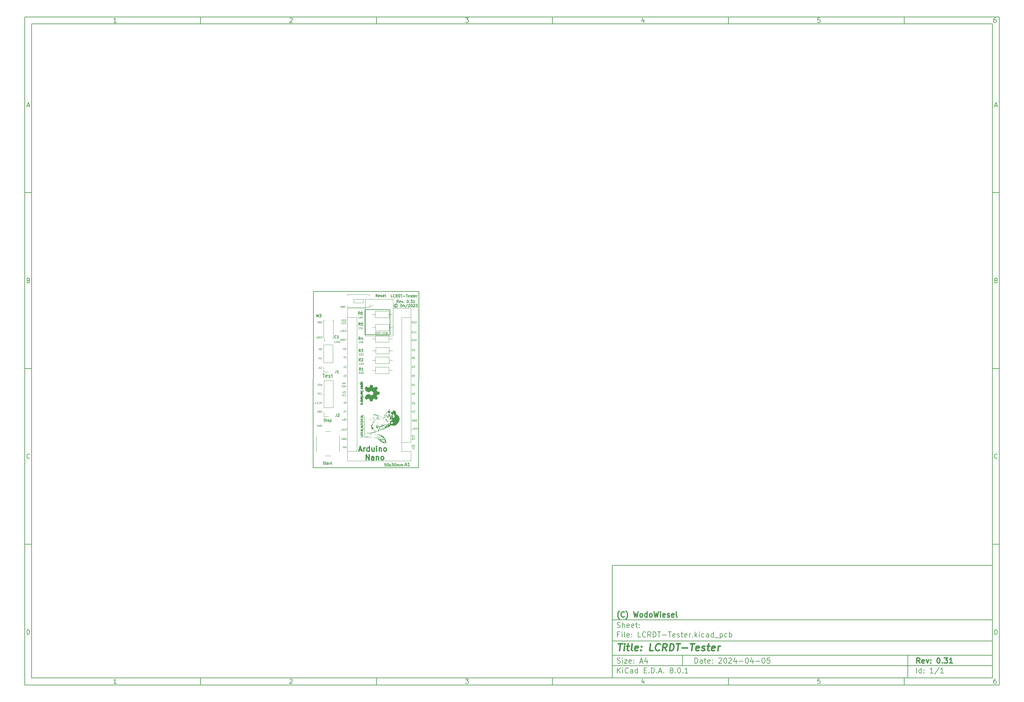
<source format=gbr>
%TF.GenerationSoftware,KiCad,Pcbnew,8.0.1*%
%TF.CreationDate,2024-04-05T21:52:58+02:00*%
%TF.ProjectId,LCRDT-Tester,4c435244-542d-4546-9573-7465722e6b69,0.31*%
%TF.SameCoordinates,PX57bafc0PY83cc3c0*%
%TF.FileFunction,Legend,Top*%
%TF.FilePolarity,Positive*%
%FSLAX46Y46*%
G04 Gerber Fmt 4.6, Leading zero omitted, Abs format (unit mm)*
G04 Created by KiCad (PCBNEW 8.0.1) date 2024-04-05 21:52:58*
%MOMM*%
%LPD*%
G01*
G04 APERTURE LIST*
%ADD10C,0.100000*%
%ADD11C,0.150000*%
%ADD12C,0.300000*%
%ADD13C,0.400000*%
%ADD14C,0.125000*%
%ADD15C,0.120000*%
%ADD16C,0.010000*%
%ADD17C,0.000000*%
%TA.AperFunction,Profile*%
%ADD18C,0.150000*%
%TD*%
G04 APERTURE END LIST*
D10*
D11*
X85010200Y-27807200D02*
X193010200Y-27807200D01*
X193010200Y-59807200D01*
X85010200Y-59807200D01*
X85010200Y-27807200D01*
D10*
D11*
X-81992000Y128200000D02*
X195010200Y128200000D01*
X195010200Y-61807200D01*
X-81992000Y-61807200D01*
X-81992000Y128200000D01*
D10*
D11*
X-79992000Y126200000D02*
X193010200Y126200000D01*
X193010200Y-59807200D01*
X-79992000Y-59807200D01*
X-79992000Y126200000D01*
D10*
D11*
X-31992000Y126200000D02*
X-31992000Y128200000D01*
D10*
D11*
X18008000Y126200000D02*
X18008000Y128200000D01*
D10*
D11*
X68008000Y126200000D02*
X68008000Y128200000D01*
D10*
D11*
X118008000Y126200000D02*
X118008000Y128200000D01*
D10*
D11*
X168008000Y126200000D02*
X168008000Y128200000D01*
D10*
D11*
X-55902840Y126606396D02*
X-56645697Y126606396D01*
X-56274269Y126606396D02*
X-56274269Y127906396D01*
X-56274269Y127906396D02*
X-56398078Y127720681D01*
X-56398078Y127720681D02*
X-56521888Y127596872D01*
X-56521888Y127596872D02*
X-56645697Y127534967D01*
D10*
D11*
X-6645697Y127782586D02*
X-6583793Y127844491D01*
X-6583793Y127844491D02*
X-6459983Y127906396D01*
X-6459983Y127906396D02*
X-6150459Y127906396D01*
X-6150459Y127906396D02*
X-6026650Y127844491D01*
X-6026650Y127844491D02*
X-5964745Y127782586D01*
X-5964745Y127782586D02*
X-5902840Y127658777D01*
X-5902840Y127658777D02*
X-5902840Y127534967D01*
X-5902840Y127534967D02*
X-5964745Y127349253D01*
X-5964745Y127349253D02*
X-6707602Y126606396D01*
X-6707602Y126606396D02*
X-5902840Y126606396D01*
D10*
D11*
X43292398Y127906396D02*
X44097160Y127906396D01*
X44097160Y127906396D02*
X43663826Y127411158D01*
X43663826Y127411158D02*
X43849541Y127411158D01*
X43849541Y127411158D02*
X43973350Y127349253D01*
X43973350Y127349253D02*
X44035255Y127287348D01*
X44035255Y127287348D02*
X44097160Y127163539D01*
X44097160Y127163539D02*
X44097160Y126854015D01*
X44097160Y126854015D02*
X44035255Y126730205D01*
X44035255Y126730205D02*
X43973350Y126668300D01*
X43973350Y126668300D02*
X43849541Y126606396D01*
X43849541Y126606396D02*
X43478112Y126606396D01*
X43478112Y126606396D02*
X43354303Y126668300D01*
X43354303Y126668300D02*
X43292398Y126730205D01*
D10*
D11*
X93973350Y127473062D02*
X93973350Y126606396D01*
X93663826Y127968300D02*
X93354303Y127039729D01*
X93354303Y127039729D02*
X94159064Y127039729D01*
D10*
D11*
X144035255Y127906396D02*
X143416207Y127906396D01*
X143416207Y127906396D02*
X143354303Y127287348D01*
X143354303Y127287348D02*
X143416207Y127349253D01*
X143416207Y127349253D02*
X143540017Y127411158D01*
X143540017Y127411158D02*
X143849541Y127411158D01*
X143849541Y127411158D02*
X143973350Y127349253D01*
X143973350Y127349253D02*
X144035255Y127287348D01*
X144035255Y127287348D02*
X144097160Y127163539D01*
X144097160Y127163539D02*
X144097160Y126854015D01*
X144097160Y126854015D02*
X144035255Y126730205D01*
X144035255Y126730205D02*
X143973350Y126668300D01*
X143973350Y126668300D02*
X143849541Y126606396D01*
X143849541Y126606396D02*
X143540017Y126606396D01*
X143540017Y126606396D02*
X143416207Y126668300D01*
X143416207Y126668300D02*
X143354303Y126730205D01*
D10*
D11*
X193973350Y127906396D02*
X193725731Y127906396D01*
X193725731Y127906396D02*
X193601922Y127844491D01*
X193601922Y127844491D02*
X193540017Y127782586D01*
X193540017Y127782586D02*
X193416207Y127596872D01*
X193416207Y127596872D02*
X193354303Y127349253D01*
X193354303Y127349253D02*
X193354303Y126854015D01*
X193354303Y126854015D02*
X193416207Y126730205D01*
X193416207Y126730205D02*
X193478112Y126668300D01*
X193478112Y126668300D02*
X193601922Y126606396D01*
X193601922Y126606396D02*
X193849541Y126606396D01*
X193849541Y126606396D02*
X193973350Y126668300D01*
X193973350Y126668300D02*
X194035255Y126730205D01*
X194035255Y126730205D02*
X194097160Y126854015D01*
X194097160Y126854015D02*
X194097160Y127163539D01*
X194097160Y127163539D02*
X194035255Y127287348D01*
X194035255Y127287348D02*
X193973350Y127349253D01*
X193973350Y127349253D02*
X193849541Y127411158D01*
X193849541Y127411158D02*
X193601922Y127411158D01*
X193601922Y127411158D02*
X193478112Y127349253D01*
X193478112Y127349253D02*
X193416207Y127287348D01*
X193416207Y127287348D02*
X193354303Y127163539D01*
D10*
D11*
X-31992000Y-59807200D02*
X-31992000Y-61807200D01*
D10*
D11*
X18008000Y-59807200D02*
X18008000Y-61807200D01*
D10*
D11*
X68008000Y-59807200D02*
X68008000Y-61807200D01*
D10*
D11*
X118008000Y-59807200D02*
X118008000Y-61807200D01*
D10*
D11*
X168008000Y-59807200D02*
X168008000Y-61807200D01*
D10*
D11*
X-55902840Y-61400804D02*
X-56645697Y-61400804D01*
X-56274269Y-61400804D02*
X-56274269Y-60100804D01*
X-56274269Y-60100804D02*
X-56398078Y-60286519D01*
X-56398078Y-60286519D02*
X-56521888Y-60410328D01*
X-56521888Y-60410328D02*
X-56645697Y-60472233D01*
D10*
D11*
X-6645697Y-60224614D02*
X-6583793Y-60162709D01*
X-6583793Y-60162709D02*
X-6459983Y-60100804D01*
X-6459983Y-60100804D02*
X-6150459Y-60100804D01*
X-6150459Y-60100804D02*
X-6026650Y-60162709D01*
X-6026650Y-60162709D02*
X-5964745Y-60224614D01*
X-5964745Y-60224614D02*
X-5902840Y-60348423D01*
X-5902840Y-60348423D02*
X-5902840Y-60472233D01*
X-5902840Y-60472233D02*
X-5964745Y-60657947D01*
X-5964745Y-60657947D02*
X-6707602Y-61400804D01*
X-6707602Y-61400804D02*
X-5902840Y-61400804D01*
D10*
D11*
X43292398Y-60100804D02*
X44097160Y-60100804D01*
X44097160Y-60100804D02*
X43663826Y-60596042D01*
X43663826Y-60596042D02*
X43849541Y-60596042D01*
X43849541Y-60596042D02*
X43973350Y-60657947D01*
X43973350Y-60657947D02*
X44035255Y-60719852D01*
X44035255Y-60719852D02*
X44097160Y-60843661D01*
X44097160Y-60843661D02*
X44097160Y-61153185D01*
X44097160Y-61153185D02*
X44035255Y-61276995D01*
X44035255Y-61276995D02*
X43973350Y-61338900D01*
X43973350Y-61338900D02*
X43849541Y-61400804D01*
X43849541Y-61400804D02*
X43478112Y-61400804D01*
X43478112Y-61400804D02*
X43354303Y-61338900D01*
X43354303Y-61338900D02*
X43292398Y-61276995D01*
D10*
D11*
X93973350Y-60534138D02*
X93973350Y-61400804D01*
X93663826Y-60038900D02*
X93354303Y-60967471D01*
X93354303Y-60967471D02*
X94159064Y-60967471D01*
D10*
D11*
X144035255Y-60100804D02*
X143416207Y-60100804D01*
X143416207Y-60100804D02*
X143354303Y-60719852D01*
X143354303Y-60719852D02*
X143416207Y-60657947D01*
X143416207Y-60657947D02*
X143540017Y-60596042D01*
X143540017Y-60596042D02*
X143849541Y-60596042D01*
X143849541Y-60596042D02*
X143973350Y-60657947D01*
X143973350Y-60657947D02*
X144035255Y-60719852D01*
X144035255Y-60719852D02*
X144097160Y-60843661D01*
X144097160Y-60843661D02*
X144097160Y-61153185D01*
X144097160Y-61153185D02*
X144035255Y-61276995D01*
X144035255Y-61276995D02*
X143973350Y-61338900D01*
X143973350Y-61338900D02*
X143849541Y-61400804D01*
X143849541Y-61400804D02*
X143540017Y-61400804D01*
X143540017Y-61400804D02*
X143416207Y-61338900D01*
X143416207Y-61338900D02*
X143354303Y-61276995D01*
D10*
D11*
X193973350Y-60100804D02*
X193725731Y-60100804D01*
X193725731Y-60100804D02*
X193601922Y-60162709D01*
X193601922Y-60162709D02*
X193540017Y-60224614D01*
X193540017Y-60224614D02*
X193416207Y-60410328D01*
X193416207Y-60410328D02*
X193354303Y-60657947D01*
X193354303Y-60657947D02*
X193354303Y-61153185D01*
X193354303Y-61153185D02*
X193416207Y-61276995D01*
X193416207Y-61276995D02*
X193478112Y-61338900D01*
X193478112Y-61338900D02*
X193601922Y-61400804D01*
X193601922Y-61400804D02*
X193849541Y-61400804D01*
X193849541Y-61400804D02*
X193973350Y-61338900D01*
X193973350Y-61338900D02*
X194035255Y-61276995D01*
X194035255Y-61276995D02*
X194097160Y-61153185D01*
X194097160Y-61153185D02*
X194097160Y-60843661D01*
X194097160Y-60843661D02*
X194035255Y-60719852D01*
X194035255Y-60719852D02*
X193973350Y-60657947D01*
X193973350Y-60657947D02*
X193849541Y-60596042D01*
X193849541Y-60596042D02*
X193601922Y-60596042D01*
X193601922Y-60596042D02*
X193478112Y-60657947D01*
X193478112Y-60657947D02*
X193416207Y-60719852D01*
X193416207Y-60719852D02*
X193354303Y-60843661D01*
D10*
D11*
X-81992000Y78200000D02*
X-79992000Y78200000D01*
D10*
D11*
X-81992000Y28200000D02*
X-79992000Y28200000D01*
D10*
D11*
X-81992000Y-21800000D02*
X-79992000Y-21800000D01*
D10*
D11*
X-81301524Y102977824D02*
X-80682477Y102977824D01*
X-81425334Y102606396D02*
X-80992001Y103906396D01*
X-80992001Y103906396D02*
X-80558667Y102606396D01*
D10*
D11*
X-80899143Y53287348D02*
X-80713429Y53225443D01*
X-80713429Y53225443D02*
X-80651524Y53163539D01*
X-80651524Y53163539D02*
X-80589620Y53039729D01*
X-80589620Y53039729D02*
X-80589620Y52854015D01*
X-80589620Y52854015D02*
X-80651524Y52730205D01*
X-80651524Y52730205D02*
X-80713429Y52668300D01*
X-80713429Y52668300D02*
X-80837239Y52606396D01*
X-80837239Y52606396D02*
X-81332477Y52606396D01*
X-81332477Y52606396D02*
X-81332477Y53906396D01*
X-81332477Y53906396D02*
X-80899143Y53906396D01*
X-80899143Y53906396D02*
X-80775334Y53844491D01*
X-80775334Y53844491D02*
X-80713429Y53782586D01*
X-80713429Y53782586D02*
X-80651524Y53658777D01*
X-80651524Y53658777D02*
X-80651524Y53534967D01*
X-80651524Y53534967D02*
X-80713429Y53411158D01*
X-80713429Y53411158D02*
X-80775334Y53349253D01*
X-80775334Y53349253D02*
X-80899143Y53287348D01*
X-80899143Y53287348D02*
X-81332477Y53287348D01*
D10*
D11*
X-80589620Y2730205D02*
X-80651524Y2668300D01*
X-80651524Y2668300D02*
X-80837239Y2606396D01*
X-80837239Y2606396D02*
X-80961048Y2606396D01*
X-80961048Y2606396D02*
X-81146762Y2668300D01*
X-81146762Y2668300D02*
X-81270572Y2792110D01*
X-81270572Y2792110D02*
X-81332477Y2915920D01*
X-81332477Y2915920D02*
X-81394381Y3163539D01*
X-81394381Y3163539D02*
X-81394381Y3349253D01*
X-81394381Y3349253D02*
X-81332477Y3596872D01*
X-81332477Y3596872D02*
X-81270572Y3720681D01*
X-81270572Y3720681D02*
X-81146762Y3844491D01*
X-81146762Y3844491D02*
X-80961048Y3906396D01*
X-80961048Y3906396D02*
X-80837239Y3906396D01*
X-80837239Y3906396D02*
X-80651524Y3844491D01*
X-80651524Y3844491D02*
X-80589620Y3782586D01*
D10*
D11*
X-81332477Y-47393604D02*
X-81332477Y-46093604D01*
X-81332477Y-46093604D02*
X-81022953Y-46093604D01*
X-81022953Y-46093604D02*
X-80837239Y-46155509D01*
X-80837239Y-46155509D02*
X-80713429Y-46279319D01*
X-80713429Y-46279319D02*
X-80651524Y-46403128D01*
X-80651524Y-46403128D02*
X-80589620Y-46650747D01*
X-80589620Y-46650747D02*
X-80589620Y-46836461D01*
X-80589620Y-46836461D02*
X-80651524Y-47084080D01*
X-80651524Y-47084080D02*
X-80713429Y-47207890D01*
X-80713429Y-47207890D02*
X-80837239Y-47331700D01*
X-80837239Y-47331700D02*
X-81022953Y-47393604D01*
X-81022953Y-47393604D02*
X-81332477Y-47393604D01*
D10*
D11*
X195010200Y78200000D02*
X193010200Y78200000D01*
D10*
D11*
X195010200Y28200000D02*
X193010200Y28200000D01*
D10*
D11*
X195010200Y-21800000D02*
X193010200Y-21800000D01*
D10*
D11*
X193700676Y102977824D02*
X194319723Y102977824D01*
X193576866Y102606396D02*
X194010199Y103906396D01*
X194010199Y103906396D02*
X194443533Y102606396D01*
D10*
D11*
X194103057Y53287348D02*
X194288771Y53225443D01*
X194288771Y53225443D02*
X194350676Y53163539D01*
X194350676Y53163539D02*
X194412580Y53039729D01*
X194412580Y53039729D02*
X194412580Y52854015D01*
X194412580Y52854015D02*
X194350676Y52730205D01*
X194350676Y52730205D02*
X194288771Y52668300D01*
X194288771Y52668300D02*
X194164961Y52606396D01*
X194164961Y52606396D02*
X193669723Y52606396D01*
X193669723Y52606396D02*
X193669723Y53906396D01*
X193669723Y53906396D02*
X194103057Y53906396D01*
X194103057Y53906396D02*
X194226866Y53844491D01*
X194226866Y53844491D02*
X194288771Y53782586D01*
X194288771Y53782586D02*
X194350676Y53658777D01*
X194350676Y53658777D02*
X194350676Y53534967D01*
X194350676Y53534967D02*
X194288771Y53411158D01*
X194288771Y53411158D02*
X194226866Y53349253D01*
X194226866Y53349253D02*
X194103057Y53287348D01*
X194103057Y53287348D02*
X193669723Y53287348D01*
D10*
D11*
X194412580Y2730205D02*
X194350676Y2668300D01*
X194350676Y2668300D02*
X194164961Y2606396D01*
X194164961Y2606396D02*
X194041152Y2606396D01*
X194041152Y2606396D02*
X193855438Y2668300D01*
X193855438Y2668300D02*
X193731628Y2792110D01*
X193731628Y2792110D02*
X193669723Y2915920D01*
X193669723Y2915920D02*
X193607819Y3163539D01*
X193607819Y3163539D02*
X193607819Y3349253D01*
X193607819Y3349253D02*
X193669723Y3596872D01*
X193669723Y3596872D02*
X193731628Y3720681D01*
X193731628Y3720681D02*
X193855438Y3844491D01*
X193855438Y3844491D02*
X194041152Y3906396D01*
X194041152Y3906396D02*
X194164961Y3906396D01*
X194164961Y3906396D02*
X194350676Y3844491D01*
X194350676Y3844491D02*
X194412580Y3782586D01*
D10*
D11*
X193669723Y-47393604D02*
X193669723Y-46093604D01*
X193669723Y-46093604D02*
X193979247Y-46093604D01*
X193979247Y-46093604D02*
X194164961Y-46155509D01*
X194164961Y-46155509D02*
X194288771Y-46279319D01*
X194288771Y-46279319D02*
X194350676Y-46403128D01*
X194350676Y-46403128D02*
X194412580Y-46650747D01*
X194412580Y-46650747D02*
X194412580Y-46836461D01*
X194412580Y-46836461D02*
X194350676Y-47084080D01*
X194350676Y-47084080D02*
X194288771Y-47207890D01*
X194288771Y-47207890D02*
X194164961Y-47331700D01*
X194164961Y-47331700D02*
X193979247Y-47393604D01*
X193979247Y-47393604D02*
X193669723Y-47393604D01*
D10*
D11*
X108466026Y-55593328D02*
X108466026Y-54093328D01*
X108466026Y-54093328D02*
X108823169Y-54093328D01*
X108823169Y-54093328D02*
X109037455Y-54164757D01*
X109037455Y-54164757D02*
X109180312Y-54307614D01*
X109180312Y-54307614D02*
X109251741Y-54450471D01*
X109251741Y-54450471D02*
X109323169Y-54736185D01*
X109323169Y-54736185D02*
X109323169Y-54950471D01*
X109323169Y-54950471D02*
X109251741Y-55236185D01*
X109251741Y-55236185D02*
X109180312Y-55379042D01*
X109180312Y-55379042D02*
X109037455Y-55521900D01*
X109037455Y-55521900D02*
X108823169Y-55593328D01*
X108823169Y-55593328D02*
X108466026Y-55593328D01*
X110608884Y-55593328D02*
X110608884Y-54807614D01*
X110608884Y-54807614D02*
X110537455Y-54664757D01*
X110537455Y-54664757D02*
X110394598Y-54593328D01*
X110394598Y-54593328D02*
X110108884Y-54593328D01*
X110108884Y-54593328D02*
X109966026Y-54664757D01*
X110608884Y-55521900D02*
X110466026Y-55593328D01*
X110466026Y-55593328D02*
X110108884Y-55593328D01*
X110108884Y-55593328D02*
X109966026Y-55521900D01*
X109966026Y-55521900D02*
X109894598Y-55379042D01*
X109894598Y-55379042D02*
X109894598Y-55236185D01*
X109894598Y-55236185D02*
X109966026Y-55093328D01*
X109966026Y-55093328D02*
X110108884Y-55021900D01*
X110108884Y-55021900D02*
X110466026Y-55021900D01*
X110466026Y-55021900D02*
X110608884Y-54950471D01*
X111108884Y-54593328D02*
X111680312Y-54593328D01*
X111323169Y-54093328D02*
X111323169Y-55379042D01*
X111323169Y-55379042D02*
X111394598Y-55521900D01*
X111394598Y-55521900D02*
X111537455Y-55593328D01*
X111537455Y-55593328D02*
X111680312Y-55593328D01*
X112751741Y-55521900D02*
X112608884Y-55593328D01*
X112608884Y-55593328D02*
X112323170Y-55593328D01*
X112323170Y-55593328D02*
X112180312Y-55521900D01*
X112180312Y-55521900D02*
X112108884Y-55379042D01*
X112108884Y-55379042D02*
X112108884Y-54807614D01*
X112108884Y-54807614D02*
X112180312Y-54664757D01*
X112180312Y-54664757D02*
X112323170Y-54593328D01*
X112323170Y-54593328D02*
X112608884Y-54593328D01*
X112608884Y-54593328D02*
X112751741Y-54664757D01*
X112751741Y-54664757D02*
X112823170Y-54807614D01*
X112823170Y-54807614D02*
X112823170Y-54950471D01*
X112823170Y-54950471D02*
X112108884Y-55093328D01*
X113466026Y-55450471D02*
X113537455Y-55521900D01*
X113537455Y-55521900D02*
X113466026Y-55593328D01*
X113466026Y-55593328D02*
X113394598Y-55521900D01*
X113394598Y-55521900D02*
X113466026Y-55450471D01*
X113466026Y-55450471D02*
X113466026Y-55593328D01*
X113466026Y-54664757D02*
X113537455Y-54736185D01*
X113537455Y-54736185D02*
X113466026Y-54807614D01*
X113466026Y-54807614D02*
X113394598Y-54736185D01*
X113394598Y-54736185D02*
X113466026Y-54664757D01*
X113466026Y-54664757D02*
X113466026Y-54807614D01*
X115251741Y-54236185D02*
X115323169Y-54164757D01*
X115323169Y-54164757D02*
X115466027Y-54093328D01*
X115466027Y-54093328D02*
X115823169Y-54093328D01*
X115823169Y-54093328D02*
X115966027Y-54164757D01*
X115966027Y-54164757D02*
X116037455Y-54236185D01*
X116037455Y-54236185D02*
X116108884Y-54379042D01*
X116108884Y-54379042D02*
X116108884Y-54521900D01*
X116108884Y-54521900D02*
X116037455Y-54736185D01*
X116037455Y-54736185D02*
X115180312Y-55593328D01*
X115180312Y-55593328D02*
X116108884Y-55593328D01*
X117037455Y-54093328D02*
X117180312Y-54093328D01*
X117180312Y-54093328D02*
X117323169Y-54164757D01*
X117323169Y-54164757D02*
X117394598Y-54236185D01*
X117394598Y-54236185D02*
X117466026Y-54379042D01*
X117466026Y-54379042D02*
X117537455Y-54664757D01*
X117537455Y-54664757D02*
X117537455Y-55021900D01*
X117537455Y-55021900D02*
X117466026Y-55307614D01*
X117466026Y-55307614D02*
X117394598Y-55450471D01*
X117394598Y-55450471D02*
X117323169Y-55521900D01*
X117323169Y-55521900D02*
X117180312Y-55593328D01*
X117180312Y-55593328D02*
X117037455Y-55593328D01*
X117037455Y-55593328D02*
X116894598Y-55521900D01*
X116894598Y-55521900D02*
X116823169Y-55450471D01*
X116823169Y-55450471D02*
X116751740Y-55307614D01*
X116751740Y-55307614D02*
X116680312Y-55021900D01*
X116680312Y-55021900D02*
X116680312Y-54664757D01*
X116680312Y-54664757D02*
X116751740Y-54379042D01*
X116751740Y-54379042D02*
X116823169Y-54236185D01*
X116823169Y-54236185D02*
X116894598Y-54164757D01*
X116894598Y-54164757D02*
X117037455Y-54093328D01*
X118108883Y-54236185D02*
X118180311Y-54164757D01*
X118180311Y-54164757D02*
X118323169Y-54093328D01*
X118323169Y-54093328D02*
X118680311Y-54093328D01*
X118680311Y-54093328D02*
X118823169Y-54164757D01*
X118823169Y-54164757D02*
X118894597Y-54236185D01*
X118894597Y-54236185D02*
X118966026Y-54379042D01*
X118966026Y-54379042D02*
X118966026Y-54521900D01*
X118966026Y-54521900D02*
X118894597Y-54736185D01*
X118894597Y-54736185D02*
X118037454Y-55593328D01*
X118037454Y-55593328D02*
X118966026Y-55593328D01*
X120251740Y-54593328D02*
X120251740Y-55593328D01*
X119894597Y-54021900D02*
X119537454Y-55093328D01*
X119537454Y-55093328D02*
X120466025Y-55093328D01*
X121037453Y-55021900D02*
X122180311Y-55021900D01*
X123180311Y-54093328D02*
X123323168Y-54093328D01*
X123323168Y-54093328D02*
X123466025Y-54164757D01*
X123466025Y-54164757D02*
X123537454Y-54236185D01*
X123537454Y-54236185D02*
X123608882Y-54379042D01*
X123608882Y-54379042D02*
X123680311Y-54664757D01*
X123680311Y-54664757D02*
X123680311Y-55021900D01*
X123680311Y-55021900D02*
X123608882Y-55307614D01*
X123608882Y-55307614D02*
X123537454Y-55450471D01*
X123537454Y-55450471D02*
X123466025Y-55521900D01*
X123466025Y-55521900D02*
X123323168Y-55593328D01*
X123323168Y-55593328D02*
X123180311Y-55593328D01*
X123180311Y-55593328D02*
X123037454Y-55521900D01*
X123037454Y-55521900D02*
X122966025Y-55450471D01*
X122966025Y-55450471D02*
X122894596Y-55307614D01*
X122894596Y-55307614D02*
X122823168Y-55021900D01*
X122823168Y-55021900D02*
X122823168Y-54664757D01*
X122823168Y-54664757D02*
X122894596Y-54379042D01*
X122894596Y-54379042D02*
X122966025Y-54236185D01*
X122966025Y-54236185D02*
X123037454Y-54164757D01*
X123037454Y-54164757D02*
X123180311Y-54093328D01*
X124966025Y-54593328D02*
X124966025Y-55593328D01*
X124608882Y-54021900D02*
X124251739Y-55093328D01*
X124251739Y-55093328D02*
X125180310Y-55093328D01*
X125751738Y-55021900D02*
X126894596Y-55021900D01*
X127894596Y-54093328D02*
X128037453Y-54093328D01*
X128037453Y-54093328D02*
X128180310Y-54164757D01*
X128180310Y-54164757D02*
X128251739Y-54236185D01*
X128251739Y-54236185D02*
X128323167Y-54379042D01*
X128323167Y-54379042D02*
X128394596Y-54664757D01*
X128394596Y-54664757D02*
X128394596Y-55021900D01*
X128394596Y-55021900D02*
X128323167Y-55307614D01*
X128323167Y-55307614D02*
X128251739Y-55450471D01*
X128251739Y-55450471D02*
X128180310Y-55521900D01*
X128180310Y-55521900D02*
X128037453Y-55593328D01*
X128037453Y-55593328D02*
X127894596Y-55593328D01*
X127894596Y-55593328D02*
X127751739Y-55521900D01*
X127751739Y-55521900D02*
X127680310Y-55450471D01*
X127680310Y-55450471D02*
X127608881Y-55307614D01*
X127608881Y-55307614D02*
X127537453Y-55021900D01*
X127537453Y-55021900D02*
X127537453Y-54664757D01*
X127537453Y-54664757D02*
X127608881Y-54379042D01*
X127608881Y-54379042D02*
X127680310Y-54236185D01*
X127680310Y-54236185D02*
X127751739Y-54164757D01*
X127751739Y-54164757D02*
X127894596Y-54093328D01*
X129751738Y-54093328D02*
X129037452Y-54093328D01*
X129037452Y-54093328D02*
X128966024Y-54807614D01*
X128966024Y-54807614D02*
X129037452Y-54736185D01*
X129037452Y-54736185D02*
X129180310Y-54664757D01*
X129180310Y-54664757D02*
X129537452Y-54664757D01*
X129537452Y-54664757D02*
X129680310Y-54736185D01*
X129680310Y-54736185D02*
X129751738Y-54807614D01*
X129751738Y-54807614D02*
X129823167Y-54950471D01*
X129823167Y-54950471D02*
X129823167Y-55307614D01*
X129823167Y-55307614D02*
X129751738Y-55450471D01*
X129751738Y-55450471D02*
X129680310Y-55521900D01*
X129680310Y-55521900D02*
X129537452Y-55593328D01*
X129537452Y-55593328D02*
X129180310Y-55593328D01*
X129180310Y-55593328D02*
X129037452Y-55521900D01*
X129037452Y-55521900D02*
X128966024Y-55450471D01*
D10*
D11*
X85010200Y-56307200D02*
X193010200Y-56307200D01*
D10*
D11*
X86466026Y-58393328D02*
X86466026Y-56893328D01*
X87323169Y-58393328D02*
X86680312Y-57536185D01*
X87323169Y-56893328D02*
X86466026Y-57750471D01*
X87966026Y-58393328D02*
X87966026Y-57393328D01*
X87966026Y-56893328D02*
X87894598Y-56964757D01*
X87894598Y-56964757D02*
X87966026Y-57036185D01*
X87966026Y-57036185D02*
X88037455Y-56964757D01*
X88037455Y-56964757D02*
X87966026Y-56893328D01*
X87966026Y-56893328D02*
X87966026Y-57036185D01*
X89537455Y-58250471D02*
X89466027Y-58321900D01*
X89466027Y-58321900D02*
X89251741Y-58393328D01*
X89251741Y-58393328D02*
X89108884Y-58393328D01*
X89108884Y-58393328D02*
X88894598Y-58321900D01*
X88894598Y-58321900D02*
X88751741Y-58179042D01*
X88751741Y-58179042D02*
X88680312Y-58036185D01*
X88680312Y-58036185D02*
X88608884Y-57750471D01*
X88608884Y-57750471D02*
X88608884Y-57536185D01*
X88608884Y-57536185D02*
X88680312Y-57250471D01*
X88680312Y-57250471D02*
X88751741Y-57107614D01*
X88751741Y-57107614D02*
X88894598Y-56964757D01*
X88894598Y-56964757D02*
X89108884Y-56893328D01*
X89108884Y-56893328D02*
X89251741Y-56893328D01*
X89251741Y-56893328D02*
X89466027Y-56964757D01*
X89466027Y-56964757D02*
X89537455Y-57036185D01*
X90823170Y-58393328D02*
X90823170Y-57607614D01*
X90823170Y-57607614D02*
X90751741Y-57464757D01*
X90751741Y-57464757D02*
X90608884Y-57393328D01*
X90608884Y-57393328D02*
X90323170Y-57393328D01*
X90323170Y-57393328D02*
X90180312Y-57464757D01*
X90823170Y-58321900D02*
X90680312Y-58393328D01*
X90680312Y-58393328D02*
X90323170Y-58393328D01*
X90323170Y-58393328D02*
X90180312Y-58321900D01*
X90180312Y-58321900D02*
X90108884Y-58179042D01*
X90108884Y-58179042D02*
X90108884Y-58036185D01*
X90108884Y-58036185D02*
X90180312Y-57893328D01*
X90180312Y-57893328D02*
X90323170Y-57821900D01*
X90323170Y-57821900D02*
X90680312Y-57821900D01*
X90680312Y-57821900D02*
X90823170Y-57750471D01*
X92180313Y-58393328D02*
X92180313Y-56893328D01*
X92180313Y-58321900D02*
X92037455Y-58393328D01*
X92037455Y-58393328D02*
X91751741Y-58393328D01*
X91751741Y-58393328D02*
X91608884Y-58321900D01*
X91608884Y-58321900D02*
X91537455Y-58250471D01*
X91537455Y-58250471D02*
X91466027Y-58107614D01*
X91466027Y-58107614D02*
X91466027Y-57679042D01*
X91466027Y-57679042D02*
X91537455Y-57536185D01*
X91537455Y-57536185D02*
X91608884Y-57464757D01*
X91608884Y-57464757D02*
X91751741Y-57393328D01*
X91751741Y-57393328D02*
X92037455Y-57393328D01*
X92037455Y-57393328D02*
X92180313Y-57464757D01*
X94037455Y-57607614D02*
X94537455Y-57607614D01*
X94751741Y-58393328D02*
X94037455Y-58393328D01*
X94037455Y-58393328D02*
X94037455Y-56893328D01*
X94037455Y-56893328D02*
X94751741Y-56893328D01*
X95394598Y-58250471D02*
X95466027Y-58321900D01*
X95466027Y-58321900D02*
X95394598Y-58393328D01*
X95394598Y-58393328D02*
X95323170Y-58321900D01*
X95323170Y-58321900D02*
X95394598Y-58250471D01*
X95394598Y-58250471D02*
X95394598Y-58393328D01*
X96108884Y-58393328D02*
X96108884Y-56893328D01*
X96108884Y-56893328D02*
X96466027Y-56893328D01*
X96466027Y-56893328D02*
X96680313Y-56964757D01*
X96680313Y-56964757D02*
X96823170Y-57107614D01*
X96823170Y-57107614D02*
X96894599Y-57250471D01*
X96894599Y-57250471D02*
X96966027Y-57536185D01*
X96966027Y-57536185D02*
X96966027Y-57750471D01*
X96966027Y-57750471D02*
X96894599Y-58036185D01*
X96894599Y-58036185D02*
X96823170Y-58179042D01*
X96823170Y-58179042D02*
X96680313Y-58321900D01*
X96680313Y-58321900D02*
X96466027Y-58393328D01*
X96466027Y-58393328D02*
X96108884Y-58393328D01*
X97608884Y-58250471D02*
X97680313Y-58321900D01*
X97680313Y-58321900D02*
X97608884Y-58393328D01*
X97608884Y-58393328D02*
X97537456Y-58321900D01*
X97537456Y-58321900D02*
X97608884Y-58250471D01*
X97608884Y-58250471D02*
X97608884Y-58393328D01*
X98251742Y-57964757D02*
X98966028Y-57964757D01*
X98108885Y-58393328D02*
X98608885Y-56893328D01*
X98608885Y-56893328D02*
X99108885Y-58393328D01*
X99608884Y-58250471D02*
X99680313Y-58321900D01*
X99680313Y-58321900D02*
X99608884Y-58393328D01*
X99608884Y-58393328D02*
X99537456Y-58321900D01*
X99537456Y-58321900D02*
X99608884Y-58250471D01*
X99608884Y-58250471D02*
X99608884Y-58393328D01*
X101680313Y-57536185D02*
X101537456Y-57464757D01*
X101537456Y-57464757D02*
X101466027Y-57393328D01*
X101466027Y-57393328D02*
X101394599Y-57250471D01*
X101394599Y-57250471D02*
X101394599Y-57179042D01*
X101394599Y-57179042D02*
X101466027Y-57036185D01*
X101466027Y-57036185D02*
X101537456Y-56964757D01*
X101537456Y-56964757D02*
X101680313Y-56893328D01*
X101680313Y-56893328D02*
X101966027Y-56893328D01*
X101966027Y-56893328D02*
X102108885Y-56964757D01*
X102108885Y-56964757D02*
X102180313Y-57036185D01*
X102180313Y-57036185D02*
X102251742Y-57179042D01*
X102251742Y-57179042D02*
X102251742Y-57250471D01*
X102251742Y-57250471D02*
X102180313Y-57393328D01*
X102180313Y-57393328D02*
X102108885Y-57464757D01*
X102108885Y-57464757D02*
X101966027Y-57536185D01*
X101966027Y-57536185D02*
X101680313Y-57536185D01*
X101680313Y-57536185D02*
X101537456Y-57607614D01*
X101537456Y-57607614D02*
X101466027Y-57679042D01*
X101466027Y-57679042D02*
X101394599Y-57821900D01*
X101394599Y-57821900D02*
X101394599Y-58107614D01*
X101394599Y-58107614D02*
X101466027Y-58250471D01*
X101466027Y-58250471D02*
X101537456Y-58321900D01*
X101537456Y-58321900D02*
X101680313Y-58393328D01*
X101680313Y-58393328D02*
X101966027Y-58393328D01*
X101966027Y-58393328D02*
X102108885Y-58321900D01*
X102108885Y-58321900D02*
X102180313Y-58250471D01*
X102180313Y-58250471D02*
X102251742Y-58107614D01*
X102251742Y-58107614D02*
X102251742Y-57821900D01*
X102251742Y-57821900D02*
X102180313Y-57679042D01*
X102180313Y-57679042D02*
X102108885Y-57607614D01*
X102108885Y-57607614D02*
X101966027Y-57536185D01*
X102894598Y-58250471D02*
X102966027Y-58321900D01*
X102966027Y-58321900D02*
X102894598Y-58393328D01*
X102894598Y-58393328D02*
X102823170Y-58321900D01*
X102823170Y-58321900D02*
X102894598Y-58250471D01*
X102894598Y-58250471D02*
X102894598Y-58393328D01*
X103894599Y-56893328D02*
X104037456Y-56893328D01*
X104037456Y-56893328D02*
X104180313Y-56964757D01*
X104180313Y-56964757D02*
X104251742Y-57036185D01*
X104251742Y-57036185D02*
X104323170Y-57179042D01*
X104323170Y-57179042D02*
X104394599Y-57464757D01*
X104394599Y-57464757D02*
X104394599Y-57821900D01*
X104394599Y-57821900D02*
X104323170Y-58107614D01*
X104323170Y-58107614D02*
X104251742Y-58250471D01*
X104251742Y-58250471D02*
X104180313Y-58321900D01*
X104180313Y-58321900D02*
X104037456Y-58393328D01*
X104037456Y-58393328D02*
X103894599Y-58393328D01*
X103894599Y-58393328D02*
X103751742Y-58321900D01*
X103751742Y-58321900D02*
X103680313Y-58250471D01*
X103680313Y-58250471D02*
X103608884Y-58107614D01*
X103608884Y-58107614D02*
X103537456Y-57821900D01*
X103537456Y-57821900D02*
X103537456Y-57464757D01*
X103537456Y-57464757D02*
X103608884Y-57179042D01*
X103608884Y-57179042D02*
X103680313Y-57036185D01*
X103680313Y-57036185D02*
X103751742Y-56964757D01*
X103751742Y-56964757D02*
X103894599Y-56893328D01*
X105037455Y-58250471D02*
X105108884Y-58321900D01*
X105108884Y-58321900D02*
X105037455Y-58393328D01*
X105037455Y-58393328D02*
X104966027Y-58321900D01*
X104966027Y-58321900D02*
X105037455Y-58250471D01*
X105037455Y-58250471D02*
X105037455Y-58393328D01*
X106537456Y-58393328D02*
X105680313Y-58393328D01*
X106108884Y-58393328D02*
X106108884Y-56893328D01*
X106108884Y-56893328D02*
X105966027Y-57107614D01*
X105966027Y-57107614D02*
X105823170Y-57250471D01*
X105823170Y-57250471D02*
X105680313Y-57321900D01*
D10*
D11*
X85010200Y-53307200D02*
X193010200Y-53307200D01*
D10*
D12*
X172421853Y-55585528D02*
X171921853Y-54871242D01*
X171564710Y-55585528D02*
X171564710Y-54085528D01*
X171564710Y-54085528D02*
X172136139Y-54085528D01*
X172136139Y-54085528D02*
X172278996Y-54156957D01*
X172278996Y-54156957D02*
X172350425Y-54228385D01*
X172350425Y-54228385D02*
X172421853Y-54371242D01*
X172421853Y-54371242D02*
X172421853Y-54585528D01*
X172421853Y-54585528D02*
X172350425Y-54728385D01*
X172350425Y-54728385D02*
X172278996Y-54799814D01*
X172278996Y-54799814D02*
X172136139Y-54871242D01*
X172136139Y-54871242D02*
X171564710Y-54871242D01*
X173636139Y-55514100D02*
X173493282Y-55585528D01*
X173493282Y-55585528D02*
X173207568Y-55585528D01*
X173207568Y-55585528D02*
X173064710Y-55514100D01*
X173064710Y-55514100D02*
X172993282Y-55371242D01*
X172993282Y-55371242D02*
X172993282Y-54799814D01*
X172993282Y-54799814D02*
X173064710Y-54656957D01*
X173064710Y-54656957D02*
X173207568Y-54585528D01*
X173207568Y-54585528D02*
X173493282Y-54585528D01*
X173493282Y-54585528D02*
X173636139Y-54656957D01*
X173636139Y-54656957D02*
X173707568Y-54799814D01*
X173707568Y-54799814D02*
X173707568Y-54942671D01*
X173707568Y-54942671D02*
X172993282Y-55085528D01*
X174207567Y-54585528D02*
X174564710Y-55585528D01*
X174564710Y-55585528D02*
X174921853Y-54585528D01*
X175493281Y-55442671D02*
X175564710Y-55514100D01*
X175564710Y-55514100D02*
X175493281Y-55585528D01*
X175493281Y-55585528D02*
X175421853Y-55514100D01*
X175421853Y-55514100D02*
X175493281Y-55442671D01*
X175493281Y-55442671D02*
X175493281Y-55585528D01*
X175493281Y-54656957D02*
X175564710Y-54728385D01*
X175564710Y-54728385D02*
X175493281Y-54799814D01*
X175493281Y-54799814D02*
X175421853Y-54728385D01*
X175421853Y-54728385D02*
X175493281Y-54656957D01*
X175493281Y-54656957D02*
X175493281Y-54799814D01*
X177636139Y-54085528D02*
X177778996Y-54085528D01*
X177778996Y-54085528D02*
X177921853Y-54156957D01*
X177921853Y-54156957D02*
X177993282Y-54228385D01*
X177993282Y-54228385D02*
X178064710Y-54371242D01*
X178064710Y-54371242D02*
X178136139Y-54656957D01*
X178136139Y-54656957D02*
X178136139Y-55014100D01*
X178136139Y-55014100D02*
X178064710Y-55299814D01*
X178064710Y-55299814D02*
X177993282Y-55442671D01*
X177993282Y-55442671D02*
X177921853Y-55514100D01*
X177921853Y-55514100D02*
X177778996Y-55585528D01*
X177778996Y-55585528D02*
X177636139Y-55585528D01*
X177636139Y-55585528D02*
X177493282Y-55514100D01*
X177493282Y-55514100D02*
X177421853Y-55442671D01*
X177421853Y-55442671D02*
X177350424Y-55299814D01*
X177350424Y-55299814D02*
X177278996Y-55014100D01*
X177278996Y-55014100D02*
X177278996Y-54656957D01*
X177278996Y-54656957D02*
X177350424Y-54371242D01*
X177350424Y-54371242D02*
X177421853Y-54228385D01*
X177421853Y-54228385D02*
X177493282Y-54156957D01*
X177493282Y-54156957D02*
X177636139Y-54085528D01*
X178778995Y-55442671D02*
X178850424Y-55514100D01*
X178850424Y-55514100D02*
X178778995Y-55585528D01*
X178778995Y-55585528D02*
X178707567Y-55514100D01*
X178707567Y-55514100D02*
X178778995Y-55442671D01*
X178778995Y-55442671D02*
X178778995Y-55585528D01*
X179350424Y-54085528D02*
X180278996Y-54085528D01*
X180278996Y-54085528D02*
X179778996Y-54656957D01*
X179778996Y-54656957D02*
X179993281Y-54656957D01*
X179993281Y-54656957D02*
X180136139Y-54728385D01*
X180136139Y-54728385D02*
X180207567Y-54799814D01*
X180207567Y-54799814D02*
X180278996Y-54942671D01*
X180278996Y-54942671D02*
X180278996Y-55299814D01*
X180278996Y-55299814D02*
X180207567Y-55442671D01*
X180207567Y-55442671D02*
X180136139Y-55514100D01*
X180136139Y-55514100D02*
X179993281Y-55585528D01*
X179993281Y-55585528D02*
X179564710Y-55585528D01*
X179564710Y-55585528D02*
X179421853Y-55514100D01*
X179421853Y-55514100D02*
X179350424Y-55442671D01*
X181707567Y-55585528D02*
X180850424Y-55585528D01*
X181278995Y-55585528D02*
X181278995Y-54085528D01*
X181278995Y-54085528D02*
X181136138Y-54299814D01*
X181136138Y-54299814D02*
X180993281Y-54442671D01*
X180993281Y-54442671D02*
X180850424Y-54514100D01*
D10*
D11*
X86394598Y-55521900D02*
X86608884Y-55593328D01*
X86608884Y-55593328D02*
X86966026Y-55593328D01*
X86966026Y-55593328D02*
X87108884Y-55521900D01*
X87108884Y-55521900D02*
X87180312Y-55450471D01*
X87180312Y-55450471D02*
X87251741Y-55307614D01*
X87251741Y-55307614D02*
X87251741Y-55164757D01*
X87251741Y-55164757D02*
X87180312Y-55021900D01*
X87180312Y-55021900D02*
X87108884Y-54950471D01*
X87108884Y-54950471D02*
X86966026Y-54879042D01*
X86966026Y-54879042D02*
X86680312Y-54807614D01*
X86680312Y-54807614D02*
X86537455Y-54736185D01*
X86537455Y-54736185D02*
X86466026Y-54664757D01*
X86466026Y-54664757D02*
X86394598Y-54521900D01*
X86394598Y-54521900D02*
X86394598Y-54379042D01*
X86394598Y-54379042D02*
X86466026Y-54236185D01*
X86466026Y-54236185D02*
X86537455Y-54164757D01*
X86537455Y-54164757D02*
X86680312Y-54093328D01*
X86680312Y-54093328D02*
X87037455Y-54093328D01*
X87037455Y-54093328D02*
X87251741Y-54164757D01*
X87894597Y-55593328D02*
X87894597Y-54593328D01*
X87894597Y-54093328D02*
X87823169Y-54164757D01*
X87823169Y-54164757D02*
X87894597Y-54236185D01*
X87894597Y-54236185D02*
X87966026Y-54164757D01*
X87966026Y-54164757D02*
X87894597Y-54093328D01*
X87894597Y-54093328D02*
X87894597Y-54236185D01*
X88466026Y-54593328D02*
X89251741Y-54593328D01*
X89251741Y-54593328D02*
X88466026Y-55593328D01*
X88466026Y-55593328D02*
X89251741Y-55593328D01*
X90394598Y-55521900D02*
X90251741Y-55593328D01*
X90251741Y-55593328D02*
X89966027Y-55593328D01*
X89966027Y-55593328D02*
X89823169Y-55521900D01*
X89823169Y-55521900D02*
X89751741Y-55379042D01*
X89751741Y-55379042D02*
X89751741Y-54807614D01*
X89751741Y-54807614D02*
X89823169Y-54664757D01*
X89823169Y-54664757D02*
X89966027Y-54593328D01*
X89966027Y-54593328D02*
X90251741Y-54593328D01*
X90251741Y-54593328D02*
X90394598Y-54664757D01*
X90394598Y-54664757D02*
X90466027Y-54807614D01*
X90466027Y-54807614D02*
X90466027Y-54950471D01*
X90466027Y-54950471D02*
X89751741Y-55093328D01*
X91108883Y-55450471D02*
X91180312Y-55521900D01*
X91180312Y-55521900D02*
X91108883Y-55593328D01*
X91108883Y-55593328D02*
X91037455Y-55521900D01*
X91037455Y-55521900D02*
X91108883Y-55450471D01*
X91108883Y-55450471D02*
X91108883Y-55593328D01*
X91108883Y-54664757D02*
X91180312Y-54736185D01*
X91180312Y-54736185D02*
X91108883Y-54807614D01*
X91108883Y-54807614D02*
X91037455Y-54736185D01*
X91037455Y-54736185D02*
X91108883Y-54664757D01*
X91108883Y-54664757D02*
X91108883Y-54807614D01*
X92894598Y-55164757D02*
X93608884Y-55164757D01*
X92751741Y-55593328D02*
X93251741Y-54093328D01*
X93251741Y-54093328D02*
X93751741Y-55593328D01*
X94894598Y-54593328D02*
X94894598Y-55593328D01*
X94537455Y-54021900D02*
X94180312Y-55093328D01*
X94180312Y-55093328D02*
X95108883Y-55093328D01*
D10*
D11*
X171466026Y-58393328D02*
X171466026Y-56893328D01*
X172823170Y-58393328D02*
X172823170Y-56893328D01*
X172823170Y-58321900D02*
X172680312Y-58393328D01*
X172680312Y-58393328D02*
X172394598Y-58393328D01*
X172394598Y-58393328D02*
X172251741Y-58321900D01*
X172251741Y-58321900D02*
X172180312Y-58250471D01*
X172180312Y-58250471D02*
X172108884Y-58107614D01*
X172108884Y-58107614D02*
X172108884Y-57679042D01*
X172108884Y-57679042D02*
X172180312Y-57536185D01*
X172180312Y-57536185D02*
X172251741Y-57464757D01*
X172251741Y-57464757D02*
X172394598Y-57393328D01*
X172394598Y-57393328D02*
X172680312Y-57393328D01*
X172680312Y-57393328D02*
X172823170Y-57464757D01*
X173537455Y-58250471D02*
X173608884Y-58321900D01*
X173608884Y-58321900D02*
X173537455Y-58393328D01*
X173537455Y-58393328D02*
X173466027Y-58321900D01*
X173466027Y-58321900D02*
X173537455Y-58250471D01*
X173537455Y-58250471D02*
X173537455Y-58393328D01*
X173537455Y-57464757D02*
X173608884Y-57536185D01*
X173608884Y-57536185D02*
X173537455Y-57607614D01*
X173537455Y-57607614D02*
X173466027Y-57536185D01*
X173466027Y-57536185D02*
X173537455Y-57464757D01*
X173537455Y-57464757D02*
X173537455Y-57607614D01*
X176180313Y-58393328D02*
X175323170Y-58393328D01*
X175751741Y-58393328D02*
X175751741Y-56893328D01*
X175751741Y-56893328D02*
X175608884Y-57107614D01*
X175608884Y-57107614D02*
X175466027Y-57250471D01*
X175466027Y-57250471D02*
X175323170Y-57321900D01*
X177894598Y-56821900D02*
X176608884Y-58750471D01*
X179180313Y-58393328D02*
X178323170Y-58393328D01*
X178751741Y-58393328D02*
X178751741Y-56893328D01*
X178751741Y-56893328D02*
X178608884Y-57107614D01*
X178608884Y-57107614D02*
X178466027Y-57250471D01*
X178466027Y-57250471D02*
X178323170Y-57321900D01*
D10*
D11*
X85010200Y-49307200D02*
X193010200Y-49307200D01*
D10*
D13*
X86701928Y-50011638D02*
X87844785Y-50011638D01*
X87023357Y-52011638D02*
X87273357Y-50011638D01*
X88261452Y-52011638D02*
X88428119Y-50678304D01*
X88511452Y-50011638D02*
X88404309Y-50106876D01*
X88404309Y-50106876D02*
X88487643Y-50202114D01*
X88487643Y-50202114D02*
X88594786Y-50106876D01*
X88594786Y-50106876D02*
X88511452Y-50011638D01*
X88511452Y-50011638D02*
X88487643Y-50202114D01*
X89094786Y-50678304D02*
X89856690Y-50678304D01*
X89463833Y-50011638D02*
X89249548Y-51725923D01*
X89249548Y-51725923D02*
X89320976Y-51916400D01*
X89320976Y-51916400D02*
X89499548Y-52011638D01*
X89499548Y-52011638D02*
X89690024Y-52011638D01*
X90642405Y-52011638D02*
X90463833Y-51916400D01*
X90463833Y-51916400D02*
X90392405Y-51725923D01*
X90392405Y-51725923D02*
X90606690Y-50011638D01*
X92178119Y-51916400D02*
X91975738Y-52011638D01*
X91975738Y-52011638D02*
X91594785Y-52011638D01*
X91594785Y-52011638D02*
X91416214Y-51916400D01*
X91416214Y-51916400D02*
X91344785Y-51725923D01*
X91344785Y-51725923D02*
X91440024Y-50964019D01*
X91440024Y-50964019D02*
X91559071Y-50773542D01*
X91559071Y-50773542D02*
X91761452Y-50678304D01*
X91761452Y-50678304D02*
X92142404Y-50678304D01*
X92142404Y-50678304D02*
X92320976Y-50773542D01*
X92320976Y-50773542D02*
X92392404Y-50964019D01*
X92392404Y-50964019D02*
X92368595Y-51154495D01*
X92368595Y-51154495D02*
X91392404Y-51344971D01*
X93142405Y-51821161D02*
X93225738Y-51916400D01*
X93225738Y-51916400D02*
X93118595Y-52011638D01*
X93118595Y-52011638D02*
X93035262Y-51916400D01*
X93035262Y-51916400D02*
X93142405Y-51821161D01*
X93142405Y-51821161D02*
X93118595Y-52011638D01*
X93273357Y-50773542D02*
X93356690Y-50868780D01*
X93356690Y-50868780D02*
X93249548Y-50964019D01*
X93249548Y-50964019D02*
X93166214Y-50868780D01*
X93166214Y-50868780D02*
X93273357Y-50773542D01*
X93273357Y-50773542D02*
X93249548Y-50964019D01*
X96547167Y-52011638D02*
X95594786Y-52011638D01*
X95594786Y-52011638D02*
X95844786Y-50011638D01*
X98380501Y-51821161D02*
X98273358Y-51916400D01*
X98273358Y-51916400D02*
X97975739Y-52011638D01*
X97975739Y-52011638D02*
X97785263Y-52011638D01*
X97785263Y-52011638D02*
X97511453Y-51916400D01*
X97511453Y-51916400D02*
X97344787Y-51725923D01*
X97344787Y-51725923D02*
X97273358Y-51535447D01*
X97273358Y-51535447D02*
X97225739Y-51154495D01*
X97225739Y-51154495D02*
X97261453Y-50868780D01*
X97261453Y-50868780D02*
X97404310Y-50487828D01*
X97404310Y-50487828D02*
X97523358Y-50297352D01*
X97523358Y-50297352D02*
X97737644Y-50106876D01*
X97737644Y-50106876D02*
X98035263Y-50011638D01*
X98035263Y-50011638D02*
X98225739Y-50011638D01*
X98225739Y-50011638D02*
X98499549Y-50106876D01*
X98499549Y-50106876D02*
X98582882Y-50202114D01*
X100356691Y-52011638D02*
X99809072Y-51059257D01*
X99213834Y-52011638D02*
X99463834Y-50011638D01*
X99463834Y-50011638D02*
X100225739Y-50011638D01*
X100225739Y-50011638D02*
X100404310Y-50106876D01*
X100404310Y-50106876D02*
X100487644Y-50202114D01*
X100487644Y-50202114D02*
X100559072Y-50392590D01*
X100559072Y-50392590D02*
X100523358Y-50678304D01*
X100523358Y-50678304D02*
X100404310Y-50868780D01*
X100404310Y-50868780D02*
X100297168Y-50964019D01*
X100297168Y-50964019D02*
X100094787Y-51059257D01*
X100094787Y-51059257D02*
X99332882Y-51059257D01*
X101213834Y-52011638D02*
X101463834Y-50011638D01*
X101463834Y-50011638D02*
X101940025Y-50011638D01*
X101940025Y-50011638D02*
X102213834Y-50106876D01*
X102213834Y-50106876D02*
X102380501Y-50297352D01*
X102380501Y-50297352D02*
X102451929Y-50487828D01*
X102451929Y-50487828D02*
X102499549Y-50868780D01*
X102499549Y-50868780D02*
X102463834Y-51154495D01*
X102463834Y-51154495D02*
X102320977Y-51535447D01*
X102320977Y-51535447D02*
X102201929Y-51725923D01*
X102201929Y-51725923D02*
X101987644Y-51916400D01*
X101987644Y-51916400D02*
X101690025Y-52011638D01*
X101690025Y-52011638D02*
X101213834Y-52011638D01*
X103178120Y-50011638D02*
X104320977Y-50011638D01*
X103499549Y-52011638D02*
X103749549Y-50011638D01*
X104832882Y-51249733D02*
X106356692Y-51249733D01*
X107178120Y-50011638D02*
X108320977Y-50011638D01*
X107499549Y-52011638D02*
X107749549Y-50011638D01*
X109511454Y-51916400D02*
X109309073Y-52011638D01*
X109309073Y-52011638D02*
X108928120Y-52011638D01*
X108928120Y-52011638D02*
X108749549Y-51916400D01*
X108749549Y-51916400D02*
X108678120Y-51725923D01*
X108678120Y-51725923D02*
X108773359Y-50964019D01*
X108773359Y-50964019D02*
X108892406Y-50773542D01*
X108892406Y-50773542D02*
X109094787Y-50678304D01*
X109094787Y-50678304D02*
X109475739Y-50678304D01*
X109475739Y-50678304D02*
X109654311Y-50773542D01*
X109654311Y-50773542D02*
X109725739Y-50964019D01*
X109725739Y-50964019D02*
X109701930Y-51154495D01*
X109701930Y-51154495D02*
X108725739Y-51344971D01*
X110368597Y-51916400D02*
X110547168Y-52011638D01*
X110547168Y-52011638D02*
X110928121Y-52011638D01*
X110928121Y-52011638D02*
X111130502Y-51916400D01*
X111130502Y-51916400D02*
X111249549Y-51725923D01*
X111249549Y-51725923D02*
X111261454Y-51630685D01*
X111261454Y-51630685D02*
X111190025Y-51440209D01*
X111190025Y-51440209D02*
X111011454Y-51344971D01*
X111011454Y-51344971D02*
X110725740Y-51344971D01*
X110725740Y-51344971D02*
X110547168Y-51249733D01*
X110547168Y-51249733D02*
X110475740Y-51059257D01*
X110475740Y-51059257D02*
X110487645Y-50964019D01*
X110487645Y-50964019D02*
X110606692Y-50773542D01*
X110606692Y-50773542D02*
X110809073Y-50678304D01*
X110809073Y-50678304D02*
X111094787Y-50678304D01*
X111094787Y-50678304D02*
X111273359Y-50773542D01*
X111951931Y-50678304D02*
X112713835Y-50678304D01*
X112320978Y-50011638D02*
X112106693Y-51725923D01*
X112106693Y-51725923D02*
X112178121Y-51916400D01*
X112178121Y-51916400D02*
X112356693Y-52011638D01*
X112356693Y-52011638D02*
X112547169Y-52011638D01*
X113987645Y-51916400D02*
X113785264Y-52011638D01*
X113785264Y-52011638D02*
X113404311Y-52011638D01*
X113404311Y-52011638D02*
X113225740Y-51916400D01*
X113225740Y-51916400D02*
X113154311Y-51725923D01*
X113154311Y-51725923D02*
X113249550Y-50964019D01*
X113249550Y-50964019D02*
X113368597Y-50773542D01*
X113368597Y-50773542D02*
X113570978Y-50678304D01*
X113570978Y-50678304D02*
X113951930Y-50678304D01*
X113951930Y-50678304D02*
X114130502Y-50773542D01*
X114130502Y-50773542D02*
X114201930Y-50964019D01*
X114201930Y-50964019D02*
X114178121Y-51154495D01*
X114178121Y-51154495D02*
X113201930Y-51344971D01*
X114928121Y-52011638D02*
X115094788Y-50678304D01*
X115047169Y-51059257D02*
X115166216Y-50868780D01*
X115166216Y-50868780D02*
X115273359Y-50773542D01*
X115273359Y-50773542D02*
X115475740Y-50678304D01*
X115475740Y-50678304D02*
X115666216Y-50678304D01*
D10*
D11*
X86966026Y-47407614D02*
X86466026Y-47407614D01*
X86466026Y-48193328D02*
X86466026Y-46693328D01*
X86466026Y-46693328D02*
X87180312Y-46693328D01*
X87751740Y-48193328D02*
X87751740Y-47193328D01*
X87751740Y-46693328D02*
X87680312Y-46764757D01*
X87680312Y-46764757D02*
X87751740Y-46836185D01*
X87751740Y-46836185D02*
X87823169Y-46764757D01*
X87823169Y-46764757D02*
X87751740Y-46693328D01*
X87751740Y-46693328D02*
X87751740Y-46836185D01*
X88680312Y-48193328D02*
X88537455Y-48121900D01*
X88537455Y-48121900D02*
X88466026Y-47979042D01*
X88466026Y-47979042D02*
X88466026Y-46693328D01*
X89823169Y-48121900D02*
X89680312Y-48193328D01*
X89680312Y-48193328D02*
X89394598Y-48193328D01*
X89394598Y-48193328D02*
X89251740Y-48121900D01*
X89251740Y-48121900D02*
X89180312Y-47979042D01*
X89180312Y-47979042D02*
X89180312Y-47407614D01*
X89180312Y-47407614D02*
X89251740Y-47264757D01*
X89251740Y-47264757D02*
X89394598Y-47193328D01*
X89394598Y-47193328D02*
X89680312Y-47193328D01*
X89680312Y-47193328D02*
X89823169Y-47264757D01*
X89823169Y-47264757D02*
X89894598Y-47407614D01*
X89894598Y-47407614D02*
X89894598Y-47550471D01*
X89894598Y-47550471D02*
X89180312Y-47693328D01*
X90537454Y-48050471D02*
X90608883Y-48121900D01*
X90608883Y-48121900D02*
X90537454Y-48193328D01*
X90537454Y-48193328D02*
X90466026Y-48121900D01*
X90466026Y-48121900D02*
X90537454Y-48050471D01*
X90537454Y-48050471D02*
X90537454Y-48193328D01*
X90537454Y-47264757D02*
X90608883Y-47336185D01*
X90608883Y-47336185D02*
X90537454Y-47407614D01*
X90537454Y-47407614D02*
X90466026Y-47336185D01*
X90466026Y-47336185D02*
X90537454Y-47264757D01*
X90537454Y-47264757D02*
X90537454Y-47407614D01*
X93108883Y-48193328D02*
X92394597Y-48193328D01*
X92394597Y-48193328D02*
X92394597Y-46693328D01*
X94466026Y-48050471D02*
X94394598Y-48121900D01*
X94394598Y-48121900D02*
X94180312Y-48193328D01*
X94180312Y-48193328D02*
X94037455Y-48193328D01*
X94037455Y-48193328D02*
X93823169Y-48121900D01*
X93823169Y-48121900D02*
X93680312Y-47979042D01*
X93680312Y-47979042D02*
X93608883Y-47836185D01*
X93608883Y-47836185D02*
X93537455Y-47550471D01*
X93537455Y-47550471D02*
X93537455Y-47336185D01*
X93537455Y-47336185D02*
X93608883Y-47050471D01*
X93608883Y-47050471D02*
X93680312Y-46907614D01*
X93680312Y-46907614D02*
X93823169Y-46764757D01*
X93823169Y-46764757D02*
X94037455Y-46693328D01*
X94037455Y-46693328D02*
X94180312Y-46693328D01*
X94180312Y-46693328D02*
X94394598Y-46764757D01*
X94394598Y-46764757D02*
X94466026Y-46836185D01*
X95966026Y-48193328D02*
X95466026Y-47479042D01*
X95108883Y-48193328D02*
X95108883Y-46693328D01*
X95108883Y-46693328D02*
X95680312Y-46693328D01*
X95680312Y-46693328D02*
X95823169Y-46764757D01*
X95823169Y-46764757D02*
X95894598Y-46836185D01*
X95894598Y-46836185D02*
X95966026Y-46979042D01*
X95966026Y-46979042D02*
X95966026Y-47193328D01*
X95966026Y-47193328D02*
X95894598Y-47336185D01*
X95894598Y-47336185D02*
X95823169Y-47407614D01*
X95823169Y-47407614D02*
X95680312Y-47479042D01*
X95680312Y-47479042D02*
X95108883Y-47479042D01*
X96608883Y-48193328D02*
X96608883Y-46693328D01*
X96608883Y-46693328D02*
X96966026Y-46693328D01*
X96966026Y-46693328D02*
X97180312Y-46764757D01*
X97180312Y-46764757D02*
X97323169Y-46907614D01*
X97323169Y-46907614D02*
X97394598Y-47050471D01*
X97394598Y-47050471D02*
X97466026Y-47336185D01*
X97466026Y-47336185D02*
X97466026Y-47550471D01*
X97466026Y-47550471D02*
X97394598Y-47836185D01*
X97394598Y-47836185D02*
X97323169Y-47979042D01*
X97323169Y-47979042D02*
X97180312Y-48121900D01*
X97180312Y-48121900D02*
X96966026Y-48193328D01*
X96966026Y-48193328D02*
X96608883Y-48193328D01*
X97894598Y-46693328D02*
X98751741Y-46693328D01*
X98323169Y-48193328D02*
X98323169Y-46693328D01*
X99251740Y-47621900D02*
X100394598Y-47621900D01*
X100894598Y-46693328D02*
X101751741Y-46693328D01*
X101323169Y-48193328D02*
X101323169Y-46693328D01*
X102823169Y-48121900D02*
X102680312Y-48193328D01*
X102680312Y-48193328D02*
X102394598Y-48193328D01*
X102394598Y-48193328D02*
X102251740Y-48121900D01*
X102251740Y-48121900D02*
X102180312Y-47979042D01*
X102180312Y-47979042D02*
X102180312Y-47407614D01*
X102180312Y-47407614D02*
X102251740Y-47264757D01*
X102251740Y-47264757D02*
X102394598Y-47193328D01*
X102394598Y-47193328D02*
X102680312Y-47193328D01*
X102680312Y-47193328D02*
X102823169Y-47264757D01*
X102823169Y-47264757D02*
X102894598Y-47407614D01*
X102894598Y-47407614D02*
X102894598Y-47550471D01*
X102894598Y-47550471D02*
X102180312Y-47693328D01*
X103466026Y-48121900D02*
X103608883Y-48193328D01*
X103608883Y-48193328D02*
X103894597Y-48193328D01*
X103894597Y-48193328D02*
X104037454Y-48121900D01*
X104037454Y-48121900D02*
X104108883Y-47979042D01*
X104108883Y-47979042D02*
X104108883Y-47907614D01*
X104108883Y-47907614D02*
X104037454Y-47764757D01*
X104037454Y-47764757D02*
X103894597Y-47693328D01*
X103894597Y-47693328D02*
X103680312Y-47693328D01*
X103680312Y-47693328D02*
X103537454Y-47621900D01*
X103537454Y-47621900D02*
X103466026Y-47479042D01*
X103466026Y-47479042D02*
X103466026Y-47407614D01*
X103466026Y-47407614D02*
X103537454Y-47264757D01*
X103537454Y-47264757D02*
X103680312Y-47193328D01*
X103680312Y-47193328D02*
X103894597Y-47193328D01*
X103894597Y-47193328D02*
X104037454Y-47264757D01*
X104537455Y-47193328D02*
X105108883Y-47193328D01*
X104751740Y-46693328D02*
X104751740Y-47979042D01*
X104751740Y-47979042D02*
X104823169Y-48121900D01*
X104823169Y-48121900D02*
X104966026Y-48193328D01*
X104966026Y-48193328D02*
X105108883Y-48193328D01*
X106180312Y-48121900D02*
X106037455Y-48193328D01*
X106037455Y-48193328D02*
X105751741Y-48193328D01*
X105751741Y-48193328D02*
X105608883Y-48121900D01*
X105608883Y-48121900D02*
X105537455Y-47979042D01*
X105537455Y-47979042D02*
X105537455Y-47407614D01*
X105537455Y-47407614D02*
X105608883Y-47264757D01*
X105608883Y-47264757D02*
X105751741Y-47193328D01*
X105751741Y-47193328D02*
X106037455Y-47193328D01*
X106037455Y-47193328D02*
X106180312Y-47264757D01*
X106180312Y-47264757D02*
X106251741Y-47407614D01*
X106251741Y-47407614D02*
X106251741Y-47550471D01*
X106251741Y-47550471D02*
X105537455Y-47693328D01*
X106894597Y-48193328D02*
X106894597Y-47193328D01*
X106894597Y-47479042D02*
X106966026Y-47336185D01*
X106966026Y-47336185D02*
X107037455Y-47264757D01*
X107037455Y-47264757D02*
X107180312Y-47193328D01*
X107180312Y-47193328D02*
X107323169Y-47193328D01*
X107823168Y-48050471D02*
X107894597Y-48121900D01*
X107894597Y-48121900D02*
X107823168Y-48193328D01*
X107823168Y-48193328D02*
X107751740Y-48121900D01*
X107751740Y-48121900D02*
X107823168Y-48050471D01*
X107823168Y-48050471D02*
X107823168Y-48193328D01*
X108537454Y-48193328D02*
X108537454Y-46693328D01*
X108680312Y-47621900D02*
X109108883Y-48193328D01*
X109108883Y-47193328D02*
X108537454Y-47764757D01*
X109751740Y-48193328D02*
X109751740Y-47193328D01*
X109751740Y-46693328D02*
X109680312Y-46764757D01*
X109680312Y-46764757D02*
X109751740Y-46836185D01*
X109751740Y-46836185D02*
X109823169Y-46764757D01*
X109823169Y-46764757D02*
X109751740Y-46693328D01*
X109751740Y-46693328D02*
X109751740Y-46836185D01*
X111108884Y-48121900D02*
X110966026Y-48193328D01*
X110966026Y-48193328D02*
X110680312Y-48193328D01*
X110680312Y-48193328D02*
X110537455Y-48121900D01*
X110537455Y-48121900D02*
X110466026Y-48050471D01*
X110466026Y-48050471D02*
X110394598Y-47907614D01*
X110394598Y-47907614D02*
X110394598Y-47479042D01*
X110394598Y-47479042D02*
X110466026Y-47336185D01*
X110466026Y-47336185D02*
X110537455Y-47264757D01*
X110537455Y-47264757D02*
X110680312Y-47193328D01*
X110680312Y-47193328D02*
X110966026Y-47193328D01*
X110966026Y-47193328D02*
X111108884Y-47264757D01*
X112394598Y-48193328D02*
X112394598Y-47407614D01*
X112394598Y-47407614D02*
X112323169Y-47264757D01*
X112323169Y-47264757D02*
X112180312Y-47193328D01*
X112180312Y-47193328D02*
X111894598Y-47193328D01*
X111894598Y-47193328D02*
X111751740Y-47264757D01*
X112394598Y-48121900D02*
X112251740Y-48193328D01*
X112251740Y-48193328D02*
X111894598Y-48193328D01*
X111894598Y-48193328D02*
X111751740Y-48121900D01*
X111751740Y-48121900D02*
X111680312Y-47979042D01*
X111680312Y-47979042D02*
X111680312Y-47836185D01*
X111680312Y-47836185D02*
X111751740Y-47693328D01*
X111751740Y-47693328D02*
X111894598Y-47621900D01*
X111894598Y-47621900D02*
X112251740Y-47621900D01*
X112251740Y-47621900D02*
X112394598Y-47550471D01*
X113751741Y-48193328D02*
X113751741Y-46693328D01*
X113751741Y-48121900D02*
X113608883Y-48193328D01*
X113608883Y-48193328D02*
X113323169Y-48193328D01*
X113323169Y-48193328D02*
X113180312Y-48121900D01*
X113180312Y-48121900D02*
X113108883Y-48050471D01*
X113108883Y-48050471D02*
X113037455Y-47907614D01*
X113037455Y-47907614D02*
X113037455Y-47479042D01*
X113037455Y-47479042D02*
X113108883Y-47336185D01*
X113108883Y-47336185D02*
X113180312Y-47264757D01*
X113180312Y-47264757D02*
X113323169Y-47193328D01*
X113323169Y-47193328D02*
X113608883Y-47193328D01*
X113608883Y-47193328D02*
X113751741Y-47264757D01*
X114108884Y-48336185D02*
X115251741Y-48336185D01*
X115608883Y-47193328D02*
X115608883Y-48693328D01*
X115608883Y-47264757D02*
X115751741Y-47193328D01*
X115751741Y-47193328D02*
X116037455Y-47193328D01*
X116037455Y-47193328D02*
X116180312Y-47264757D01*
X116180312Y-47264757D02*
X116251741Y-47336185D01*
X116251741Y-47336185D02*
X116323169Y-47479042D01*
X116323169Y-47479042D02*
X116323169Y-47907614D01*
X116323169Y-47907614D02*
X116251741Y-48050471D01*
X116251741Y-48050471D02*
X116180312Y-48121900D01*
X116180312Y-48121900D02*
X116037455Y-48193328D01*
X116037455Y-48193328D02*
X115751741Y-48193328D01*
X115751741Y-48193328D02*
X115608883Y-48121900D01*
X117608884Y-48121900D02*
X117466026Y-48193328D01*
X117466026Y-48193328D02*
X117180312Y-48193328D01*
X117180312Y-48193328D02*
X117037455Y-48121900D01*
X117037455Y-48121900D02*
X116966026Y-48050471D01*
X116966026Y-48050471D02*
X116894598Y-47907614D01*
X116894598Y-47907614D02*
X116894598Y-47479042D01*
X116894598Y-47479042D02*
X116966026Y-47336185D01*
X116966026Y-47336185D02*
X117037455Y-47264757D01*
X117037455Y-47264757D02*
X117180312Y-47193328D01*
X117180312Y-47193328D02*
X117466026Y-47193328D01*
X117466026Y-47193328D02*
X117608884Y-47264757D01*
X118251740Y-48193328D02*
X118251740Y-46693328D01*
X118251740Y-47264757D02*
X118394598Y-47193328D01*
X118394598Y-47193328D02*
X118680312Y-47193328D01*
X118680312Y-47193328D02*
X118823169Y-47264757D01*
X118823169Y-47264757D02*
X118894598Y-47336185D01*
X118894598Y-47336185D02*
X118966026Y-47479042D01*
X118966026Y-47479042D02*
X118966026Y-47907614D01*
X118966026Y-47907614D02*
X118894598Y-48050471D01*
X118894598Y-48050471D02*
X118823169Y-48121900D01*
X118823169Y-48121900D02*
X118680312Y-48193328D01*
X118680312Y-48193328D02*
X118394598Y-48193328D01*
X118394598Y-48193328D02*
X118251740Y-48121900D01*
D10*
D11*
X85010200Y-43307200D02*
X193010200Y-43307200D01*
D10*
D11*
X86394598Y-45421900D02*
X86608884Y-45493328D01*
X86608884Y-45493328D02*
X86966026Y-45493328D01*
X86966026Y-45493328D02*
X87108884Y-45421900D01*
X87108884Y-45421900D02*
X87180312Y-45350471D01*
X87180312Y-45350471D02*
X87251741Y-45207614D01*
X87251741Y-45207614D02*
X87251741Y-45064757D01*
X87251741Y-45064757D02*
X87180312Y-44921900D01*
X87180312Y-44921900D02*
X87108884Y-44850471D01*
X87108884Y-44850471D02*
X86966026Y-44779042D01*
X86966026Y-44779042D02*
X86680312Y-44707614D01*
X86680312Y-44707614D02*
X86537455Y-44636185D01*
X86537455Y-44636185D02*
X86466026Y-44564757D01*
X86466026Y-44564757D02*
X86394598Y-44421900D01*
X86394598Y-44421900D02*
X86394598Y-44279042D01*
X86394598Y-44279042D02*
X86466026Y-44136185D01*
X86466026Y-44136185D02*
X86537455Y-44064757D01*
X86537455Y-44064757D02*
X86680312Y-43993328D01*
X86680312Y-43993328D02*
X87037455Y-43993328D01*
X87037455Y-43993328D02*
X87251741Y-44064757D01*
X87894597Y-45493328D02*
X87894597Y-43993328D01*
X88537455Y-45493328D02*
X88537455Y-44707614D01*
X88537455Y-44707614D02*
X88466026Y-44564757D01*
X88466026Y-44564757D02*
X88323169Y-44493328D01*
X88323169Y-44493328D02*
X88108883Y-44493328D01*
X88108883Y-44493328D02*
X87966026Y-44564757D01*
X87966026Y-44564757D02*
X87894597Y-44636185D01*
X89823169Y-45421900D02*
X89680312Y-45493328D01*
X89680312Y-45493328D02*
X89394598Y-45493328D01*
X89394598Y-45493328D02*
X89251740Y-45421900D01*
X89251740Y-45421900D02*
X89180312Y-45279042D01*
X89180312Y-45279042D02*
X89180312Y-44707614D01*
X89180312Y-44707614D02*
X89251740Y-44564757D01*
X89251740Y-44564757D02*
X89394598Y-44493328D01*
X89394598Y-44493328D02*
X89680312Y-44493328D01*
X89680312Y-44493328D02*
X89823169Y-44564757D01*
X89823169Y-44564757D02*
X89894598Y-44707614D01*
X89894598Y-44707614D02*
X89894598Y-44850471D01*
X89894598Y-44850471D02*
X89180312Y-44993328D01*
X91108883Y-45421900D02*
X90966026Y-45493328D01*
X90966026Y-45493328D02*
X90680312Y-45493328D01*
X90680312Y-45493328D02*
X90537454Y-45421900D01*
X90537454Y-45421900D02*
X90466026Y-45279042D01*
X90466026Y-45279042D02*
X90466026Y-44707614D01*
X90466026Y-44707614D02*
X90537454Y-44564757D01*
X90537454Y-44564757D02*
X90680312Y-44493328D01*
X90680312Y-44493328D02*
X90966026Y-44493328D01*
X90966026Y-44493328D02*
X91108883Y-44564757D01*
X91108883Y-44564757D02*
X91180312Y-44707614D01*
X91180312Y-44707614D02*
X91180312Y-44850471D01*
X91180312Y-44850471D02*
X90466026Y-44993328D01*
X91608883Y-44493328D02*
X92180311Y-44493328D01*
X91823168Y-43993328D02*
X91823168Y-45279042D01*
X91823168Y-45279042D02*
X91894597Y-45421900D01*
X91894597Y-45421900D02*
X92037454Y-45493328D01*
X92037454Y-45493328D02*
X92180311Y-45493328D01*
X92680311Y-45350471D02*
X92751740Y-45421900D01*
X92751740Y-45421900D02*
X92680311Y-45493328D01*
X92680311Y-45493328D02*
X92608883Y-45421900D01*
X92608883Y-45421900D02*
X92680311Y-45350471D01*
X92680311Y-45350471D02*
X92680311Y-45493328D01*
X92680311Y-44564757D02*
X92751740Y-44636185D01*
X92751740Y-44636185D02*
X92680311Y-44707614D01*
X92680311Y-44707614D02*
X92608883Y-44636185D01*
X92608883Y-44636185D02*
X92680311Y-44564757D01*
X92680311Y-44564757D02*
X92680311Y-44707614D01*
D10*
D12*
X86993282Y-43056957D02*
X86921853Y-42985528D01*
X86921853Y-42985528D02*
X86778996Y-42771242D01*
X86778996Y-42771242D02*
X86707568Y-42628385D01*
X86707568Y-42628385D02*
X86636139Y-42414100D01*
X86636139Y-42414100D02*
X86564710Y-42056957D01*
X86564710Y-42056957D02*
X86564710Y-41771242D01*
X86564710Y-41771242D02*
X86636139Y-41414100D01*
X86636139Y-41414100D02*
X86707568Y-41199814D01*
X86707568Y-41199814D02*
X86778996Y-41056957D01*
X86778996Y-41056957D02*
X86921853Y-40842671D01*
X86921853Y-40842671D02*
X86993282Y-40771242D01*
X88421853Y-42342671D02*
X88350425Y-42414100D01*
X88350425Y-42414100D02*
X88136139Y-42485528D01*
X88136139Y-42485528D02*
X87993282Y-42485528D01*
X87993282Y-42485528D02*
X87778996Y-42414100D01*
X87778996Y-42414100D02*
X87636139Y-42271242D01*
X87636139Y-42271242D02*
X87564710Y-42128385D01*
X87564710Y-42128385D02*
X87493282Y-41842671D01*
X87493282Y-41842671D02*
X87493282Y-41628385D01*
X87493282Y-41628385D02*
X87564710Y-41342671D01*
X87564710Y-41342671D02*
X87636139Y-41199814D01*
X87636139Y-41199814D02*
X87778996Y-41056957D01*
X87778996Y-41056957D02*
X87993282Y-40985528D01*
X87993282Y-40985528D02*
X88136139Y-40985528D01*
X88136139Y-40985528D02*
X88350425Y-41056957D01*
X88350425Y-41056957D02*
X88421853Y-41128385D01*
X88921853Y-43056957D02*
X88993282Y-42985528D01*
X88993282Y-42985528D02*
X89136139Y-42771242D01*
X89136139Y-42771242D02*
X89207568Y-42628385D01*
X89207568Y-42628385D02*
X89278996Y-42414100D01*
X89278996Y-42414100D02*
X89350425Y-42056957D01*
X89350425Y-42056957D02*
X89350425Y-41771242D01*
X89350425Y-41771242D02*
X89278996Y-41414100D01*
X89278996Y-41414100D02*
X89207568Y-41199814D01*
X89207568Y-41199814D02*
X89136139Y-41056957D01*
X89136139Y-41056957D02*
X88993282Y-40842671D01*
X88993282Y-40842671D02*
X88921853Y-40771242D01*
X91064710Y-40985528D02*
X91421853Y-42485528D01*
X91421853Y-42485528D02*
X91707567Y-41414100D01*
X91707567Y-41414100D02*
X91993282Y-42485528D01*
X91993282Y-42485528D02*
X92350425Y-40985528D01*
X93136139Y-42485528D02*
X92993282Y-42414100D01*
X92993282Y-42414100D02*
X92921853Y-42342671D01*
X92921853Y-42342671D02*
X92850425Y-42199814D01*
X92850425Y-42199814D02*
X92850425Y-41771242D01*
X92850425Y-41771242D02*
X92921853Y-41628385D01*
X92921853Y-41628385D02*
X92993282Y-41556957D01*
X92993282Y-41556957D02*
X93136139Y-41485528D01*
X93136139Y-41485528D02*
X93350425Y-41485528D01*
X93350425Y-41485528D02*
X93493282Y-41556957D01*
X93493282Y-41556957D02*
X93564711Y-41628385D01*
X93564711Y-41628385D02*
X93636139Y-41771242D01*
X93636139Y-41771242D02*
X93636139Y-42199814D01*
X93636139Y-42199814D02*
X93564711Y-42342671D01*
X93564711Y-42342671D02*
X93493282Y-42414100D01*
X93493282Y-42414100D02*
X93350425Y-42485528D01*
X93350425Y-42485528D02*
X93136139Y-42485528D01*
X94921854Y-42485528D02*
X94921854Y-40985528D01*
X94921854Y-42414100D02*
X94778996Y-42485528D01*
X94778996Y-42485528D02*
X94493282Y-42485528D01*
X94493282Y-42485528D02*
X94350425Y-42414100D01*
X94350425Y-42414100D02*
X94278996Y-42342671D01*
X94278996Y-42342671D02*
X94207568Y-42199814D01*
X94207568Y-42199814D02*
X94207568Y-41771242D01*
X94207568Y-41771242D02*
X94278996Y-41628385D01*
X94278996Y-41628385D02*
X94350425Y-41556957D01*
X94350425Y-41556957D02*
X94493282Y-41485528D01*
X94493282Y-41485528D02*
X94778996Y-41485528D01*
X94778996Y-41485528D02*
X94921854Y-41556957D01*
X95850425Y-42485528D02*
X95707568Y-42414100D01*
X95707568Y-42414100D02*
X95636139Y-42342671D01*
X95636139Y-42342671D02*
X95564711Y-42199814D01*
X95564711Y-42199814D02*
X95564711Y-41771242D01*
X95564711Y-41771242D02*
X95636139Y-41628385D01*
X95636139Y-41628385D02*
X95707568Y-41556957D01*
X95707568Y-41556957D02*
X95850425Y-41485528D01*
X95850425Y-41485528D02*
X96064711Y-41485528D01*
X96064711Y-41485528D02*
X96207568Y-41556957D01*
X96207568Y-41556957D02*
X96278997Y-41628385D01*
X96278997Y-41628385D02*
X96350425Y-41771242D01*
X96350425Y-41771242D02*
X96350425Y-42199814D01*
X96350425Y-42199814D02*
X96278997Y-42342671D01*
X96278997Y-42342671D02*
X96207568Y-42414100D01*
X96207568Y-42414100D02*
X96064711Y-42485528D01*
X96064711Y-42485528D02*
X95850425Y-42485528D01*
X96850425Y-40985528D02*
X97207568Y-42485528D01*
X97207568Y-42485528D02*
X97493282Y-41414100D01*
X97493282Y-41414100D02*
X97778997Y-42485528D01*
X97778997Y-42485528D02*
X98136140Y-40985528D01*
X98707568Y-42485528D02*
X98707568Y-41485528D01*
X98707568Y-40985528D02*
X98636140Y-41056957D01*
X98636140Y-41056957D02*
X98707568Y-41128385D01*
X98707568Y-41128385D02*
X98778997Y-41056957D01*
X98778997Y-41056957D02*
X98707568Y-40985528D01*
X98707568Y-40985528D02*
X98707568Y-41128385D01*
X99993283Y-42414100D02*
X99850426Y-42485528D01*
X99850426Y-42485528D02*
X99564712Y-42485528D01*
X99564712Y-42485528D02*
X99421854Y-42414100D01*
X99421854Y-42414100D02*
X99350426Y-42271242D01*
X99350426Y-42271242D02*
X99350426Y-41699814D01*
X99350426Y-41699814D02*
X99421854Y-41556957D01*
X99421854Y-41556957D02*
X99564712Y-41485528D01*
X99564712Y-41485528D02*
X99850426Y-41485528D01*
X99850426Y-41485528D02*
X99993283Y-41556957D01*
X99993283Y-41556957D02*
X100064712Y-41699814D01*
X100064712Y-41699814D02*
X100064712Y-41842671D01*
X100064712Y-41842671D02*
X99350426Y-41985528D01*
X100636140Y-42414100D02*
X100778997Y-42485528D01*
X100778997Y-42485528D02*
X101064711Y-42485528D01*
X101064711Y-42485528D02*
X101207568Y-42414100D01*
X101207568Y-42414100D02*
X101278997Y-42271242D01*
X101278997Y-42271242D02*
X101278997Y-42199814D01*
X101278997Y-42199814D02*
X101207568Y-42056957D01*
X101207568Y-42056957D02*
X101064711Y-41985528D01*
X101064711Y-41985528D02*
X100850426Y-41985528D01*
X100850426Y-41985528D02*
X100707568Y-41914100D01*
X100707568Y-41914100D02*
X100636140Y-41771242D01*
X100636140Y-41771242D02*
X100636140Y-41699814D01*
X100636140Y-41699814D02*
X100707568Y-41556957D01*
X100707568Y-41556957D02*
X100850426Y-41485528D01*
X100850426Y-41485528D02*
X101064711Y-41485528D01*
X101064711Y-41485528D02*
X101207568Y-41556957D01*
X102493283Y-42414100D02*
X102350426Y-42485528D01*
X102350426Y-42485528D02*
X102064712Y-42485528D01*
X102064712Y-42485528D02*
X101921854Y-42414100D01*
X101921854Y-42414100D02*
X101850426Y-42271242D01*
X101850426Y-42271242D02*
X101850426Y-41699814D01*
X101850426Y-41699814D02*
X101921854Y-41556957D01*
X101921854Y-41556957D02*
X102064712Y-41485528D01*
X102064712Y-41485528D02*
X102350426Y-41485528D01*
X102350426Y-41485528D02*
X102493283Y-41556957D01*
X102493283Y-41556957D02*
X102564712Y-41699814D01*
X102564712Y-41699814D02*
X102564712Y-41842671D01*
X102564712Y-41842671D02*
X101850426Y-41985528D01*
X103421854Y-42485528D02*
X103278997Y-42414100D01*
X103278997Y-42414100D02*
X103207568Y-42271242D01*
X103207568Y-42271242D02*
X103207568Y-40985528D01*
D10*
D11*
D10*
D11*
D10*
D11*
D10*
D11*
D10*
D11*
X105010200Y-53307200D02*
X105010200Y-56307200D01*
D10*
D11*
X169010200Y-53307200D02*
X169010200Y-59807200D01*
X14690000Y44990000D02*
X21802000Y44990000D01*
X21802000Y37878000D01*
X14690000Y37878000D01*
X14690000Y44990000D01*
X1010857Y42830836D02*
X1010857Y43580836D01*
X1010857Y43580836D02*
X1260857Y43045122D01*
X1260857Y43045122D02*
X1510857Y43580836D01*
X1510857Y43580836D02*
X1510857Y42830836D01*
X1796571Y43580836D02*
X2260857Y43580836D01*
X2260857Y43580836D02*
X2010857Y43295122D01*
X2010857Y43295122D02*
X2118000Y43295122D01*
X2118000Y43295122D02*
X2189429Y43259408D01*
X2189429Y43259408D02*
X2225143Y43223693D01*
X2225143Y43223693D02*
X2260857Y43152265D01*
X2260857Y43152265D02*
X2260857Y42973693D01*
X2260857Y42973693D02*
X2225143Y42902265D01*
X2225143Y42902265D02*
X2189429Y42866550D01*
X2189429Y42866550D02*
X2118000Y42830836D01*
X2118000Y42830836D02*
X1903714Y42830836D01*
X1903714Y42830836D02*
X1832286Y42866550D01*
X1832286Y42866550D02*
X1796571Y42902265D01*
D14*
X8668358Y31380048D02*
X8906453Y31380048D01*
X8620739Y31237191D02*
X8787405Y31737191D01*
X8787405Y31737191D02*
X8954072Y31237191D01*
X9382643Y31237191D02*
X9096929Y31237191D01*
X9239786Y31237191D02*
X9239786Y31737191D01*
X9239786Y31737191D02*
X9192167Y31665762D01*
X9192167Y31665762D02*
X9144548Y31618143D01*
X9144548Y31618143D02*
X9096929Y31594334D01*
X950477Y36978048D02*
X1188572Y36978048D01*
X902858Y36835191D02*
X1069524Y37335191D01*
X1069524Y37335191D02*
X1236191Y36835191D01*
X1688571Y36835191D02*
X1521905Y37073286D01*
X1402857Y36835191D02*
X1402857Y37335191D01*
X1402857Y37335191D02*
X1593333Y37335191D01*
X1593333Y37335191D02*
X1640952Y37311381D01*
X1640952Y37311381D02*
X1664762Y37287572D01*
X1664762Y37287572D02*
X1688571Y37239953D01*
X1688571Y37239953D02*
X1688571Y37168524D01*
X1688571Y37168524D02*
X1664762Y37120905D01*
X1664762Y37120905D02*
X1640952Y37097096D01*
X1640952Y37097096D02*
X1593333Y37073286D01*
X1593333Y37073286D02*
X1402857Y37073286D01*
X1902857Y37097096D02*
X2069524Y37097096D01*
X2140952Y36835191D02*
X1902857Y36835191D01*
X1902857Y36835191D02*
X1902857Y37335191D01*
X1902857Y37335191D02*
X2140952Y37335191D01*
X2521905Y37097096D02*
X2355238Y37097096D01*
X2355238Y36835191D02*
X2355238Y37335191D01*
X2355238Y37335191D02*
X2593333Y37335191D01*
X28108952Y15755191D02*
X28108952Y16255191D01*
X28108952Y16255191D02*
X28228000Y16255191D01*
X28228000Y16255191D02*
X28299428Y16231381D01*
X28299428Y16231381D02*
X28347047Y16183762D01*
X28347047Y16183762D02*
X28370857Y16136143D01*
X28370857Y16136143D02*
X28394666Y16040905D01*
X28394666Y16040905D02*
X28394666Y15969477D01*
X28394666Y15969477D02*
X28370857Y15874239D01*
X28370857Y15874239D02*
X28347047Y15826620D01*
X28347047Y15826620D02*
X28299428Y15779000D01*
X28299428Y15779000D02*
X28228000Y15755191D01*
X28228000Y15755191D02*
X28108952Y15755191D01*
X28585143Y16207572D02*
X28608952Y16231381D01*
X28608952Y16231381D02*
X28656571Y16255191D01*
X28656571Y16255191D02*
X28775619Y16255191D01*
X28775619Y16255191D02*
X28823238Y16231381D01*
X28823238Y16231381D02*
X28847047Y16207572D01*
X28847047Y16207572D02*
X28870857Y16159953D01*
X28870857Y16159953D02*
X28870857Y16112334D01*
X28870857Y16112334D02*
X28847047Y16040905D01*
X28847047Y16040905D02*
X28561333Y15755191D01*
X28561333Y15755191D02*
X28870857Y15755191D01*
X1427047Y16211381D02*
X1379428Y16235191D01*
X1379428Y16235191D02*
X1307999Y16235191D01*
X1307999Y16235191D02*
X1236571Y16211381D01*
X1236571Y16211381D02*
X1188952Y16163762D01*
X1188952Y16163762D02*
X1165142Y16116143D01*
X1165142Y16116143D02*
X1141333Y16020905D01*
X1141333Y16020905D02*
X1141333Y15949477D01*
X1141333Y15949477D02*
X1165142Y15854239D01*
X1165142Y15854239D02*
X1188952Y15806620D01*
X1188952Y15806620D02*
X1236571Y15759000D01*
X1236571Y15759000D02*
X1307999Y15735191D01*
X1307999Y15735191D02*
X1355618Y15735191D01*
X1355618Y15735191D02*
X1427047Y15759000D01*
X1427047Y15759000D02*
X1450856Y15782810D01*
X1450856Y15782810D02*
X1450856Y15949477D01*
X1450856Y15949477D02*
X1355618Y15949477D01*
X1665142Y15735191D02*
X1665142Y16235191D01*
X1665142Y16235191D02*
X1950856Y15735191D01*
X1950856Y15735191D02*
X1950856Y16235191D01*
X2188952Y15735191D02*
X2188952Y16235191D01*
X2188952Y16235191D02*
X2308000Y16235191D01*
X2308000Y16235191D02*
X2379428Y16211381D01*
X2379428Y16211381D02*
X2427047Y16163762D01*
X2427047Y16163762D02*
X2450857Y16116143D01*
X2450857Y16116143D02*
X2474666Y16020905D01*
X2474666Y16020905D02*
X2474666Y15949477D01*
X2474666Y15949477D02*
X2450857Y15854239D01*
X2450857Y15854239D02*
X2427047Y15806620D01*
X2427047Y15806620D02*
X2379428Y15759000D01*
X2379428Y15759000D02*
X2308000Y15735191D01*
X2308000Y15735191D02*
X2188952Y15735191D01*
X28030857Y36045191D02*
X28030857Y36545191D01*
X28030857Y36545191D02*
X28149905Y36545191D01*
X28149905Y36545191D02*
X28221333Y36521381D01*
X28221333Y36521381D02*
X28268952Y36473762D01*
X28268952Y36473762D02*
X28292762Y36426143D01*
X28292762Y36426143D02*
X28316571Y36330905D01*
X28316571Y36330905D02*
X28316571Y36259477D01*
X28316571Y36259477D02*
X28292762Y36164239D01*
X28292762Y36164239D02*
X28268952Y36116620D01*
X28268952Y36116620D02*
X28221333Y36069000D01*
X28221333Y36069000D02*
X28149905Y36045191D01*
X28149905Y36045191D02*
X28030857Y36045191D01*
X28792762Y36045191D02*
X28507048Y36045191D01*
X28649905Y36045191D02*
X28649905Y36545191D01*
X28649905Y36545191D02*
X28602286Y36473762D01*
X28602286Y36473762D02*
X28554667Y36426143D01*
X28554667Y36426143D02*
X28507048Y36402334D01*
X29102285Y36545191D02*
X29149904Y36545191D01*
X29149904Y36545191D02*
X29197523Y36521381D01*
X29197523Y36521381D02*
X29221333Y36497572D01*
X29221333Y36497572D02*
X29245142Y36449953D01*
X29245142Y36449953D02*
X29268952Y36354715D01*
X29268952Y36354715D02*
X29268952Y36235667D01*
X29268952Y36235667D02*
X29245142Y36140429D01*
X29245142Y36140429D02*
X29221333Y36092810D01*
X29221333Y36092810D02*
X29197523Y36069000D01*
X29197523Y36069000D02*
X29149904Y36045191D01*
X29149904Y36045191D02*
X29102285Y36045191D01*
X29102285Y36045191D02*
X29054666Y36069000D01*
X29054666Y36069000D02*
X29030857Y36092810D01*
X29030857Y36092810D02*
X29007047Y36140429D01*
X29007047Y36140429D02*
X28983238Y36235667D01*
X28983238Y36235667D02*
X28983238Y36354715D01*
X28983238Y36354715D02*
X29007047Y36449953D01*
X29007047Y36449953D02*
X29030857Y36497572D01*
X29030857Y36497572D02*
X29054666Y36521381D01*
X29054666Y36521381D02*
X29102285Y36545191D01*
X28028952Y6027677D02*
X28028952Y6527677D01*
X28028952Y6527677D02*
X28148000Y6527677D01*
X28148000Y6527677D02*
X28219428Y6503867D01*
X28219428Y6503867D02*
X28267047Y6456248D01*
X28267047Y6456248D02*
X28290857Y6408629D01*
X28290857Y6408629D02*
X28314666Y6313391D01*
X28314666Y6313391D02*
X28314666Y6241963D01*
X28314666Y6241963D02*
X28290857Y6146725D01*
X28290857Y6146725D02*
X28267047Y6099106D01*
X28267047Y6099106D02*
X28219428Y6051486D01*
X28219428Y6051486D02*
X28148000Y6027677D01*
X28148000Y6027677D02*
X28028952Y6027677D01*
X28624190Y6527677D02*
X28671809Y6527677D01*
X28671809Y6527677D02*
X28719428Y6503867D01*
X28719428Y6503867D02*
X28743238Y6480058D01*
X28743238Y6480058D02*
X28767047Y6432439D01*
X28767047Y6432439D02*
X28790857Y6337201D01*
X28790857Y6337201D02*
X28790857Y6218153D01*
X28790857Y6218153D02*
X28767047Y6122915D01*
X28767047Y6122915D02*
X28743238Y6075296D01*
X28743238Y6075296D02*
X28719428Y6051486D01*
X28719428Y6051486D02*
X28671809Y6027677D01*
X28671809Y6027677D02*
X28624190Y6027677D01*
X28624190Y6027677D02*
X28576571Y6051486D01*
X28576571Y6051486D02*
X28552762Y6075296D01*
X28552762Y6075296D02*
X28528952Y6122915D01*
X28528952Y6122915D02*
X28505143Y6218153D01*
X28505143Y6218153D02*
X28505143Y6337201D01*
X28505143Y6337201D02*
X28528952Y6432439D01*
X28528952Y6432439D02*
X28552762Y6480058D01*
X28552762Y6480058D02*
X28576571Y6503867D01*
X28576571Y6503867D02*
X28624190Y6527677D01*
X28017048Y5722705D02*
X28302762Y5722705D01*
X28159905Y5222705D02*
X28159905Y5722705D01*
X28421809Y5722705D02*
X28755142Y5222705D01*
X28755142Y5722705D02*
X28421809Y5222705D01*
X8426358Y21380534D02*
X8664453Y21380534D01*
X8378739Y21237677D02*
X8545405Y21737677D01*
X8545405Y21737677D02*
X8712072Y21237677D01*
X9116833Y21737677D02*
X8878738Y21737677D01*
X8878738Y21737677D02*
X8854929Y21499582D01*
X8854929Y21499582D02*
X8878738Y21523391D01*
X8878738Y21523391D02*
X8926357Y21547201D01*
X8926357Y21547201D02*
X9045405Y21547201D01*
X9045405Y21547201D02*
X9093024Y21523391D01*
X9093024Y21523391D02*
X9116833Y21499582D01*
X9116833Y21499582D02*
X9140643Y21451963D01*
X9140643Y21451963D02*
X9140643Y21332915D01*
X9140643Y21332915D02*
X9116833Y21285296D01*
X9116833Y21285296D02*
X9093024Y21261486D01*
X9093024Y21261486D02*
X9045405Y21237677D01*
X9045405Y21237677D02*
X8926357Y21237677D01*
X8926357Y21237677D02*
X8878738Y21261486D01*
X8878738Y21261486D02*
X8854929Y21285296D01*
X8188262Y20456514D02*
X8259690Y20432705D01*
X8259690Y20432705D02*
X8378738Y20432705D01*
X8378738Y20432705D02*
X8426357Y20456514D01*
X8426357Y20456514D02*
X8450166Y20480324D01*
X8450166Y20480324D02*
X8473976Y20527943D01*
X8473976Y20527943D02*
X8473976Y20575562D01*
X8473976Y20575562D02*
X8450166Y20623181D01*
X8450166Y20623181D02*
X8426357Y20646991D01*
X8426357Y20646991D02*
X8378738Y20670800D01*
X8378738Y20670800D02*
X8283500Y20694610D01*
X8283500Y20694610D02*
X8235881Y20718419D01*
X8235881Y20718419D02*
X8212071Y20742229D01*
X8212071Y20742229D02*
X8188262Y20789848D01*
X8188262Y20789848D02*
X8188262Y20837467D01*
X8188262Y20837467D02*
X8212071Y20885086D01*
X8212071Y20885086D02*
X8235881Y20908895D01*
X8235881Y20908895D02*
X8283500Y20932705D01*
X8283500Y20932705D02*
X8402547Y20932705D01*
X8402547Y20932705D02*
X8473976Y20908895D01*
X8973975Y20480324D02*
X8950166Y20456514D01*
X8950166Y20456514D02*
X8878737Y20432705D01*
X8878737Y20432705D02*
X8831118Y20432705D01*
X8831118Y20432705D02*
X8759690Y20456514D01*
X8759690Y20456514D02*
X8712071Y20504134D01*
X8712071Y20504134D02*
X8688261Y20551753D01*
X8688261Y20551753D02*
X8664452Y20646991D01*
X8664452Y20646991D02*
X8664452Y20718419D01*
X8664452Y20718419D02*
X8688261Y20813657D01*
X8688261Y20813657D02*
X8712071Y20861276D01*
X8712071Y20861276D02*
X8759690Y20908895D01*
X8759690Y20908895D02*
X8831118Y20932705D01*
X8831118Y20932705D02*
X8878737Y20932705D01*
X8878737Y20932705D02*
X8950166Y20908895D01*
X8950166Y20908895D02*
X8973975Y20885086D01*
X9426356Y20432705D02*
X9188261Y20432705D01*
X9188261Y20432705D02*
X9188261Y20932705D01*
X3195666Y36340477D02*
X3195666Y35959524D01*
X3005190Y36150001D02*
X3386142Y36150001D01*
X8376358Y23930534D02*
X8614453Y23930534D01*
X8328739Y23787677D02*
X8495405Y24287677D01*
X8495405Y24287677D02*
X8662072Y23787677D01*
X9043024Y24121010D02*
X9043024Y23787677D01*
X8923976Y24311486D02*
X8804929Y23954344D01*
X8804929Y23954344D02*
X9114452Y23954344D01*
X8126358Y23006514D02*
X8197786Y22982705D01*
X8197786Y22982705D02*
X8316834Y22982705D01*
X8316834Y22982705D02*
X8364453Y23006514D01*
X8364453Y23006514D02*
X8388262Y23030324D01*
X8388262Y23030324D02*
X8412072Y23077943D01*
X8412072Y23077943D02*
X8412072Y23125562D01*
X8412072Y23125562D02*
X8388262Y23173181D01*
X8388262Y23173181D02*
X8364453Y23196991D01*
X8364453Y23196991D02*
X8316834Y23220800D01*
X8316834Y23220800D02*
X8221596Y23244610D01*
X8221596Y23244610D02*
X8173977Y23268419D01*
X8173977Y23268419D02*
X8150167Y23292229D01*
X8150167Y23292229D02*
X8126358Y23339848D01*
X8126358Y23339848D02*
X8126358Y23387467D01*
X8126358Y23387467D02*
X8150167Y23435086D01*
X8150167Y23435086D02*
X8173977Y23458895D01*
X8173977Y23458895D02*
X8221596Y23482705D01*
X8221596Y23482705D02*
X8340643Y23482705D01*
X8340643Y23482705D02*
X8412072Y23458895D01*
X8626357Y22982705D02*
X8626357Y23482705D01*
X8626357Y23482705D02*
X8745405Y23482705D01*
X8745405Y23482705D02*
X8816833Y23458895D01*
X8816833Y23458895D02*
X8864452Y23411276D01*
X8864452Y23411276D02*
X8888262Y23363657D01*
X8888262Y23363657D02*
X8912071Y23268419D01*
X8912071Y23268419D02*
X8912071Y23196991D01*
X8912071Y23196991D02*
X8888262Y23101753D01*
X8888262Y23101753D02*
X8864452Y23054134D01*
X8864452Y23054134D02*
X8816833Y23006514D01*
X8816833Y23006514D02*
X8745405Y22982705D01*
X8745405Y22982705D02*
X8626357Y22982705D01*
X9102548Y23125562D02*
X9340643Y23125562D01*
X9054929Y22982705D02*
X9221595Y23482705D01*
X9221595Y23482705D02*
X9388262Y22982705D01*
X8128643Y13647667D02*
X8509596Y13647667D01*
X8319119Y13457191D02*
X8319119Y13838143D01*
X8985786Y13957191D02*
X8747691Y13957191D01*
X8747691Y13957191D02*
X8723882Y13719096D01*
X8723882Y13719096D02*
X8747691Y13742905D01*
X8747691Y13742905D02*
X8795310Y13766715D01*
X8795310Y13766715D02*
X8914358Y13766715D01*
X8914358Y13766715D02*
X8961977Y13742905D01*
X8961977Y13742905D02*
X8985786Y13719096D01*
X8985786Y13719096D02*
X9009596Y13671477D01*
X9009596Y13671477D02*
X9009596Y13552429D01*
X9009596Y13552429D02*
X8985786Y13504810D01*
X8985786Y13504810D02*
X8961977Y13481000D01*
X8961977Y13481000D02*
X8914358Y13457191D01*
X8914358Y13457191D02*
X8795310Y13457191D01*
X8795310Y13457191D02*
X8747691Y13481000D01*
X8747691Y13481000D02*
X8723882Y13504810D01*
X9152453Y13957191D02*
X9319119Y13457191D01*
X9319119Y13457191D02*
X9485786Y13957191D01*
X8076357Y41687677D02*
X8076357Y42187677D01*
X8076357Y42187677D02*
X8195405Y42187677D01*
X8195405Y42187677D02*
X8266833Y42163867D01*
X8266833Y42163867D02*
X8314452Y42116248D01*
X8314452Y42116248D02*
X8338262Y42068629D01*
X8338262Y42068629D02*
X8362071Y41973391D01*
X8362071Y41973391D02*
X8362071Y41901963D01*
X8362071Y41901963D02*
X8338262Y41806725D01*
X8338262Y41806725D02*
X8314452Y41759106D01*
X8314452Y41759106D02*
X8266833Y41711486D01*
X8266833Y41711486D02*
X8195405Y41687677D01*
X8195405Y41687677D02*
X8076357Y41687677D01*
X8838262Y41687677D02*
X8552548Y41687677D01*
X8695405Y41687677D02*
X8695405Y42187677D01*
X8695405Y42187677D02*
X8647786Y42116248D01*
X8647786Y42116248D02*
X8600167Y42068629D01*
X8600167Y42068629D02*
X8552548Y42044820D01*
X9004928Y42187677D02*
X9314452Y42187677D01*
X9314452Y42187677D02*
X9147785Y41997201D01*
X9147785Y41997201D02*
X9219214Y41997201D01*
X9219214Y41997201D02*
X9266833Y41973391D01*
X9266833Y41973391D02*
X9290642Y41949582D01*
X9290642Y41949582D02*
X9314452Y41901963D01*
X9314452Y41901963D02*
X9314452Y41782915D01*
X9314452Y41782915D02*
X9290642Y41735296D01*
X9290642Y41735296D02*
X9266833Y41711486D01*
X9266833Y41711486D02*
X9219214Y41687677D01*
X9219214Y41687677D02*
X9076357Y41687677D01*
X9076357Y41687677D02*
X9028738Y41711486D01*
X9028738Y41711486D02*
X9004928Y41735296D01*
X8040643Y40906514D02*
X8112071Y40882705D01*
X8112071Y40882705D02*
X8231119Y40882705D01*
X8231119Y40882705D02*
X8278738Y40906514D01*
X8278738Y40906514D02*
X8302547Y40930324D01*
X8302547Y40930324D02*
X8326357Y40977943D01*
X8326357Y40977943D02*
X8326357Y41025562D01*
X8326357Y41025562D02*
X8302547Y41073181D01*
X8302547Y41073181D02*
X8278738Y41096991D01*
X8278738Y41096991D02*
X8231119Y41120800D01*
X8231119Y41120800D02*
X8135881Y41144610D01*
X8135881Y41144610D02*
X8088262Y41168419D01*
X8088262Y41168419D02*
X8064452Y41192229D01*
X8064452Y41192229D02*
X8040643Y41239848D01*
X8040643Y41239848D02*
X8040643Y41287467D01*
X8040643Y41287467D02*
X8064452Y41335086D01*
X8064452Y41335086D02*
X8088262Y41358895D01*
X8088262Y41358895D02*
X8135881Y41382705D01*
X8135881Y41382705D02*
X8254928Y41382705D01*
X8254928Y41382705D02*
X8326357Y41358895D01*
X8826356Y40930324D02*
X8802547Y40906514D01*
X8802547Y40906514D02*
X8731118Y40882705D01*
X8731118Y40882705D02*
X8683499Y40882705D01*
X8683499Y40882705D02*
X8612071Y40906514D01*
X8612071Y40906514D02*
X8564452Y40954134D01*
X8564452Y40954134D02*
X8540642Y41001753D01*
X8540642Y41001753D02*
X8516833Y41096991D01*
X8516833Y41096991D02*
X8516833Y41168419D01*
X8516833Y41168419D02*
X8540642Y41263657D01*
X8540642Y41263657D02*
X8564452Y41311276D01*
X8564452Y41311276D02*
X8612071Y41358895D01*
X8612071Y41358895D02*
X8683499Y41382705D01*
X8683499Y41382705D02*
X8731118Y41382705D01*
X8731118Y41382705D02*
X8802547Y41358895D01*
X8802547Y41358895D02*
X8826356Y41335086D01*
X9040642Y40882705D02*
X9040642Y41382705D01*
X9326356Y40882705D02*
X9112071Y41168419D01*
X9326356Y41382705D02*
X9040642Y41096991D01*
X8668358Y18426048D02*
X8906453Y18426048D01*
X8620739Y18283191D02*
X8787405Y18783191D01*
X8787405Y18783191D02*
X8954072Y18283191D01*
X9335024Y18783191D02*
X9239786Y18783191D01*
X9239786Y18783191D02*
X9192167Y18759381D01*
X9192167Y18759381D02*
X9168357Y18735572D01*
X9168357Y18735572D02*
X9120738Y18664143D01*
X9120738Y18664143D02*
X9096929Y18568905D01*
X9096929Y18568905D02*
X9096929Y18378429D01*
X9096929Y18378429D02*
X9120738Y18330810D01*
X9120738Y18330810D02*
X9144548Y18307000D01*
X9144548Y18307000D02*
X9192167Y18283191D01*
X9192167Y18283191D02*
X9287405Y18283191D01*
X9287405Y18283191D02*
X9335024Y18307000D01*
X9335024Y18307000D02*
X9358833Y18330810D01*
X9358833Y18330810D02*
X9382643Y18378429D01*
X9382643Y18378429D02*
X9382643Y18497477D01*
X9382643Y18497477D02*
X9358833Y18545096D01*
X9358833Y18545096D02*
X9335024Y18568905D01*
X9335024Y18568905D02*
X9287405Y18592715D01*
X9287405Y18592715D02*
X9192167Y18592715D01*
X9192167Y18592715D02*
X9144548Y18568905D01*
X9144548Y18568905D02*
X9120738Y18545096D01*
X9120738Y18545096D02*
X9096929Y18497477D01*
X1240858Y23359000D02*
X1312286Y23335191D01*
X1312286Y23335191D02*
X1431334Y23335191D01*
X1431334Y23335191D02*
X1478953Y23359000D01*
X1478953Y23359000D02*
X1502762Y23382810D01*
X1502762Y23382810D02*
X1526572Y23430429D01*
X1526572Y23430429D02*
X1526572Y23478048D01*
X1526572Y23478048D02*
X1502762Y23525667D01*
X1502762Y23525667D02*
X1478953Y23549477D01*
X1478953Y23549477D02*
X1431334Y23573286D01*
X1431334Y23573286D02*
X1336096Y23597096D01*
X1336096Y23597096D02*
X1288477Y23620905D01*
X1288477Y23620905D02*
X1264667Y23644715D01*
X1264667Y23644715D02*
X1240858Y23692334D01*
X1240858Y23692334D02*
X1240858Y23739953D01*
X1240858Y23739953D02*
X1264667Y23787572D01*
X1264667Y23787572D02*
X1288477Y23811381D01*
X1288477Y23811381D02*
X1336096Y23835191D01*
X1336096Y23835191D02*
X1455143Y23835191D01*
X1455143Y23835191D02*
X1526572Y23811381D01*
X1740857Y23335191D02*
X1740857Y23835191D01*
X1740857Y23835191D02*
X1859905Y23835191D01*
X1859905Y23835191D02*
X1931333Y23811381D01*
X1931333Y23811381D02*
X1978952Y23763762D01*
X1978952Y23763762D02*
X2002762Y23716143D01*
X2002762Y23716143D02*
X2026571Y23620905D01*
X2026571Y23620905D02*
X2026571Y23549477D01*
X2026571Y23549477D02*
X2002762Y23454239D01*
X2002762Y23454239D02*
X1978952Y23406620D01*
X1978952Y23406620D02*
X1931333Y23359000D01*
X1931333Y23359000D02*
X1859905Y23335191D01*
X1859905Y23335191D02*
X1740857Y23335191D01*
X2217048Y23478048D02*
X2455143Y23478048D01*
X2169429Y23335191D02*
X2336095Y23835191D01*
X2336095Y23835191D02*
X2502762Y23335191D01*
X28068952Y28435191D02*
X28068952Y28935191D01*
X28068952Y28935191D02*
X28188000Y28935191D01*
X28188000Y28935191D02*
X28259428Y28911381D01*
X28259428Y28911381D02*
X28307047Y28863762D01*
X28307047Y28863762D02*
X28330857Y28816143D01*
X28330857Y28816143D02*
X28354666Y28720905D01*
X28354666Y28720905D02*
X28354666Y28649477D01*
X28354666Y28649477D02*
X28330857Y28554239D01*
X28330857Y28554239D02*
X28307047Y28506620D01*
X28307047Y28506620D02*
X28259428Y28459000D01*
X28259428Y28459000D02*
X28188000Y28435191D01*
X28188000Y28435191D02*
X28068952Y28435191D01*
X28521333Y28935191D02*
X28854666Y28935191D01*
X28854666Y28935191D02*
X28640381Y28435191D01*
X28040857Y38335191D02*
X28040857Y38835191D01*
X28040857Y38835191D02*
X28159905Y38835191D01*
X28159905Y38835191D02*
X28231333Y38811381D01*
X28231333Y38811381D02*
X28278952Y38763762D01*
X28278952Y38763762D02*
X28302762Y38716143D01*
X28302762Y38716143D02*
X28326571Y38620905D01*
X28326571Y38620905D02*
X28326571Y38549477D01*
X28326571Y38549477D02*
X28302762Y38454239D01*
X28302762Y38454239D02*
X28278952Y38406620D01*
X28278952Y38406620D02*
X28231333Y38359000D01*
X28231333Y38359000D02*
X28159905Y38335191D01*
X28159905Y38335191D02*
X28040857Y38335191D01*
X28802762Y38335191D02*
X28517048Y38335191D01*
X28659905Y38335191D02*
X28659905Y38835191D01*
X28659905Y38835191D02*
X28612286Y38763762D01*
X28612286Y38763762D02*
X28564667Y38716143D01*
X28564667Y38716143D02*
X28517048Y38692334D01*
X29278952Y38335191D02*
X28993238Y38335191D01*
X29136095Y38335191D02*
X29136095Y38835191D01*
X29136095Y38835191D02*
X29088476Y38763762D01*
X29088476Y38763762D02*
X29040857Y38716143D01*
X29040857Y38716143D02*
X28993238Y38692334D01*
X28040857Y41135191D02*
X28040857Y41635191D01*
X28040857Y41635191D02*
X28159905Y41635191D01*
X28159905Y41635191D02*
X28231333Y41611381D01*
X28231333Y41611381D02*
X28278952Y41563762D01*
X28278952Y41563762D02*
X28302762Y41516143D01*
X28302762Y41516143D02*
X28326571Y41420905D01*
X28326571Y41420905D02*
X28326571Y41349477D01*
X28326571Y41349477D02*
X28302762Y41254239D01*
X28302762Y41254239D02*
X28278952Y41206620D01*
X28278952Y41206620D02*
X28231333Y41159000D01*
X28231333Y41159000D02*
X28159905Y41135191D01*
X28159905Y41135191D02*
X28040857Y41135191D01*
X28802762Y41135191D02*
X28517048Y41135191D01*
X28659905Y41135191D02*
X28659905Y41635191D01*
X28659905Y41635191D02*
X28612286Y41563762D01*
X28612286Y41563762D02*
X28564667Y41516143D01*
X28564667Y41516143D02*
X28517048Y41492334D01*
X28993238Y41587572D02*
X29017047Y41611381D01*
X29017047Y41611381D02*
X29064666Y41635191D01*
X29064666Y41635191D02*
X29183714Y41635191D01*
X29183714Y41635191D02*
X29231333Y41611381D01*
X29231333Y41611381D02*
X29255142Y41587572D01*
X29255142Y41587572D02*
X29278952Y41539953D01*
X29278952Y41539953D02*
X29278952Y41492334D01*
X29278952Y41492334D02*
X29255142Y41420905D01*
X29255142Y41420905D02*
X28969428Y41135191D01*
X28969428Y41135191D02*
X29278952Y41135191D01*
X7773977Y36328048D02*
X8012072Y36328048D01*
X7726358Y36185191D02*
X7893024Y36685191D01*
X7893024Y36685191D02*
X8059691Y36185191D01*
X8512071Y36185191D02*
X8345405Y36423286D01*
X8226357Y36185191D02*
X8226357Y36685191D01*
X8226357Y36685191D02*
X8416833Y36685191D01*
X8416833Y36685191D02*
X8464452Y36661381D01*
X8464452Y36661381D02*
X8488262Y36637572D01*
X8488262Y36637572D02*
X8512071Y36589953D01*
X8512071Y36589953D02*
X8512071Y36518524D01*
X8512071Y36518524D02*
X8488262Y36470905D01*
X8488262Y36470905D02*
X8464452Y36447096D01*
X8464452Y36447096D02*
X8416833Y36423286D01*
X8416833Y36423286D02*
X8226357Y36423286D01*
X8726357Y36447096D02*
X8893024Y36447096D01*
X8964452Y36185191D02*
X8726357Y36185191D01*
X8726357Y36185191D02*
X8726357Y36685191D01*
X8726357Y36685191D02*
X8964452Y36685191D01*
X9345405Y36447096D02*
X9178738Y36447096D01*
X9178738Y36185191D02*
X9178738Y36685191D01*
X9178738Y36685191D02*
X9416833Y36685191D01*
D12*
X13045714Y5057701D02*
X13760000Y5057701D01*
X12902857Y4629130D02*
X13402857Y6129130D01*
X13402857Y6129130D02*
X13902857Y4629130D01*
X14402856Y4629130D02*
X14402856Y5629130D01*
X14402856Y5343416D02*
X14474285Y5486273D01*
X14474285Y5486273D02*
X14545714Y5557701D01*
X14545714Y5557701D02*
X14688571Y5629130D01*
X14688571Y5629130D02*
X14831428Y5629130D01*
X15974285Y4629130D02*
X15974285Y6129130D01*
X15974285Y4700558D02*
X15831427Y4629130D01*
X15831427Y4629130D02*
X15545713Y4629130D01*
X15545713Y4629130D02*
X15402856Y4700558D01*
X15402856Y4700558D02*
X15331427Y4771987D01*
X15331427Y4771987D02*
X15259999Y4914844D01*
X15259999Y4914844D02*
X15259999Y5343416D01*
X15259999Y5343416D02*
X15331427Y5486273D01*
X15331427Y5486273D02*
X15402856Y5557701D01*
X15402856Y5557701D02*
X15545713Y5629130D01*
X15545713Y5629130D02*
X15831427Y5629130D01*
X15831427Y5629130D02*
X15974285Y5557701D01*
X17331428Y5629130D02*
X17331428Y4629130D01*
X16688570Y5629130D02*
X16688570Y4843416D01*
X16688570Y4843416D02*
X16759999Y4700558D01*
X16759999Y4700558D02*
X16902856Y4629130D01*
X16902856Y4629130D02*
X17117142Y4629130D01*
X17117142Y4629130D02*
X17259999Y4700558D01*
X17259999Y4700558D02*
X17331428Y4771987D01*
X18045713Y4629130D02*
X18045713Y5629130D01*
X18045713Y6129130D02*
X17974285Y6057701D01*
X17974285Y6057701D02*
X18045713Y5986273D01*
X18045713Y5986273D02*
X18117142Y6057701D01*
X18117142Y6057701D02*
X18045713Y6129130D01*
X18045713Y6129130D02*
X18045713Y5986273D01*
X18759999Y5629130D02*
X18759999Y4629130D01*
X18759999Y5486273D02*
X18831428Y5557701D01*
X18831428Y5557701D02*
X18974285Y5629130D01*
X18974285Y5629130D02*
X19188571Y5629130D01*
X19188571Y5629130D02*
X19331428Y5557701D01*
X19331428Y5557701D02*
X19402857Y5414844D01*
X19402857Y5414844D02*
X19402857Y4629130D01*
X20331428Y4629130D02*
X20188571Y4700558D01*
X20188571Y4700558D02*
X20117142Y4771987D01*
X20117142Y4771987D02*
X20045714Y4914844D01*
X20045714Y4914844D02*
X20045714Y5343416D01*
X20045714Y5343416D02*
X20117142Y5486273D01*
X20117142Y5486273D02*
X20188571Y5557701D01*
X20188571Y5557701D02*
X20331428Y5629130D01*
X20331428Y5629130D02*
X20545714Y5629130D01*
X20545714Y5629130D02*
X20688571Y5557701D01*
X20688571Y5557701D02*
X20760000Y5486273D01*
X20760000Y5486273D02*
X20831428Y5343416D01*
X20831428Y5343416D02*
X20831428Y4914844D01*
X20831428Y4914844D02*
X20760000Y4771987D01*
X20760000Y4771987D02*
X20688571Y4700558D01*
X20688571Y4700558D02*
X20545714Y4629130D01*
X20545714Y4629130D02*
X20331428Y4629130D01*
X15045713Y2214214D02*
X15045713Y3714214D01*
X15045713Y3714214D02*
X15902856Y2214214D01*
X15902856Y2214214D02*
X15902856Y3714214D01*
X17260000Y2214214D02*
X17260000Y2999928D01*
X17260000Y2999928D02*
X17188571Y3142785D01*
X17188571Y3142785D02*
X17045714Y3214214D01*
X17045714Y3214214D02*
X16760000Y3214214D01*
X16760000Y3214214D02*
X16617142Y3142785D01*
X17260000Y2285642D02*
X17117142Y2214214D01*
X17117142Y2214214D02*
X16760000Y2214214D01*
X16760000Y2214214D02*
X16617142Y2285642D01*
X16617142Y2285642D02*
X16545714Y2428500D01*
X16545714Y2428500D02*
X16545714Y2571357D01*
X16545714Y2571357D02*
X16617142Y2714214D01*
X16617142Y2714214D02*
X16760000Y2785642D01*
X16760000Y2785642D02*
X17117142Y2785642D01*
X17117142Y2785642D02*
X17260000Y2857071D01*
X17974285Y3214214D02*
X17974285Y2214214D01*
X17974285Y3071357D02*
X18045714Y3142785D01*
X18045714Y3142785D02*
X18188571Y3214214D01*
X18188571Y3214214D02*
X18402857Y3214214D01*
X18402857Y3214214D02*
X18545714Y3142785D01*
X18545714Y3142785D02*
X18617143Y2999928D01*
X18617143Y2999928D02*
X18617143Y2214214D01*
X19545714Y2214214D02*
X19402857Y2285642D01*
X19402857Y2285642D02*
X19331428Y2357071D01*
X19331428Y2357071D02*
X19260000Y2499928D01*
X19260000Y2499928D02*
X19260000Y2928500D01*
X19260000Y2928500D02*
X19331428Y3071357D01*
X19331428Y3071357D02*
X19402857Y3142785D01*
X19402857Y3142785D02*
X19545714Y3214214D01*
X19545714Y3214214D02*
X19760000Y3214214D01*
X19760000Y3214214D02*
X19902857Y3142785D01*
X19902857Y3142785D02*
X19974286Y3071357D01*
X19974286Y3071357D02*
X20045714Y2928500D01*
X20045714Y2928500D02*
X20045714Y2499928D01*
X20045714Y2499928D02*
X19974286Y2357071D01*
X19974286Y2357071D02*
X19902857Y2285642D01*
X19902857Y2285642D02*
X19760000Y2214214D01*
X19760000Y2214214D02*
X19545714Y2214214D01*
D14*
X28048952Y30985191D02*
X28048952Y31485191D01*
X28048952Y31485191D02*
X28168000Y31485191D01*
X28168000Y31485191D02*
X28239428Y31461381D01*
X28239428Y31461381D02*
X28287047Y31413762D01*
X28287047Y31413762D02*
X28310857Y31366143D01*
X28310857Y31366143D02*
X28334666Y31270905D01*
X28334666Y31270905D02*
X28334666Y31199477D01*
X28334666Y31199477D02*
X28310857Y31104239D01*
X28310857Y31104239D02*
X28287047Y31056620D01*
X28287047Y31056620D02*
X28239428Y31009000D01*
X28239428Y31009000D02*
X28168000Y30985191D01*
X28168000Y30985191D02*
X28048952Y30985191D01*
X28620381Y31270905D02*
X28572762Y31294715D01*
X28572762Y31294715D02*
X28548952Y31318524D01*
X28548952Y31318524D02*
X28525143Y31366143D01*
X28525143Y31366143D02*
X28525143Y31389953D01*
X28525143Y31389953D02*
X28548952Y31437572D01*
X28548952Y31437572D02*
X28572762Y31461381D01*
X28572762Y31461381D02*
X28620381Y31485191D01*
X28620381Y31485191D02*
X28715619Y31485191D01*
X28715619Y31485191D02*
X28763238Y31461381D01*
X28763238Y31461381D02*
X28787047Y31437572D01*
X28787047Y31437572D02*
X28810857Y31389953D01*
X28810857Y31389953D02*
X28810857Y31366143D01*
X28810857Y31366143D02*
X28787047Y31318524D01*
X28787047Y31318524D02*
X28763238Y31294715D01*
X28763238Y31294715D02*
X28715619Y31270905D01*
X28715619Y31270905D02*
X28620381Y31270905D01*
X28620381Y31270905D02*
X28572762Y31247096D01*
X28572762Y31247096D02*
X28548952Y31223286D01*
X28548952Y31223286D02*
X28525143Y31175667D01*
X28525143Y31175667D02*
X28525143Y31080429D01*
X28525143Y31080429D02*
X28548952Y31032810D01*
X28548952Y31032810D02*
X28572762Y31009000D01*
X28572762Y31009000D02*
X28620381Y30985191D01*
X28620381Y30985191D02*
X28715619Y30985191D01*
X28715619Y30985191D02*
X28763238Y31009000D01*
X28763238Y31009000D02*
X28787047Y31032810D01*
X28787047Y31032810D02*
X28810857Y31080429D01*
X28810857Y31080429D02*
X28810857Y31175667D01*
X28810857Y31175667D02*
X28787047Y31223286D01*
X28787047Y31223286D02*
X28763238Y31247096D01*
X28763238Y31247096D02*
X28715619Y31270905D01*
X28090952Y8779677D02*
X28090952Y9279677D01*
X28090952Y9279677D02*
X28210000Y9279677D01*
X28210000Y9279677D02*
X28281428Y9255867D01*
X28281428Y9255867D02*
X28329047Y9208248D01*
X28329047Y9208248D02*
X28352857Y9160629D01*
X28352857Y9160629D02*
X28376666Y9065391D01*
X28376666Y9065391D02*
X28376666Y8993963D01*
X28376666Y8993963D02*
X28352857Y8898725D01*
X28352857Y8898725D02*
X28329047Y8851106D01*
X28329047Y8851106D02*
X28281428Y8803486D01*
X28281428Y8803486D02*
X28210000Y8779677D01*
X28210000Y8779677D02*
X28090952Y8779677D01*
X28852857Y8779677D02*
X28567143Y8779677D01*
X28710000Y8779677D02*
X28710000Y9279677D01*
X28710000Y9279677D02*
X28662381Y9208248D01*
X28662381Y9208248D02*
X28614762Y9160629D01*
X28614762Y9160629D02*
X28567143Y9136820D01*
X28376666Y7974705D02*
X28210000Y8212800D01*
X28090952Y7974705D02*
X28090952Y8474705D01*
X28090952Y8474705D02*
X28281428Y8474705D01*
X28281428Y8474705D02*
X28329047Y8450895D01*
X28329047Y8450895D02*
X28352857Y8427086D01*
X28352857Y8427086D02*
X28376666Y8379467D01*
X28376666Y8379467D02*
X28376666Y8308038D01*
X28376666Y8308038D02*
X28352857Y8260419D01*
X28352857Y8260419D02*
X28329047Y8236610D01*
X28329047Y8236610D02*
X28281428Y8212800D01*
X28281428Y8212800D02*
X28090952Y8212800D01*
X28543333Y8474705D02*
X28876666Y7974705D01*
X28876666Y8474705D02*
X28543333Y7974705D01*
D11*
X24228713Y46924565D02*
X23978713Y47281708D01*
X23800142Y46924565D02*
X23800142Y47674565D01*
X23800142Y47674565D02*
X24085856Y47674565D01*
X24085856Y47674565D02*
X24157285Y47638851D01*
X24157285Y47638851D02*
X24192999Y47603137D01*
X24192999Y47603137D02*
X24228713Y47531708D01*
X24228713Y47531708D02*
X24228713Y47424565D01*
X24228713Y47424565D02*
X24192999Y47353137D01*
X24192999Y47353137D02*
X24157285Y47317422D01*
X24157285Y47317422D02*
X24085856Y47281708D01*
X24085856Y47281708D02*
X23800142Y47281708D01*
X24835856Y46960279D02*
X24764428Y46924565D01*
X24764428Y46924565D02*
X24621571Y46924565D01*
X24621571Y46924565D02*
X24550142Y46960279D01*
X24550142Y46960279D02*
X24514428Y47031708D01*
X24514428Y47031708D02*
X24514428Y47317422D01*
X24514428Y47317422D02*
X24550142Y47388851D01*
X24550142Y47388851D02*
X24621571Y47424565D01*
X24621571Y47424565D02*
X24764428Y47424565D01*
X24764428Y47424565D02*
X24835856Y47388851D01*
X24835856Y47388851D02*
X24871571Y47317422D01*
X24871571Y47317422D02*
X24871571Y47245994D01*
X24871571Y47245994D02*
X24514428Y47174565D01*
X25121570Y47424565D02*
X25300142Y46924565D01*
X25300142Y46924565D02*
X25478713Y47424565D01*
X25764428Y46995994D02*
X25800142Y46960279D01*
X25800142Y46960279D02*
X25764428Y46924565D01*
X25764428Y46924565D02*
X25728714Y46960279D01*
X25728714Y46960279D02*
X25764428Y46995994D01*
X25764428Y46995994D02*
X25764428Y46924565D01*
X26835857Y47674565D02*
X26907286Y47674565D01*
X26907286Y47674565D02*
X26978714Y47638851D01*
X26978714Y47638851D02*
X27014429Y47603137D01*
X27014429Y47603137D02*
X27050143Y47531708D01*
X27050143Y47531708D02*
X27085857Y47388851D01*
X27085857Y47388851D02*
X27085857Y47210279D01*
X27085857Y47210279D02*
X27050143Y47067422D01*
X27050143Y47067422D02*
X27014429Y46995994D01*
X27014429Y46995994D02*
X26978714Y46960279D01*
X26978714Y46960279D02*
X26907286Y46924565D01*
X26907286Y46924565D02*
X26835857Y46924565D01*
X26835857Y46924565D02*
X26764429Y46960279D01*
X26764429Y46960279D02*
X26728714Y46995994D01*
X26728714Y46995994D02*
X26693000Y47067422D01*
X26693000Y47067422D02*
X26657286Y47210279D01*
X26657286Y47210279D02*
X26657286Y47388851D01*
X26657286Y47388851D02*
X26693000Y47531708D01*
X26693000Y47531708D02*
X26728714Y47603137D01*
X26728714Y47603137D02*
X26764429Y47638851D01*
X26764429Y47638851D02*
X26835857Y47674565D01*
X27407286Y46995994D02*
X27443000Y46960279D01*
X27443000Y46960279D02*
X27407286Y46924565D01*
X27407286Y46924565D02*
X27371572Y46960279D01*
X27371572Y46960279D02*
X27407286Y46995994D01*
X27407286Y46995994D02*
X27407286Y46924565D01*
X27693000Y47674565D02*
X28157286Y47674565D01*
X28157286Y47674565D02*
X27907286Y47388851D01*
X27907286Y47388851D02*
X28014429Y47388851D01*
X28014429Y47388851D02*
X28085858Y47353137D01*
X28085858Y47353137D02*
X28121572Y47317422D01*
X28121572Y47317422D02*
X28157286Y47245994D01*
X28157286Y47245994D02*
X28157286Y47067422D01*
X28157286Y47067422D02*
X28121572Y46995994D01*
X28121572Y46995994D02*
X28085858Y46960279D01*
X28085858Y46960279D02*
X28014429Y46924565D01*
X28014429Y46924565D02*
X27800143Y46924565D01*
X27800143Y46924565D02*
X27728715Y46960279D01*
X27728715Y46960279D02*
X27693000Y46995994D01*
X28871572Y46924565D02*
X28443001Y46924565D01*
X28657286Y46924565D02*
X28657286Y47674565D01*
X28657286Y47674565D02*
X28585858Y47567422D01*
X28585858Y47567422D02*
X28514429Y47495994D01*
X28514429Y47495994D02*
X28443001Y47460279D01*
X23639428Y46288536D02*
X23567999Y46324250D01*
X23567999Y46324250D02*
X23425142Y46324250D01*
X23425142Y46324250D02*
X23353714Y46288536D01*
X23353714Y46288536D02*
X23282285Y46217107D01*
X23282285Y46217107D02*
X23246571Y46145679D01*
X23246571Y46145679D02*
X23246571Y46002821D01*
X23246571Y46002821D02*
X23282285Y45931393D01*
X23282285Y45931393D02*
X23353714Y45859964D01*
X23353714Y45859964D02*
X23425142Y45824250D01*
X23425142Y45824250D02*
X23567999Y45824250D01*
X23567999Y45824250D02*
X23639428Y45859964D01*
X23496571Y46574250D02*
X23317999Y46538536D01*
X23317999Y46538536D02*
X23139428Y46431393D01*
X23139428Y46431393D02*
X23032285Y46252821D01*
X23032285Y46252821D02*
X22996571Y46074250D01*
X22996571Y46074250D02*
X23032285Y45895679D01*
X23032285Y45895679D02*
X23139428Y45717107D01*
X23139428Y45717107D02*
X23317999Y45609964D01*
X23317999Y45609964D02*
X23496571Y45574250D01*
X23496571Y45574250D02*
X23675142Y45609964D01*
X23675142Y45609964D02*
X23853714Y45717107D01*
X23853714Y45717107D02*
X23960856Y45895679D01*
X23960856Y45895679D02*
X23996571Y46074250D01*
X23996571Y46074250D02*
X23960856Y46252821D01*
X23960856Y46252821D02*
X23853714Y46431393D01*
X23853714Y46431393D02*
X23675142Y46538536D01*
X23675142Y46538536D02*
X23496571Y46574250D01*
X25032285Y46467107D02*
X25103714Y46467107D01*
X25103714Y46467107D02*
X25175142Y46431393D01*
X25175142Y46431393D02*
X25210857Y46395679D01*
X25210857Y46395679D02*
X25246571Y46324250D01*
X25246571Y46324250D02*
X25282285Y46181393D01*
X25282285Y46181393D02*
X25282285Y46002821D01*
X25282285Y46002821D02*
X25246571Y45859964D01*
X25246571Y45859964D02*
X25210857Y45788536D01*
X25210857Y45788536D02*
X25175142Y45752821D01*
X25175142Y45752821D02*
X25103714Y45717107D01*
X25103714Y45717107D02*
X25032285Y45717107D01*
X25032285Y45717107D02*
X24960857Y45752821D01*
X24960857Y45752821D02*
X24925142Y45788536D01*
X24925142Y45788536D02*
X24889428Y45859964D01*
X24889428Y45859964D02*
X24853714Y46002821D01*
X24853714Y46002821D02*
X24853714Y46181393D01*
X24853714Y46181393D02*
X24889428Y46324250D01*
X24889428Y46324250D02*
X24925142Y46395679D01*
X24925142Y46395679D02*
X24960857Y46431393D01*
X24960857Y46431393D02*
X25032285Y46467107D01*
X25925143Y46217107D02*
X25925143Y45717107D01*
X25746571Y46502821D02*
X25568000Y45967107D01*
X25568000Y45967107D02*
X26032285Y45967107D01*
X26853714Y46502821D02*
X26210857Y45538536D01*
X27068000Y46395679D02*
X27103714Y46431393D01*
X27103714Y46431393D02*
X27175143Y46467107D01*
X27175143Y46467107D02*
X27353714Y46467107D01*
X27353714Y46467107D02*
X27425143Y46431393D01*
X27425143Y46431393D02*
X27460857Y46395679D01*
X27460857Y46395679D02*
X27496571Y46324250D01*
X27496571Y46324250D02*
X27496571Y46252821D01*
X27496571Y46252821D02*
X27460857Y46145679D01*
X27460857Y46145679D02*
X27032285Y45717107D01*
X27032285Y45717107D02*
X27496571Y45717107D01*
X27960857Y46467107D02*
X28032286Y46467107D01*
X28032286Y46467107D02*
X28103714Y46431393D01*
X28103714Y46431393D02*
X28139429Y46395679D01*
X28139429Y46395679D02*
X28175143Y46324250D01*
X28175143Y46324250D02*
X28210857Y46181393D01*
X28210857Y46181393D02*
X28210857Y46002821D01*
X28210857Y46002821D02*
X28175143Y45859964D01*
X28175143Y45859964D02*
X28139429Y45788536D01*
X28139429Y45788536D02*
X28103714Y45752821D01*
X28103714Y45752821D02*
X28032286Y45717107D01*
X28032286Y45717107D02*
X27960857Y45717107D01*
X27960857Y45717107D02*
X27889429Y45752821D01*
X27889429Y45752821D02*
X27853714Y45788536D01*
X27853714Y45788536D02*
X27818000Y45859964D01*
X27818000Y45859964D02*
X27782286Y46002821D01*
X27782286Y46002821D02*
X27782286Y46181393D01*
X27782286Y46181393D02*
X27818000Y46324250D01*
X27818000Y46324250D02*
X27853714Y46395679D01*
X27853714Y46395679D02*
X27889429Y46431393D01*
X27889429Y46431393D02*
X27960857Y46467107D01*
X28496572Y46395679D02*
X28532286Y46431393D01*
X28532286Y46431393D02*
X28603715Y46467107D01*
X28603715Y46467107D02*
X28782286Y46467107D01*
X28782286Y46467107D02*
X28853715Y46431393D01*
X28853715Y46431393D02*
X28889429Y46395679D01*
X28889429Y46395679D02*
X28925143Y46324250D01*
X28925143Y46324250D02*
X28925143Y46252821D01*
X28925143Y46252821D02*
X28889429Y46145679D01*
X28889429Y46145679D02*
X28460857Y45717107D01*
X28460857Y45717107D02*
X28925143Y45717107D01*
X29175143Y46467107D02*
X29639429Y46467107D01*
X29639429Y46467107D02*
X29389429Y46181393D01*
X29389429Y46181393D02*
X29496572Y46181393D01*
X29496572Y46181393D02*
X29568001Y46145679D01*
X29568001Y46145679D02*
X29603715Y46109964D01*
X29603715Y46109964D02*
X29639429Y46038536D01*
X29639429Y46038536D02*
X29639429Y45859964D01*
X29639429Y45859964D02*
X29603715Y45788536D01*
X29603715Y45788536D02*
X29568001Y45752821D01*
X29568001Y45752821D02*
X29496572Y45717107D01*
X29496572Y45717107D02*
X29282286Y45717107D01*
X29282286Y45717107D02*
X29210858Y45752821D01*
X29210858Y45752821D02*
X29175143Y45788536D01*
D14*
X8668358Y28628048D02*
X8906453Y28628048D01*
X8620739Y28485191D02*
X8787405Y28985191D01*
X8787405Y28985191D02*
X8954072Y28485191D01*
X9096929Y28937572D02*
X9120738Y28961381D01*
X9120738Y28961381D02*
X9168357Y28985191D01*
X9168357Y28985191D02*
X9287405Y28985191D01*
X9287405Y28985191D02*
X9335024Y28961381D01*
X9335024Y28961381D02*
X9358833Y28937572D01*
X9358833Y28937572D02*
X9382643Y28889953D01*
X9382643Y28889953D02*
X9382643Y28842334D01*
X9382643Y28842334D02*
X9358833Y28770905D01*
X9358833Y28770905D02*
X9073119Y28485191D01*
X9073119Y28485191D02*
X9382643Y28485191D01*
X28068952Y20805191D02*
X28068952Y21305191D01*
X28068952Y21305191D02*
X28188000Y21305191D01*
X28188000Y21305191D02*
X28259428Y21281381D01*
X28259428Y21281381D02*
X28307047Y21233762D01*
X28307047Y21233762D02*
X28330857Y21186143D01*
X28330857Y21186143D02*
X28354666Y21090905D01*
X28354666Y21090905D02*
X28354666Y21019477D01*
X28354666Y21019477D02*
X28330857Y20924239D01*
X28330857Y20924239D02*
X28307047Y20876620D01*
X28307047Y20876620D02*
X28259428Y20829000D01*
X28259428Y20829000D02*
X28188000Y20805191D01*
X28188000Y20805191D02*
X28068952Y20805191D01*
X28783238Y21138524D02*
X28783238Y20805191D01*
X28664190Y21329000D02*
X28545143Y20971858D01*
X28545143Y20971858D02*
X28854666Y20971858D01*
X28078952Y18115191D02*
X28078952Y18615191D01*
X28078952Y18615191D02*
X28198000Y18615191D01*
X28198000Y18615191D02*
X28269428Y18591381D01*
X28269428Y18591381D02*
X28317047Y18543762D01*
X28317047Y18543762D02*
X28340857Y18496143D01*
X28340857Y18496143D02*
X28364666Y18400905D01*
X28364666Y18400905D02*
X28364666Y18329477D01*
X28364666Y18329477D02*
X28340857Y18234239D01*
X28340857Y18234239D02*
X28317047Y18186620D01*
X28317047Y18186620D02*
X28269428Y18139000D01*
X28269428Y18139000D02*
X28198000Y18115191D01*
X28198000Y18115191D02*
X28078952Y18115191D01*
X28531333Y18615191D02*
X28840857Y18615191D01*
X28840857Y18615191D02*
X28674190Y18424715D01*
X28674190Y18424715D02*
X28745619Y18424715D01*
X28745619Y18424715D02*
X28793238Y18400905D01*
X28793238Y18400905D02*
X28817047Y18377096D01*
X28817047Y18377096D02*
X28840857Y18329477D01*
X28840857Y18329477D02*
X28840857Y18210429D01*
X28840857Y18210429D02*
X28817047Y18162810D01*
X28817047Y18162810D02*
X28793238Y18139000D01*
X28793238Y18139000D02*
X28745619Y18115191D01*
X28745619Y18115191D02*
X28602762Y18115191D01*
X28602762Y18115191D02*
X28555143Y18139000D01*
X28555143Y18139000D02*
X28531333Y18162810D01*
X8668358Y26046048D02*
X8906453Y26046048D01*
X8620739Y25903191D02*
X8787405Y26403191D01*
X8787405Y26403191D02*
X8954072Y25903191D01*
X9073119Y26403191D02*
X9382643Y26403191D01*
X9382643Y26403191D02*
X9215976Y26212715D01*
X9215976Y26212715D02*
X9287405Y26212715D01*
X9287405Y26212715D02*
X9335024Y26188905D01*
X9335024Y26188905D02*
X9358833Y26165096D01*
X9358833Y26165096D02*
X9382643Y26117477D01*
X9382643Y26117477D02*
X9382643Y25998429D01*
X9382643Y25998429D02*
X9358833Y25950810D01*
X9358833Y25950810D02*
X9335024Y25927000D01*
X9335024Y25927000D02*
X9287405Y25903191D01*
X9287405Y25903191D02*
X9144548Y25903191D01*
X9144548Y25903191D02*
X9096929Y25927000D01*
X9096929Y25927000D02*
X9073119Y25950810D01*
D11*
X20701571Y1180836D02*
X20344428Y1180836D01*
X20344428Y1180836D02*
X20308714Y823693D01*
X20308714Y823693D02*
X20344428Y859408D01*
X20344428Y859408D02*
X20415857Y895122D01*
X20415857Y895122D02*
X20594428Y895122D01*
X20594428Y895122D02*
X20665857Y859408D01*
X20665857Y859408D02*
X20701571Y823693D01*
X20701571Y823693D02*
X20737285Y752265D01*
X20737285Y752265D02*
X20737285Y573693D01*
X20737285Y573693D02*
X20701571Y502265D01*
X20701571Y502265D02*
X20665857Y466550D01*
X20665857Y466550D02*
X20594428Y430836D01*
X20594428Y430836D02*
X20415857Y430836D01*
X20415857Y430836D02*
X20344428Y466550D01*
X20344428Y466550D02*
X20308714Y502265D01*
X21201571Y1180836D02*
X21273000Y1180836D01*
X21273000Y1180836D02*
X21344428Y1145122D01*
X21344428Y1145122D02*
X21380143Y1109408D01*
X21380143Y1109408D02*
X21415857Y1037979D01*
X21415857Y1037979D02*
X21451571Y895122D01*
X21451571Y895122D02*
X21451571Y716550D01*
X21451571Y716550D02*
X21415857Y573693D01*
X21415857Y573693D02*
X21380143Y502265D01*
X21380143Y502265D02*
X21344428Y466550D01*
X21344428Y466550D02*
X21273000Y430836D01*
X21273000Y430836D02*
X21201571Y430836D01*
X21201571Y430836D02*
X21130143Y466550D01*
X21130143Y466550D02*
X21094428Y502265D01*
X21094428Y502265D02*
X21058714Y573693D01*
X21058714Y573693D02*
X21023000Y716550D01*
X21023000Y716550D02*
X21023000Y895122D01*
X21023000Y895122D02*
X21058714Y1037979D01*
X21058714Y1037979D02*
X21094428Y1109408D01*
X21094428Y1109408D02*
X21130143Y1145122D01*
X21130143Y1145122D02*
X21201571Y1180836D01*
X21701571Y430836D02*
X22094429Y930836D01*
X21701571Y930836D02*
X22094429Y430836D01*
X22308714Y1180836D02*
X22773000Y1180836D01*
X22773000Y1180836D02*
X22523000Y895122D01*
X22523000Y895122D02*
X22630143Y895122D01*
X22630143Y895122D02*
X22701572Y859408D01*
X22701572Y859408D02*
X22737286Y823693D01*
X22737286Y823693D02*
X22773000Y752265D01*
X22773000Y752265D02*
X22773000Y573693D01*
X22773000Y573693D02*
X22737286Y502265D01*
X22737286Y502265D02*
X22701572Y466550D01*
X22701572Y466550D02*
X22630143Y430836D01*
X22630143Y430836D02*
X22415857Y430836D01*
X22415857Y430836D02*
X22344429Y466550D01*
X22344429Y466550D02*
X22308714Y502265D01*
X23237286Y1180836D02*
X23308715Y1180836D01*
X23308715Y1180836D02*
X23380143Y1145122D01*
X23380143Y1145122D02*
X23415858Y1109408D01*
X23415858Y1109408D02*
X23451572Y1037979D01*
X23451572Y1037979D02*
X23487286Y895122D01*
X23487286Y895122D02*
X23487286Y716550D01*
X23487286Y716550D02*
X23451572Y573693D01*
X23451572Y573693D02*
X23415858Y502265D01*
X23415858Y502265D02*
X23380143Y466550D01*
X23380143Y466550D02*
X23308715Y430836D01*
X23308715Y430836D02*
X23237286Y430836D01*
X23237286Y430836D02*
X23165858Y466550D01*
X23165858Y466550D02*
X23130143Y502265D01*
X23130143Y502265D02*
X23094429Y573693D01*
X23094429Y573693D02*
X23058715Y716550D01*
X23058715Y716550D02*
X23058715Y895122D01*
X23058715Y895122D02*
X23094429Y1037979D01*
X23094429Y1037979D02*
X23130143Y1109408D01*
X23130143Y1109408D02*
X23165858Y1145122D01*
X23165858Y1145122D02*
X23237286Y1180836D01*
X23808715Y430836D02*
X23808715Y930836D01*
X23808715Y859408D02*
X23844429Y895122D01*
X23844429Y895122D02*
X23915858Y930836D01*
X23915858Y930836D02*
X24023001Y930836D01*
X24023001Y930836D02*
X24094429Y895122D01*
X24094429Y895122D02*
X24130144Y823693D01*
X24130144Y823693D02*
X24130144Y430836D01*
X24130144Y823693D02*
X24165858Y895122D01*
X24165858Y895122D02*
X24237286Y930836D01*
X24237286Y930836D02*
X24344429Y930836D01*
X24344429Y930836D02*
X24415858Y895122D01*
X24415858Y895122D02*
X24451572Y823693D01*
X24451572Y823693D02*
X24451572Y430836D01*
X24808715Y430836D02*
X24808715Y930836D01*
X24808715Y859408D02*
X24844429Y895122D01*
X24844429Y895122D02*
X24915858Y930836D01*
X24915858Y930836D02*
X25023001Y930836D01*
X25023001Y930836D02*
X25094429Y895122D01*
X25094429Y895122D02*
X25130144Y823693D01*
X25130144Y823693D02*
X25130144Y430836D01*
X25130144Y823693D02*
X25165858Y895122D01*
X25165858Y895122D02*
X25237286Y930836D01*
X25237286Y930836D02*
X25344429Y930836D01*
X25344429Y930836D02*
X25415858Y895122D01*
X25415858Y895122D02*
X25451572Y823693D01*
X25451572Y823693D02*
X25451572Y430836D01*
D14*
X438000Y18355667D02*
X818953Y18355667D01*
X628476Y18165191D02*
X628476Y18546143D01*
X1009429Y18665191D02*
X1318953Y18665191D01*
X1318953Y18665191D02*
X1152286Y18474715D01*
X1152286Y18474715D02*
X1223715Y18474715D01*
X1223715Y18474715D02*
X1271334Y18450905D01*
X1271334Y18450905D02*
X1295143Y18427096D01*
X1295143Y18427096D02*
X1318953Y18379477D01*
X1318953Y18379477D02*
X1318953Y18260429D01*
X1318953Y18260429D02*
X1295143Y18212810D01*
X1295143Y18212810D02*
X1271334Y18189000D01*
X1271334Y18189000D02*
X1223715Y18165191D01*
X1223715Y18165191D02*
X1080858Y18165191D01*
X1080858Y18165191D02*
X1033239Y18189000D01*
X1033239Y18189000D02*
X1009429Y18212810D01*
X1533238Y18212810D02*
X1557048Y18189000D01*
X1557048Y18189000D02*
X1533238Y18165191D01*
X1533238Y18165191D02*
X1509429Y18189000D01*
X1509429Y18189000D02*
X1533238Y18212810D01*
X1533238Y18212810D02*
X1533238Y18165191D01*
X1723714Y18665191D02*
X2033238Y18665191D01*
X2033238Y18665191D02*
X1866571Y18474715D01*
X1866571Y18474715D02*
X1938000Y18474715D01*
X1938000Y18474715D02*
X1985619Y18450905D01*
X1985619Y18450905D02*
X2009428Y18427096D01*
X2009428Y18427096D02*
X2033238Y18379477D01*
X2033238Y18379477D02*
X2033238Y18260429D01*
X2033238Y18260429D02*
X2009428Y18212810D01*
X2009428Y18212810D02*
X1985619Y18189000D01*
X1985619Y18189000D02*
X1938000Y18165191D01*
X1938000Y18165191D02*
X1795143Y18165191D01*
X1795143Y18165191D02*
X1747524Y18189000D01*
X1747524Y18189000D02*
X1723714Y18212810D01*
X2176095Y18665191D02*
X2342761Y18165191D01*
X2342761Y18165191D02*
X2509428Y18665191D01*
X28078952Y33285191D02*
X28078952Y33785191D01*
X28078952Y33785191D02*
X28198000Y33785191D01*
X28198000Y33785191D02*
X28269428Y33761381D01*
X28269428Y33761381D02*
X28317047Y33713762D01*
X28317047Y33713762D02*
X28340857Y33666143D01*
X28340857Y33666143D02*
X28364666Y33570905D01*
X28364666Y33570905D02*
X28364666Y33499477D01*
X28364666Y33499477D02*
X28340857Y33404239D01*
X28340857Y33404239D02*
X28317047Y33356620D01*
X28317047Y33356620D02*
X28269428Y33309000D01*
X28269428Y33309000D02*
X28198000Y33285191D01*
X28198000Y33285191D02*
X28078952Y33285191D01*
X28602762Y33285191D02*
X28698000Y33285191D01*
X28698000Y33285191D02*
X28745619Y33309000D01*
X28745619Y33309000D02*
X28769428Y33332810D01*
X28769428Y33332810D02*
X28817047Y33404239D01*
X28817047Y33404239D02*
X28840857Y33499477D01*
X28840857Y33499477D02*
X28840857Y33689953D01*
X28840857Y33689953D02*
X28817047Y33737572D01*
X28817047Y33737572D02*
X28793238Y33761381D01*
X28793238Y33761381D02*
X28745619Y33785191D01*
X28745619Y33785191D02*
X28650381Y33785191D01*
X28650381Y33785191D02*
X28602762Y33761381D01*
X28602762Y33761381D02*
X28578952Y33737572D01*
X28578952Y33737572D02*
X28555143Y33689953D01*
X28555143Y33689953D02*
X28555143Y33570905D01*
X28555143Y33570905D02*
X28578952Y33523286D01*
X28578952Y33523286D02*
X28602762Y33499477D01*
X28602762Y33499477D02*
X28650381Y33475667D01*
X28650381Y33475667D02*
X28745619Y33475667D01*
X28745619Y33475667D02*
X28793238Y33499477D01*
X28793238Y33499477D02*
X28817047Y33523286D01*
X28817047Y33523286D02*
X28840857Y33570905D01*
X1660858Y33648048D02*
X1898953Y33648048D01*
X1613239Y33505191D02*
X1779905Y34005191D01*
X1779905Y34005191D02*
X1946572Y33505191D01*
X2208476Y34005191D02*
X2256095Y34005191D01*
X2256095Y34005191D02*
X2303714Y33981381D01*
X2303714Y33981381D02*
X2327524Y33957572D01*
X2327524Y33957572D02*
X2351333Y33909953D01*
X2351333Y33909953D02*
X2375143Y33814715D01*
X2375143Y33814715D02*
X2375143Y33695667D01*
X2375143Y33695667D02*
X2351333Y33600429D01*
X2351333Y33600429D02*
X2327524Y33552810D01*
X2327524Y33552810D02*
X2303714Y33529000D01*
X2303714Y33529000D02*
X2256095Y33505191D01*
X2256095Y33505191D02*
X2208476Y33505191D01*
X2208476Y33505191D02*
X2160857Y33529000D01*
X2160857Y33529000D02*
X2137048Y33552810D01*
X2137048Y33552810D02*
X2113238Y33600429D01*
X2113238Y33600429D02*
X2089429Y33695667D01*
X2089429Y33695667D02*
X2089429Y33814715D01*
X2089429Y33814715D02*
X2113238Y33909953D01*
X2113238Y33909953D02*
X2137048Y33957572D01*
X2137048Y33957572D02*
X2160857Y33981381D01*
X2160857Y33981381D02*
X2208476Y34005191D01*
X8203714Y11069000D02*
X7775143Y10426143D01*
X8656095Y10545191D02*
X8489429Y10783286D01*
X8370381Y10545191D02*
X8370381Y11045191D01*
X8370381Y11045191D02*
X8560857Y11045191D01*
X8560857Y11045191D02*
X8608476Y11021381D01*
X8608476Y11021381D02*
X8632286Y10997572D01*
X8632286Y10997572D02*
X8656095Y10949953D01*
X8656095Y10949953D02*
X8656095Y10878524D01*
X8656095Y10878524D02*
X8632286Y10830905D01*
X8632286Y10830905D02*
X8608476Y10807096D01*
X8608476Y10807096D02*
X8560857Y10783286D01*
X8560857Y10783286D02*
X8370381Y10783286D01*
X8846572Y10569000D02*
X8918000Y10545191D01*
X8918000Y10545191D02*
X9037048Y10545191D01*
X9037048Y10545191D02*
X9084667Y10569000D01*
X9084667Y10569000D02*
X9108476Y10592810D01*
X9108476Y10592810D02*
X9132286Y10640429D01*
X9132286Y10640429D02*
X9132286Y10688048D01*
X9132286Y10688048D02*
X9108476Y10735667D01*
X9108476Y10735667D02*
X9084667Y10759477D01*
X9084667Y10759477D02*
X9037048Y10783286D01*
X9037048Y10783286D02*
X8941810Y10807096D01*
X8941810Y10807096D02*
X8894191Y10830905D01*
X8894191Y10830905D02*
X8870381Y10854715D01*
X8870381Y10854715D02*
X8846572Y10902334D01*
X8846572Y10902334D02*
X8846572Y10949953D01*
X8846572Y10949953D02*
X8870381Y10997572D01*
X8870381Y10997572D02*
X8894191Y11021381D01*
X8894191Y11021381D02*
X8941810Y11045191D01*
X8941810Y11045191D02*
X9060857Y11045191D01*
X9060857Y11045191D02*
X9132286Y11021381D01*
X9275143Y11045191D02*
X9560857Y11045191D01*
X9418000Y10545191D02*
X9418000Y11045191D01*
X8626358Y33728048D02*
X8864453Y33728048D01*
X8578739Y33585191D02*
X8745405Y34085191D01*
X8745405Y34085191D02*
X8912072Y33585191D01*
X9173976Y34085191D02*
X9221595Y34085191D01*
X9221595Y34085191D02*
X9269214Y34061381D01*
X9269214Y34061381D02*
X9293024Y34037572D01*
X9293024Y34037572D02*
X9316833Y33989953D01*
X9316833Y33989953D02*
X9340643Y33894715D01*
X9340643Y33894715D02*
X9340643Y33775667D01*
X9340643Y33775667D02*
X9316833Y33680429D01*
X9316833Y33680429D02*
X9293024Y33632810D01*
X9293024Y33632810D02*
X9269214Y33609000D01*
X9269214Y33609000D02*
X9221595Y33585191D01*
X9221595Y33585191D02*
X9173976Y33585191D01*
X9173976Y33585191D02*
X9126357Y33609000D01*
X9126357Y33609000D02*
X9102548Y33632810D01*
X9102548Y33632810D02*
X9078738Y33680429D01*
X9078738Y33680429D02*
X9054929Y33775667D01*
X9054929Y33775667D02*
X9054929Y33894715D01*
X9054929Y33894715D02*
X9078738Y33989953D01*
X9078738Y33989953D02*
X9102548Y34037572D01*
X9102548Y34037572D02*
X9126357Y34061381D01*
X9126357Y34061381D02*
X9173976Y34085191D01*
X1252762Y20889000D02*
X1324190Y20865191D01*
X1324190Y20865191D02*
X1443238Y20865191D01*
X1443238Y20865191D02*
X1490857Y20889000D01*
X1490857Y20889000D02*
X1514666Y20912810D01*
X1514666Y20912810D02*
X1538476Y20960429D01*
X1538476Y20960429D02*
X1538476Y21008048D01*
X1538476Y21008048D02*
X1514666Y21055667D01*
X1514666Y21055667D02*
X1490857Y21079477D01*
X1490857Y21079477D02*
X1443238Y21103286D01*
X1443238Y21103286D02*
X1348000Y21127096D01*
X1348000Y21127096D02*
X1300381Y21150905D01*
X1300381Y21150905D02*
X1276571Y21174715D01*
X1276571Y21174715D02*
X1252762Y21222334D01*
X1252762Y21222334D02*
X1252762Y21269953D01*
X1252762Y21269953D02*
X1276571Y21317572D01*
X1276571Y21317572D02*
X1300381Y21341381D01*
X1300381Y21341381D02*
X1348000Y21365191D01*
X1348000Y21365191D02*
X1467047Y21365191D01*
X1467047Y21365191D02*
X1538476Y21341381D01*
X2038475Y20912810D02*
X2014666Y20889000D01*
X2014666Y20889000D02*
X1943237Y20865191D01*
X1943237Y20865191D02*
X1895618Y20865191D01*
X1895618Y20865191D02*
X1824190Y20889000D01*
X1824190Y20889000D02*
X1776571Y20936620D01*
X1776571Y20936620D02*
X1752761Y20984239D01*
X1752761Y20984239D02*
X1728952Y21079477D01*
X1728952Y21079477D02*
X1728952Y21150905D01*
X1728952Y21150905D02*
X1752761Y21246143D01*
X1752761Y21246143D02*
X1776571Y21293762D01*
X1776571Y21293762D02*
X1824190Y21341381D01*
X1824190Y21341381D02*
X1895618Y21365191D01*
X1895618Y21365191D02*
X1943237Y21365191D01*
X1943237Y21365191D02*
X2014666Y21341381D01*
X2014666Y21341381D02*
X2038475Y21317572D01*
X2490856Y20865191D02*
X2252761Y20865191D01*
X2252761Y20865191D02*
X2252761Y21365191D01*
D11*
X14308835Y14859286D02*
X13558835Y14680714D01*
X13558835Y14680714D02*
X14094550Y14537857D01*
X14094550Y14537857D02*
X13558835Y14395000D01*
X13558835Y14395000D02*
X14308835Y14216428D01*
X13558835Y13823571D02*
X13594550Y13895000D01*
X13594550Y13895000D02*
X13630264Y13930714D01*
X13630264Y13930714D02*
X13701692Y13966428D01*
X13701692Y13966428D02*
X13915978Y13966428D01*
X13915978Y13966428D02*
X13987407Y13930714D01*
X13987407Y13930714D02*
X14023121Y13895000D01*
X14023121Y13895000D02*
X14058835Y13823571D01*
X14058835Y13823571D02*
X14058835Y13716428D01*
X14058835Y13716428D02*
X14023121Y13645000D01*
X14023121Y13645000D02*
X13987407Y13609285D01*
X13987407Y13609285D02*
X13915978Y13573571D01*
X13915978Y13573571D02*
X13701692Y13573571D01*
X13701692Y13573571D02*
X13630264Y13609285D01*
X13630264Y13609285D02*
X13594550Y13645000D01*
X13594550Y13645000D02*
X13558835Y13716428D01*
X13558835Y13716428D02*
X13558835Y13823571D01*
X13558835Y12930714D02*
X14308835Y12930714D01*
X13594550Y12930714D02*
X13558835Y13002143D01*
X13558835Y13002143D02*
X13558835Y13145000D01*
X13558835Y13145000D02*
X13594550Y13216429D01*
X13594550Y13216429D02*
X13630264Y13252143D01*
X13630264Y13252143D02*
X13701692Y13287857D01*
X13701692Y13287857D02*
X13915978Y13287857D01*
X13915978Y13287857D02*
X13987407Y13252143D01*
X13987407Y13252143D02*
X14023121Y13216429D01*
X14023121Y13216429D02*
X14058835Y13145000D01*
X14058835Y13145000D02*
X14058835Y13002143D01*
X14058835Y13002143D02*
X14023121Y12930714D01*
X13558835Y12466429D02*
X13594550Y12537858D01*
X13594550Y12537858D02*
X13630264Y12573572D01*
X13630264Y12573572D02*
X13701692Y12609286D01*
X13701692Y12609286D02*
X13915978Y12609286D01*
X13915978Y12609286D02*
X13987407Y12573572D01*
X13987407Y12573572D02*
X14023121Y12537858D01*
X14023121Y12537858D02*
X14058835Y12466429D01*
X14058835Y12466429D02*
X14058835Y12359286D01*
X14058835Y12359286D02*
X14023121Y12287858D01*
X14023121Y12287858D02*
X13987407Y12252143D01*
X13987407Y12252143D02*
X13915978Y12216429D01*
X13915978Y12216429D02*
X13701692Y12216429D01*
X13701692Y12216429D02*
X13630264Y12252143D01*
X13630264Y12252143D02*
X13594550Y12287858D01*
X13594550Y12287858D02*
X13558835Y12359286D01*
X13558835Y12359286D02*
X13558835Y12466429D01*
X14308835Y11966430D02*
X13558835Y11787858D01*
X13558835Y11787858D02*
X14094550Y11645001D01*
X14094550Y11645001D02*
X13558835Y11502144D01*
X13558835Y11502144D02*
X14308835Y11323572D01*
X13558835Y11037858D02*
X14058835Y11037858D01*
X14308835Y11037858D02*
X14273121Y11073572D01*
X14273121Y11073572D02*
X14237407Y11037858D01*
X14237407Y11037858D02*
X14273121Y11002144D01*
X14273121Y11002144D02*
X14308835Y11037858D01*
X14308835Y11037858D02*
X14237407Y11037858D01*
X13594550Y10395001D02*
X13558835Y10466429D01*
X13558835Y10466429D02*
X13558835Y10609286D01*
X13558835Y10609286D02*
X13594550Y10680715D01*
X13594550Y10680715D02*
X13665978Y10716429D01*
X13665978Y10716429D02*
X13951692Y10716429D01*
X13951692Y10716429D02*
X14023121Y10680715D01*
X14023121Y10680715D02*
X14058835Y10609286D01*
X14058835Y10609286D02*
X14058835Y10466429D01*
X14058835Y10466429D02*
X14023121Y10395001D01*
X14023121Y10395001D02*
X13951692Y10359286D01*
X13951692Y10359286D02*
X13880264Y10359286D01*
X13880264Y10359286D02*
X13808835Y10716429D01*
X13594550Y10073572D02*
X13558835Y10002144D01*
X13558835Y10002144D02*
X13558835Y9859287D01*
X13558835Y9859287D02*
X13594550Y9787858D01*
X13594550Y9787858D02*
X13665978Y9752144D01*
X13665978Y9752144D02*
X13701692Y9752144D01*
X13701692Y9752144D02*
X13773121Y9787858D01*
X13773121Y9787858D02*
X13808835Y9859287D01*
X13808835Y9859287D02*
X13808835Y9966429D01*
X13808835Y9966429D02*
X13844550Y10037858D01*
X13844550Y10037858D02*
X13915978Y10073572D01*
X13915978Y10073572D02*
X13951692Y10073572D01*
X13951692Y10073572D02*
X14023121Y10037858D01*
X14023121Y10037858D02*
X14058835Y9966429D01*
X14058835Y9966429D02*
X14058835Y9859287D01*
X14058835Y9859287D02*
X14023121Y9787858D01*
X13594550Y9145001D02*
X13558835Y9216429D01*
X13558835Y9216429D02*
X13558835Y9359286D01*
X13558835Y9359286D02*
X13594550Y9430715D01*
X13594550Y9430715D02*
X13665978Y9466429D01*
X13665978Y9466429D02*
X13951692Y9466429D01*
X13951692Y9466429D02*
X14023121Y9430715D01*
X14023121Y9430715D02*
X14058835Y9359286D01*
X14058835Y9359286D02*
X14058835Y9216429D01*
X14058835Y9216429D02*
X14023121Y9145001D01*
X14023121Y9145001D02*
X13951692Y9109286D01*
X13951692Y9109286D02*
X13880264Y9109286D01*
X13880264Y9109286D02*
X13808835Y9466429D01*
X13558835Y8680715D02*
X13594550Y8752144D01*
X13594550Y8752144D02*
X13665978Y8787858D01*
X13665978Y8787858D02*
X14308835Y8787858D01*
D14*
X8668358Y15886048D02*
X8906453Y15886048D01*
X8620739Y15743191D02*
X8787405Y16243191D01*
X8787405Y16243191D02*
X8954072Y15743191D01*
X9073119Y16243191D02*
X9406452Y16243191D01*
X9406452Y16243191D02*
X9192167Y15743191D01*
X1590858Y31028048D02*
X1828953Y31028048D01*
X1543239Y30885191D02*
X1709905Y31385191D01*
X1709905Y31385191D02*
X1876572Y30885191D01*
X2305143Y30885191D02*
X2019429Y30885191D01*
X2162286Y30885191D02*
X2162286Y31385191D01*
X2162286Y31385191D02*
X2114667Y31313762D01*
X2114667Y31313762D02*
X2067048Y31266143D01*
X2067048Y31266143D02*
X2019429Y31242334D01*
X1630858Y28348048D02*
X1868953Y28348048D01*
X1583239Y28205191D02*
X1749905Y28705191D01*
X1749905Y28705191D02*
X1916572Y28205191D01*
X2059429Y28657572D02*
X2083238Y28681381D01*
X2083238Y28681381D02*
X2130857Y28705191D01*
X2130857Y28705191D02*
X2249905Y28705191D01*
X2249905Y28705191D02*
X2297524Y28681381D01*
X2297524Y28681381D02*
X2321333Y28657572D01*
X2321333Y28657572D02*
X2345143Y28609953D01*
X2345143Y28609953D02*
X2345143Y28562334D01*
X2345143Y28562334D02*
X2321333Y28490905D01*
X2321333Y28490905D02*
X2035619Y28205191D01*
X2035619Y28205191D02*
X2345143Y28205191D01*
X1439047Y41651381D02*
X1391428Y41675191D01*
X1391428Y41675191D02*
X1319999Y41675191D01*
X1319999Y41675191D02*
X1248571Y41651381D01*
X1248571Y41651381D02*
X1200952Y41603762D01*
X1200952Y41603762D02*
X1177142Y41556143D01*
X1177142Y41556143D02*
X1153333Y41460905D01*
X1153333Y41460905D02*
X1153333Y41389477D01*
X1153333Y41389477D02*
X1177142Y41294239D01*
X1177142Y41294239D02*
X1200952Y41246620D01*
X1200952Y41246620D02*
X1248571Y41199000D01*
X1248571Y41199000D02*
X1319999Y41175191D01*
X1319999Y41175191D02*
X1367618Y41175191D01*
X1367618Y41175191D02*
X1439047Y41199000D01*
X1439047Y41199000D02*
X1462856Y41222810D01*
X1462856Y41222810D02*
X1462856Y41389477D01*
X1462856Y41389477D02*
X1367618Y41389477D01*
X1677142Y41175191D02*
X1677142Y41675191D01*
X1677142Y41675191D02*
X1962856Y41175191D01*
X1962856Y41175191D02*
X1962856Y41675191D01*
X2200952Y41175191D02*
X2200952Y41675191D01*
X2200952Y41675191D02*
X2320000Y41675191D01*
X2320000Y41675191D02*
X2391428Y41651381D01*
X2391428Y41651381D02*
X2439047Y41603762D01*
X2439047Y41603762D02*
X2462857Y41556143D01*
X2462857Y41556143D02*
X2486666Y41460905D01*
X2486666Y41460905D02*
X2486666Y41389477D01*
X2486666Y41389477D02*
X2462857Y41294239D01*
X2462857Y41294239D02*
X2439047Y41246620D01*
X2439047Y41246620D02*
X2391428Y41199000D01*
X2391428Y41199000D02*
X2320000Y41175191D01*
X2320000Y41175191D02*
X2200952Y41175191D01*
X28443714Y11369000D02*
X28015143Y10726143D01*
X28896095Y10845191D02*
X28729429Y11083286D01*
X28610381Y10845191D02*
X28610381Y11345191D01*
X28610381Y11345191D02*
X28800857Y11345191D01*
X28800857Y11345191D02*
X28848476Y11321381D01*
X28848476Y11321381D02*
X28872286Y11297572D01*
X28872286Y11297572D02*
X28896095Y11249953D01*
X28896095Y11249953D02*
X28896095Y11178524D01*
X28896095Y11178524D02*
X28872286Y11130905D01*
X28872286Y11130905D02*
X28848476Y11107096D01*
X28848476Y11107096D02*
X28800857Y11083286D01*
X28800857Y11083286D02*
X28610381Y11083286D01*
X29086572Y10869000D02*
X29158000Y10845191D01*
X29158000Y10845191D02*
X29277048Y10845191D01*
X29277048Y10845191D02*
X29324667Y10869000D01*
X29324667Y10869000D02*
X29348476Y10892810D01*
X29348476Y10892810D02*
X29372286Y10940429D01*
X29372286Y10940429D02*
X29372286Y10988048D01*
X29372286Y10988048D02*
X29348476Y11035667D01*
X29348476Y11035667D02*
X29324667Y11059477D01*
X29324667Y11059477D02*
X29277048Y11083286D01*
X29277048Y11083286D02*
X29181810Y11107096D01*
X29181810Y11107096D02*
X29134191Y11130905D01*
X29134191Y11130905D02*
X29110381Y11154715D01*
X29110381Y11154715D02*
X29086572Y11202334D01*
X29086572Y11202334D02*
X29086572Y11249953D01*
X29086572Y11249953D02*
X29110381Y11297572D01*
X29110381Y11297572D02*
X29134191Y11321381D01*
X29134191Y11321381D02*
X29181810Y11345191D01*
X29181810Y11345191D02*
X29300857Y11345191D01*
X29300857Y11345191D02*
X29372286Y11321381D01*
X29515143Y11345191D02*
X29800857Y11345191D01*
X29658000Y10845191D02*
X29658000Y11345191D01*
X8335881Y6085191D02*
X8502547Y5585191D01*
X8502547Y5585191D02*
X8669214Y6085191D01*
X8835880Y5585191D02*
X8835880Y6085191D01*
X9073975Y5585191D02*
X9073975Y6085191D01*
X9073975Y6085191D02*
X9359689Y5585191D01*
X9359689Y5585191D02*
X9359689Y6085191D01*
X21098476Y38594810D02*
X21098476Y38094810D01*
X21098476Y38094810D02*
X20931809Y38451953D01*
X20931809Y38451953D02*
X20765143Y38094810D01*
X20765143Y38094810D02*
X20765143Y38594810D01*
X20527047Y38594810D02*
X20527047Y38261477D01*
X20527047Y38094810D02*
X20550856Y38118620D01*
X20550856Y38118620D02*
X20527047Y38142429D01*
X20527047Y38142429D02*
X20503237Y38118620D01*
X20503237Y38118620D02*
X20527047Y38094810D01*
X20527047Y38094810D02*
X20527047Y38142429D01*
X20288952Y38261477D02*
X20288952Y38594810D01*
X20288952Y38309096D02*
X20265142Y38285286D01*
X20265142Y38285286D02*
X20217523Y38261477D01*
X20217523Y38261477D02*
X20146095Y38261477D01*
X20146095Y38261477D02*
X20098476Y38285286D01*
X20098476Y38285286D02*
X20074666Y38332905D01*
X20074666Y38332905D02*
X20074666Y38594810D01*
X19836571Y38594810D02*
X19836571Y38261477D01*
X19836571Y38094810D02*
X19860380Y38118620D01*
X19860380Y38118620D02*
X19836571Y38142429D01*
X19836571Y38142429D02*
X19812761Y38118620D01*
X19812761Y38118620D02*
X19836571Y38094810D01*
X19836571Y38094810D02*
X19836571Y38142429D01*
X19598476Y38404334D02*
X19217524Y38404334D01*
X18979428Y38094810D02*
X18979428Y38499572D01*
X18979428Y38499572D02*
X18955618Y38547191D01*
X18955618Y38547191D02*
X18931809Y38571000D01*
X18931809Y38571000D02*
X18884190Y38594810D01*
X18884190Y38594810D02*
X18788952Y38594810D01*
X18788952Y38594810D02*
X18741333Y38571000D01*
X18741333Y38571000D02*
X18717523Y38547191D01*
X18717523Y38547191D02*
X18693714Y38499572D01*
X18693714Y38499572D02*
X18693714Y38094810D01*
X18479427Y38571000D02*
X18407999Y38594810D01*
X18407999Y38594810D02*
X18288951Y38594810D01*
X18288951Y38594810D02*
X18241332Y38571000D01*
X18241332Y38571000D02*
X18217523Y38547191D01*
X18217523Y38547191D02*
X18193713Y38499572D01*
X18193713Y38499572D02*
X18193713Y38451953D01*
X18193713Y38451953D02*
X18217523Y38404334D01*
X18217523Y38404334D02*
X18241332Y38380524D01*
X18241332Y38380524D02*
X18288951Y38356715D01*
X18288951Y38356715D02*
X18384189Y38332905D01*
X18384189Y38332905D02*
X18431808Y38309096D01*
X18431808Y38309096D02*
X18455618Y38285286D01*
X18455618Y38285286D02*
X18479427Y38237667D01*
X18479427Y38237667D02*
X18479427Y38190048D01*
X18479427Y38190048D02*
X18455618Y38142429D01*
X18455618Y38142429D02*
X18431808Y38118620D01*
X18431808Y38118620D02*
X18384189Y38094810D01*
X18384189Y38094810D02*
X18265142Y38094810D01*
X18265142Y38094810D02*
X18193713Y38118620D01*
X17812761Y38332905D02*
X17741333Y38356715D01*
X17741333Y38356715D02*
X17717523Y38380524D01*
X17717523Y38380524D02*
X17693714Y38428143D01*
X17693714Y38428143D02*
X17693714Y38499572D01*
X17693714Y38499572D02*
X17717523Y38547191D01*
X17717523Y38547191D02*
X17741333Y38571000D01*
X17741333Y38571000D02*
X17788952Y38594810D01*
X17788952Y38594810D02*
X17979428Y38594810D01*
X17979428Y38594810D02*
X17979428Y38094810D01*
X17979428Y38094810D02*
X17812761Y38094810D01*
X17812761Y38094810D02*
X17765142Y38118620D01*
X17765142Y38118620D02*
X17741333Y38142429D01*
X17741333Y38142429D02*
X17717523Y38190048D01*
X17717523Y38190048D02*
X17717523Y38237667D01*
X17717523Y38237667D02*
X17741333Y38285286D01*
X17741333Y38285286D02*
X17765142Y38309096D01*
X17765142Y38309096D02*
X17812761Y38332905D01*
X17812761Y38332905D02*
X17979428Y38332905D01*
X28377047Y13679381D02*
X28329428Y13703191D01*
X28329428Y13703191D02*
X28257999Y13703191D01*
X28257999Y13703191D02*
X28186571Y13679381D01*
X28186571Y13679381D02*
X28138952Y13631762D01*
X28138952Y13631762D02*
X28115142Y13584143D01*
X28115142Y13584143D02*
X28091333Y13488905D01*
X28091333Y13488905D02*
X28091333Y13417477D01*
X28091333Y13417477D02*
X28115142Y13322239D01*
X28115142Y13322239D02*
X28138952Y13274620D01*
X28138952Y13274620D02*
X28186571Y13227000D01*
X28186571Y13227000D02*
X28257999Y13203191D01*
X28257999Y13203191D02*
X28305618Y13203191D01*
X28305618Y13203191D02*
X28377047Y13227000D01*
X28377047Y13227000D02*
X28400856Y13250810D01*
X28400856Y13250810D02*
X28400856Y13417477D01*
X28400856Y13417477D02*
X28305618Y13417477D01*
X28615142Y13203191D02*
X28615142Y13703191D01*
X28615142Y13703191D02*
X28900856Y13203191D01*
X28900856Y13203191D02*
X28900856Y13703191D01*
X29138952Y13203191D02*
X29138952Y13703191D01*
X29138952Y13703191D02*
X29258000Y13703191D01*
X29258000Y13703191D02*
X29329428Y13679381D01*
X29329428Y13679381D02*
X29377047Y13631762D01*
X29377047Y13631762D02*
X29400857Y13584143D01*
X29400857Y13584143D02*
X29424666Y13488905D01*
X29424666Y13488905D02*
X29424666Y13417477D01*
X29424666Y13417477D02*
X29400857Y13322239D01*
X29400857Y13322239D02*
X29377047Y13274620D01*
X29377047Y13274620D02*
X29329428Y13227000D01*
X29329428Y13227000D02*
X29258000Y13203191D01*
X29258000Y13203191D02*
X29138952Y13203191D01*
X1377047Y12201381D02*
X1329428Y12225191D01*
X1329428Y12225191D02*
X1257999Y12225191D01*
X1257999Y12225191D02*
X1186571Y12201381D01*
X1186571Y12201381D02*
X1138952Y12153762D01*
X1138952Y12153762D02*
X1115142Y12106143D01*
X1115142Y12106143D02*
X1091333Y12010905D01*
X1091333Y12010905D02*
X1091333Y11939477D01*
X1091333Y11939477D02*
X1115142Y11844239D01*
X1115142Y11844239D02*
X1138952Y11796620D01*
X1138952Y11796620D02*
X1186571Y11749000D01*
X1186571Y11749000D02*
X1257999Y11725191D01*
X1257999Y11725191D02*
X1305618Y11725191D01*
X1305618Y11725191D02*
X1377047Y11749000D01*
X1377047Y11749000D02*
X1400856Y11772810D01*
X1400856Y11772810D02*
X1400856Y11939477D01*
X1400856Y11939477D02*
X1305618Y11939477D01*
X1615142Y11725191D02*
X1615142Y12225191D01*
X1615142Y12225191D02*
X1900856Y11725191D01*
X1900856Y11725191D02*
X1900856Y12225191D01*
X2138952Y11725191D02*
X2138952Y12225191D01*
X2138952Y12225191D02*
X2258000Y12225191D01*
X2258000Y12225191D02*
X2329428Y12201381D01*
X2329428Y12201381D02*
X2377047Y12153762D01*
X2377047Y12153762D02*
X2400857Y12106143D01*
X2400857Y12106143D02*
X2424666Y12010905D01*
X2424666Y12010905D02*
X2424666Y11939477D01*
X2424666Y11939477D02*
X2400857Y11844239D01*
X2400857Y11844239D02*
X2377047Y11796620D01*
X2377047Y11796620D02*
X2329428Y11749000D01*
X2329428Y11749000D02*
X2258000Y11725191D01*
X2258000Y11725191D02*
X2138952Y11725191D01*
X8057047Y46011381D02*
X8009428Y46035191D01*
X8009428Y46035191D02*
X7937999Y46035191D01*
X7937999Y46035191D02*
X7866571Y46011381D01*
X7866571Y46011381D02*
X7818952Y45963762D01*
X7818952Y45963762D02*
X7795142Y45916143D01*
X7795142Y45916143D02*
X7771333Y45820905D01*
X7771333Y45820905D02*
X7771333Y45749477D01*
X7771333Y45749477D02*
X7795142Y45654239D01*
X7795142Y45654239D02*
X7818952Y45606620D01*
X7818952Y45606620D02*
X7866571Y45559000D01*
X7866571Y45559000D02*
X7937999Y45535191D01*
X7937999Y45535191D02*
X7985618Y45535191D01*
X7985618Y45535191D02*
X8057047Y45559000D01*
X8057047Y45559000D02*
X8080856Y45582810D01*
X8080856Y45582810D02*
X8080856Y45749477D01*
X8080856Y45749477D02*
X7985618Y45749477D01*
X8295142Y45535191D02*
X8295142Y46035191D01*
X8295142Y46035191D02*
X8580856Y45535191D01*
X8580856Y45535191D02*
X8580856Y46035191D01*
X8818952Y45535191D02*
X8818952Y46035191D01*
X8818952Y46035191D02*
X8938000Y46035191D01*
X8938000Y46035191D02*
X9009428Y46011381D01*
X9009428Y46011381D02*
X9057047Y45963762D01*
X9057047Y45963762D02*
X9080857Y45916143D01*
X9080857Y45916143D02*
X9104666Y45820905D01*
X9104666Y45820905D02*
X9104666Y45749477D01*
X9104666Y45749477D02*
X9080857Y45654239D01*
X9080857Y45654239D02*
X9057047Y45606620D01*
X9057047Y45606620D02*
X9009428Y45559000D01*
X9009428Y45559000D02*
X8938000Y45535191D01*
X8938000Y45535191D02*
X8818952Y45535191D01*
X28030952Y25915191D02*
X28030952Y26415191D01*
X28030952Y26415191D02*
X28150000Y26415191D01*
X28150000Y26415191D02*
X28221428Y26391381D01*
X28221428Y26391381D02*
X28269047Y26343762D01*
X28269047Y26343762D02*
X28292857Y26296143D01*
X28292857Y26296143D02*
X28316666Y26200905D01*
X28316666Y26200905D02*
X28316666Y26129477D01*
X28316666Y26129477D02*
X28292857Y26034239D01*
X28292857Y26034239D02*
X28269047Y25986620D01*
X28269047Y25986620D02*
X28221428Y25939000D01*
X28221428Y25939000D02*
X28150000Y25915191D01*
X28150000Y25915191D02*
X28030952Y25915191D01*
X28745238Y26415191D02*
X28650000Y26415191D01*
X28650000Y26415191D02*
X28602381Y26391381D01*
X28602381Y26391381D02*
X28578571Y26367572D01*
X28578571Y26367572D02*
X28530952Y26296143D01*
X28530952Y26296143D02*
X28507143Y26200905D01*
X28507143Y26200905D02*
X28507143Y26010429D01*
X28507143Y26010429D02*
X28530952Y25962810D01*
X28530952Y25962810D02*
X28554762Y25939000D01*
X28554762Y25939000D02*
X28602381Y25915191D01*
X28602381Y25915191D02*
X28697619Y25915191D01*
X28697619Y25915191D02*
X28745238Y25939000D01*
X28745238Y25939000D02*
X28769047Y25962810D01*
X28769047Y25962810D02*
X28792857Y26010429D01*
X28792857Y26010429D02*
X28792857Y26129477D01*
X28792857Y26129477D02*
X28769047Y26177096D01*
X28769047Y26177096D02*
X28745238Y26200905D01*
X28745238Y26200905D02*
X28697619Y26224715D01*
X28697619Y26224715D02*
X28602381Y26224715D01*
X28602381Y26224715D02*
X28554762Y26200905D01*
X28554762Y26200905D02*
X28530952Y26177096D01*
X28530952Y26177096D02*
X28507143Y26129477D01*
X28068952Y23345191D02*
X28068952Y23845191D01*
X28068952Y23845191D02*
X28188000Y23845191D01*
X28188000Y23845191D02*
X28259428Y23821381D01*
X28259428Y23821381D02*
X28307047Y23773762D01*
X28307047Y23773762D02*
X28330857Y23726143D01*
X28330857Y23726143D02*
X28354666Y23630905D01*
X28354666Y23630905D02*
X28354666Y23559477D01*
X28354666Y23559477D02*
X28330857Y23464239D01*
X28330857Y23464239D02*
X28307047Y23416620D01*
X28307047Y23416620D02*
X28259428Y23369000D01*
X28259428Y23369000D02*
X28188000Y23345191D01*
X28188000Y23345191D02*
X28068952Y23345191D01*
X28807047Y23845191D02*
X28568952Y23845191D01*
X28568952Y23845191D02*
X28545143Y23607096D01*
X28545143Y23607096D02*
X28568952Y23630905D01*
X28568952Y23630905D02*
X28616571Y23654715D01*
X28616571Y23654715D02*
X28735619Y23654715D01*
X28735619Y23654715D02*
X28783238Y23630905D01*
X28783238Y23630905D02*
X28807047Y23607096D01*
X28807047Y23607096D02*
X28830857Y23559477D01*
X28830857Y23559477D02*
X28830857Y23440429D01*
X28830857Y23440429D02*
X28807047Y23392810D01*
X28807047Y23392810D02*
X28783238Y23369000D01*
X28783238Y23369000D02*
X28735619Y23345191D01*
X28735619Y23345191D02*
X28616571Y23345191D01*
X28616571Y23345191D02*
X28568952Y23369000D01*
X28568952Y23369000D02*
X28545143Y23392810D01*
X7636548Y38875667D02*
X8017501Y38875667D01*
X7827024Y38685191D02*
X7827024Y39066143D01*
X8207977Y39185191D02*
X8517501Y39185191D01*
X8517501Y39185191D02*
X8350834Y38994715D01*
X8350834Y38994715D02*
X8422263Y38994715D01*
X8422263Y38994715D02*
X8469882Y38970905D01*
X8469882Y38970905D02*
X8493691Y38947096D01*
X8493691Y38947096D02*
X8517501Y38899477D01*
X8517501Y38899477D02*
X8517501Y38780429D01*
X8517501Y38780429D02*
X8493691Y38732810D01*
X8493691Y38732810D02*
X8469882Y38709000D01*
X8469882Y38709000D02*
X8422263Y38685191D01*
X8422263Y38685191D02*
X8279406Y38685191D01*
X8279406Y38685191D02*
X8231787Y38709000D01*
X8231787Y38709000D02*
X8207977Y38732810D01*
X8660358Y39185191D02*
X8827024Y38685191D01*
X8827024Y38685191D02*
X8993691Y39185191D01*
X9112738Y39185191D02*
X9422262Y39185191D01*
X9422262Y39185191D02*
X9255595Y38994715D01*
X9255595Y38994715D02*
X9327024Y38994715D01*
X9327024Y38994715D02*
X9374643Y38970905D01*
X9374643Y38970905D02*
X9398452Y38947096D01*
X9398452Y38947096D02*
X9422262Y38899477D01*
X9422262Y38899477D02*
X9422262Y38780429D01*
X9422262Y38780429D02*
X9398452Y38732810D01*
X9398452Y38732810D02*
X9374643Y38709000D01*
X9374643Y38709000D02*
X9327024Y38685191D01*
X9327024Y38685191D02*
X9184167Y38685191D01*
X9184167Y38685191D02*
X9136548Y38709000D01*
X9136548Y38709000D02*
X9112738Y38732810D01*
D11*
X22516571Y48490836D02*
X22159428Y48490836D01*
X22159428Y48490836D02*
X22159428Y49240836D01*
X23195142Y48562265D02*
X23159428Y48526550D01*
X23159428Y48526550D02*
X23052285Y48490836D01*
X23052285Y48490836D02*
X22980857Y48490836D01*
X22980857Y48490836D02*
X22873714Y48526550D01*
X22873714Y48526550D02*
X22802285Y48597979D01*
X22802285Y48597979D02*
X22766571Y48669408D01*
X22766571Y48669408D02*
X22730857Y48812265D01*
X22730857Y48812265D02*
X22730857Y48919408D01*
X22730857Y48919408D02*
X22766571Y49062265D01*
X22766571Y49062265D02*
X22802285Y49133693D01*
X22802285Y49133693D02*
X22873714Y49205122D01*
X22873714Y49205122D02*
X22980857Y49240836D01*
X22980857Y49240836D02*
X23052285Y49240836D01*
X23052285Y49240836D02*
X23159428Y49205122D01*
X23159428Y49205122D02*
X23195142Y49169408D01*
X23945142Y48490836D02*
X23695142Y48847979D01*
X23516571Y48490836D02*
X23516571Y49240836D01*
X23516571Y49240836D02*
X23802285Y49240836D01*
X23802285Y49240836D02*
X23873714Y49205122D01*
X23873714Y49205122D02*
X23909428Y49169408D01*
X23909428Y49169408D02*
X23945142Y49097979D01*
X23945142Y49097979D02*
X23945142Y48990836D01*
X23945142Y48990836D02*
X23909428Y48919408D01*
X23909428Y48919408D02*
X23873714Y48883693D01*
X23873714Y48883693D02*
X23802285Y48847979D01*
X23802285Y48847979D02*
X23516571Y48847979D01*
X24266571Y48490836D02*
X24266571Y49240836D01*
X24266571Y49240836D02*
X24445142Y49240836D01*
X24445142Y49240836D02*
X24552285Y49205122D01*
X24552285Y49205122D02*
X24623714Y49133693D01*
X24623714Y49133693D02*
X24659428Y49062265D01*
X24659428Y49062265D02*
X24695142Y48919408D01*
X24695142Y48919408D02*
X24695142Y48812265D01*
X24695142Y48812265D02*
X24659428Y48669408D01*
X24659428Y48669408D02*
X24623714Y48597979D01*
X24623714Y48597979D02*
X24552285Y48526550D01*
X24552285Y48526550D02*
X24445142Y48490836D01*
X24445142Y48490836D02*
X24266571Y48490836D01*
X24909428Y49240836D02*
X25338000Y49240836D01*
X25123714Y48490836D02*
X25123714Y49240836D01*
X25588000Y48776550D02*
X26159429Y48776550D01*
X26409428Y49240836D02*
X26838000Y49240836D01*
X26623714Y48490836D02*
X26623714Y49240836D01*
X27373714Y48526550D02*
X27302286Y48490836D01*
X27302286Y48490836D02*
X27159429Y48490836D01*
X27159429Y48490836D02*
X27088000Y48526550D01*
X27088000Y48526550D02*
X27052286Y48597979D01*
X27052286Y48597979D02*
X27052286Y48883693D01*
X27052286Y48883693D02*
X27088000Y48955122D01*
X27088000Y48955122D02*
X27159429Y48990836D01*
X27159429Y48990836D02*
X27302286Y48990836D01*
X27302286Y48990836D02*
X27373714Y48955122D01*
X27373714Y48955122D02*
X27409429Y48883693D01*
X27409429Y48883693D02*
X27409429Y48812265D01*
X27409429Y48812265D02*
X27052286Y48740836D01*
X27695143Y48526550D02*
X27766571Y48490836D01*
X27766571Y48490836D02*
X27909428Y48490836D01*
X27909428Y48490836D02*
X27980857Y48526550D01*
X27980857Y48526550D02*
X28016571Y48597979D01*
X28016571Y48597979D02*
X28016571Y48633693D01*
X28016571Y48633693D02*
X27980857Y48705122D01*
X27980857Y48705122D02*
X27909428Y48740836D01*
X27909428Y48740836D02*
X27802286Y48740836D01*
X27802286Y48740836D02*
X27730857Y48776550D01*
X27730857Y48776550D02*
X27695143Y48847979D01*
X27695143Y48847979D02*
X27695143Y48883693D01*
X27695143Y48883693D02*
X27730857Y48955122D01*
X27730857Y48955122D02*
X27802286Y48990836D01*
X27802286Y48990836D02*
X27909428Y48990836D01*
X27909428Y48990836D02*
X27980857Y48955122D01*
X28230857Y48990836D02*
X28516571Y48990836D01*
X28338000Y49240836D02*
X28338000Y48597979D01*
X28338000Y48597979D02*
X28373714Y48526550D01*
X28373714Y48526550D02*
X28445143Y48490836D01*
X28445143Y48490836D02*
X28516571Y48490836D01*
X29052285Y48526550D02*
X28980857Y48490836D01*
X28980857Y48490836D02*
X28838000Y48490836D01*
X28838000Y48490836D02*
X28766571Y48526550D01*
X28766571Y48526550D02*
X28730857Y48597979D01*
X28730857Y48597979D02*
X28730857Y48883693D01*
X28730857Y48883693D02*
X28766571Y48955122D01*
X28766571Y48955122D02*
X28838000Y48990836D01*
X28838000Y48990836D02*
X28980857Y48990836D01*
X28980857Y48990836D02*
X29052285Y48955122D01*
X29052285Y48955122D02*
X29088000Y48883693D01*
X29088000Y48883693D02*
X29088000Y48812265D01*
X29088000Y48812265D02*
X28730857Y48740836D01*
X29409428Y48490836D02*
X29409428Y48990836D01*
X29409428Y48847979D02*
X29445142Y48919408D01*
X29445142Y48919408D02*
X29480857Y48955122D01*
X29480857Y48955122D02*
X29552285Y48990836D01*
X29552285Y48990836D02*
X29623714Y48990836D01*
D14*
X8390547Y8461381D02*
X8342928Y8485191D01*
X8342928Y8485191D02*
X8271499Y8485191D01*
X8271499Y8485191D02*
X8200071Y8461381D01*
X8200071Y8461381D02*
X8152452Y8413762D01*
X8152452Y8413762D02*
X8128642Y8366143D01*
X8128642Y8366143D02*
X8104833Y8270905D01*
X8104833Y8270905D02*
X8104833Y8199477D01*
X8104833Y8199477D02*
X8128642Y8104239D01*
X8128642Y8104239D02*
X8152452Y8056620D01*
X8152452Y8056620D02*
X8200071Y8009000D01*
X8200071Y8009000D02*
X8271499Y7985191D01*
X8271499Y7985191D02*
X8319118Y7985191D01*
X8319118Y7985191D02*
X8390547Y8009000D01*
X8390547Y8009000D02*
X8414356Y8032810D01*
X8414356Y8032810D02*
X8414356Y8199477D01*
X8414356Y8199477D02*
X8319118Y8199477D01*
X8628642Y7985191D02*
X8628642Y8485191D01*
X8628642Y8485191D02*
X8914356Y7985191D01*
X8914356Y7985191D02*
X8914356Y8485191D01*
X9152452Y7985191D02*
X9152452Y8485191D01*
X9152452Y8485191D02*
X9271500Y8485191D01*
X9271500Y8485191D02*
X9342928Y8461381D01*
X9342928Y8461381D02*
X9390547Y8413762D01*
X9390547Y8413762D02*
X9414357Y8366143D01*
X9414357Y8366143D02*
X9438166Y8270905D01*
X9438166Y8270905D02*
X9438166Y8199477D01*
X9438166Y8199477D02*
X9414357Y8104239D01*
X9414357Y8104239D02*
X9390547Y8056620D01*
X9390547Y8056620D02*
X9342928Y8009000D01*
X9342928Y8009000D02*
X9271500Y7985191D01*
X9271500Y7985191D02*
X9152452Y7985191D01*
D11*
X6498000Y27680836D02*
X6498000Y27145122D01*
X6498000Y27145122D02*
X6462285Y27037979D01*
X6462285Y27037979D02*
X6390857Y26966550D01*
X6390857Y26966550D02*
X6283714Y26930836D01*
X6283714Y26930836D02*
X6212285Y26930836D01*
X7248000Y26930836D02*
X6819429Y26930836D01*
X7033714Y26930836D02*
X7033714Y27680836D01*
X7033714Y27680836D02*
X6962286Y27573693D01*
X6962286Y27573693D02*
X6890857Y27502265D01*
X6890857Y27502265D02*
X6819429Y27466550D01*
X2713238Y26685181D02*
X3284666Y26685181D01*
X2998952Y25685181D02*
X2998952Y26685181D01*
X3998952Y25732800D02*
X3903714Y25685181D01*
X3903714Y25685181D02*
X3713238Y25685181D01*
X3713238Y25685181D02*
X3618000Y25732800D01*
X3618000Y25732800D02*
X3570381Y25828039D01*
X3570381Y25828039D02*
X3570381Y26208991D01*
X3570381Y26208991D02*
X3618000Y26304229D01*
X3618000Y26304229D02*
X3713238Y26351848D01*
X3713238Y26351848D02*
X3903714Y26351848D01*
X3903714Y26351848D02*
X3998952Y26304229D01*
X3998952Y26304229D02*
X4046571Y26208991D01*
X4046571Y26208991D02*
X4046571Y26113753D01*
X4046571Y26113753D02*
X3570381Y26018515D01*
X4427524Y25732800D02*
X4522762Y25685181D01*
X4522762Y25685181D02*
X4713238Y25685181D01*
X4713238Y25685181D02*
X4808476Y25732800D01*
X4808476Y25732800D02*
X4856095Y25828039D01*
X4856095Y25828039D02*
X4856095Y25875658D01*
X4856095Y25875658D02*
X4808476Y25970896D01*
X4808476Y25970896D02*
X4713238Y26018515D01*
X4713238Y26018515D02*
X4570381Y26018515D01*
X4570381Y26018515D02*
X4475143Y26066134D01*
X4475143Y26066134D02*
X4427524Y26161372D01*
X4427524Y26161372D02*
X4427524Y26208991D01*
X4427524Y26208991D02*
X4475143Y26304229D01*
X4475143Y26304229D02*
X4570381Y26351848D01*
X4570381Y26351848D02*
X4713238Y26351848D01*
X4713238Y26351848D02*
X4808476Y26304229D01*
X5141810Y26351848D02*
X5522762Y26351848D01*
X5284667Y26685181D02*
X5284667Y25828039D01*
X5284667Y25828039D02*
X5332286Y25732800D01*
X5332286Y25732800D02*
X5427524Y25685181D01*
X5427524Y25685181D02*
X5522762Y25685181D01*
X13282999Y43600836D02*
X13032999Y43957979D01*
X12854428Y43600836D02*
X12854428Y44350836D01*
X12854428Y44350836D02*
X13140142Y44350836D01*
X13140142Y44350836D02*
X13211571Y44315122D01*
X13211571Y44315122D02*
X13247285Y44279408D01*
X13247285Y44279408D02*
X13282999Y44207979D01*
X13282999Y44207979D02*
X13282999Y44100836D01*
X13282999Y44100836D02*
X13247285Y44029408D01*
X13247285Y44029408D02*
X13211571Y43993693D01*
X13211571Y43993693D02*
X13140142Y43957979D01*
X13140142Y43957979D02*
X12854428Y43957979D01*
X13925857Y44350836D02*
X13782999Y44350836D01*
X13782999Y44350836D02*
X13711571Y44315122D01*
X13711571Y44315122D02*
X13675857Y44279408D01*
X13675857Y44279408D02*
X13604428Y44172265D01*
X13604428Y44172265D02*
X13568714Y44029408D01*
X13568714Y44029408D02*
X13568714Y43743693D01*
X13568714Y43743693D02*
X13604428Y43672265D01*
X13604428Y43672265D02*
X13640142Y43636550D01*
X13640142Y43636550D02*
X13711571Y43600836D01*
X13711571Y43600836D02*
X13854428Y43600836D01*
X13854428Y43600836D02*
X13925857Y43636550D01*
X13925857Y43636550D02*
X13961571Y43672265D01*
X13961571Y43672265D02*
X13997285Y43743693D01*
X13997285Y43743693D02*
X13997285Y43922265D01*
X13997285Y43922265D02*
X13961571Y43993693D01*
X13961571Y43993693D02*
X13925857Y44029408D01*
X13925857Y44029408D02*
X13854428Y44065122D01*
X13854428Y44065122D02*
X13711571Y44065122D01*
X13711571Y44065122D02*
X13640142Y44029408D01*
X13640142Y44029408D02*
X13604428Y43993693D01*
X13604428Y43993693D02*
X13568714Y43922265D01*
D14*
X13172762Y42505191D02*
X12887048Y42505191D01*
X13029905Y42505191D02*
X13029905Y43005191D01*
X13029905Y43005191D02*
X12982286Y42933762D01*
X12982286Y42933762D02*
X12934667Y42886143D01*
X12934667Y42886143D02*
X12887048Y42862334D01*
X13482285Y43005191D02*
X13529904Y43005191D01*
X13529904Y43005191D02*
X13577523Y42981381D01*
X13577523Y42981381D02*
X13601333Y42957572D01*
X13601333Y42957572D02*
X13625142Y42909953D01*
X13625142Y42909953D02*
X13648952Y42814715D01*
X13648952Y42814715D02*
X13648952Y42695667D01*
X13648952Y42695667D02*
X13625142Y42600429D01*
X13625142Y42600429D02*
X13601333Y42552810D01*
X13601333Y42552810D02*
X13577523Y42529000D01*
X13577523Y42529000D02*
X13529904Y42505191D01*
X13529904Y42505191D02*
X13482285Y42505191D01*
X13482285Y42505191D02*
X13434666Y42529000D01*
X13434666Y42529000D02*
X13410857Y42552810D01*
X13410857Y42552810D02*
X13387047Y42600429D01*
X13387047Y42600429D02*
X13363238Y42695667D01*
X13363238Y42695667D02*
X13363238Y42814715D01*
X13363238Y42814715D02*
X13387047Y42909953D01*
X13387047Y42909953D02*
X13410857Y42957572D01*
X13410857Y42957572D02*
X13434666Y42981381D01*
X13434666Y42981381D02*
X13482285Y43005191D01*
X13863237Y42505191D02*
X13863237Y43005191D01*
X14148951Y42505191D02*
X13934666Y42790905D01*
X14148951Y43005191D02*
X13863237Y42719477D01*
D11*
X13524999Y27660836D02*
X13274999Y28017979D01*
X13096428Y27660836D02*
X13096428Y28410836D01*
X13096428Y28410836D02*
X13382142Y28410836D01*
X13382142Y28410836D02*
X13453571Y28375122D01*
X13453571Y28375122D02*
X13489285Y28339408D01*
X13489285Y28339408D02*
X13524999Y28267979D01*
X13524999Y28267979D02*
X13524999Y28160836D01*
X13524999Y28160836D02*
X13489285Y28089408D01*
X13489285Y28089408D02*
X13453571Y28053693D01*
X13453571Y28053693D02*
X13382142Y28017979D01*
X13382142Y28017979D02*
X13096428Y28017979D01*
X14239285Y27660836D02*
X13810714Y27660836D01*
X14024999Y27660836D02*
X14024999Y28410836D01*
X14024999Y28410836D02*
X13953571Y28303693D01*
X13953571Y28303693D02*
X13882142Y28232265D01*
X13882142Y28232265D02*
X13810714Y28196550D01*
D14*
X12967143Y27275191D02*
X13276667Y27275191D01*
X13276667Y27275191D02*
X13110000Y27084715D01*
X13110000Y27084715D02*
X13181429Y27084715D01*
X13181429Y27084715D02*
X13229048Y27060905D01*
X13229048Y27060905D02*
X13252857Y27037096D01*
X13252857Y27037096D02*
X13276667Y26989477D01*
X13276667Y26989477D02*
X13276667Y26870429D01*
X13276667Y26870429D02*
X13252857Y26822810D01*
X13252857Y26822810D02*
X13229048Y26799000D01*
X13229048Y26799000D02*
X13181429Y26775191D01*
X13181429Y26775191D02*
X13038572Y26775191D01*
X13038572Y26775191D02*
X12990953Y26799000D01*
X12990953Y26799000D02*
X12967143Y26822810D01*
X13443333Y27275191D02*
X13752857Y27275191D01*
X13752857Y27275191D02*
X13586190Y27084715D01*
X13586190Y27084715D02*
X13657619Y27084715D01*
X13657619Y27084715D02*
X13705238Y27060905D01*
X13705238Y27060905D02*
X13729047Y27037096D01*
X13729047Y27037096D02*
X13752857Y26989477D01*
X13752857Y26989477D02*
X13752857Y26870429D01*
X13752857Y26870429D02*
X13729047Y26822810D01*
X13729047Y26822810D02*
X13705238Y26799000D01*
X13705238Y26799000D02*
X13657619Y26775191D01*
X13657619Y26775191D02*
X13514762Y26775191D01*
X13514762Y26775191D02*
X13467143Y26799000D01*
X13467143Y26799000D02*
X13443333Y26822810D01*
X14062380Y27275191D02*
X14109999Y27275191D01*
X14109999Y27275191D02*
X14157618Y27251381D01*
X14157618Y27251381D02*
X14181428Y27227572D01*
X14181428Y27227572D02*
X14205237Y27179953D01*
X14205237Y27179953D02*
X14229047Y27084715D01*
X14229047Y27084715D02*
X14229047Y26965667D01*
X14229047Y26965667D02*
X14205237Y26870429D01*
X14205237Y26870429D02*
X14181428Y26822810D01*
X14181428Y26822810D02*
X14157618Y26799000D01*
X14157618Y26799000D02*
X14109999Y26775191D01*
X14109999Y26775191D02*
X14062380Y26775191D01*
X14062380Y26775191D02*
X14014761Y26799000D01*
X14014761Y26799000D02*
X13990952Y26822810D01*
X13990952Y26822810D02*
X13967142Y26870429D01*
X13967142Y26870429D02*
X13943333Y26965667D01*
X13943333Y26965667D02*
X13943333Y27084715D01*
X13943333Y27084715D02*
X13967142Y27179953D01*
X13967142Y27179953D02*
X13990952Y27227572D01*
X13990952Y27227572D02*
X14014761Y27251381D01*
X14014761Y27251381D02*
X14062380Y27275191D01*
D11*
X6570499Y36946265D02*
X6534785Y36910550D01*
X6534785Y36910550D02*
X6427642Y36874836D01*
X6427642Y36874836D02*
X6356214Y36874836D01*
X6356214Y36874836D02*
X6249071Y36910550D01*
X6249071Y36910550D02*
X6177642Y36981979D01*
X6177642Y36981979D02*
X6141928Y37053408D01*
X6141928Y37053408D02*
X6106214Y37196265D01*
X6106214Y37196265D02*
X6106214Y37303408D01*
X6106214Y37303408D02*
X6141928Y37446265D01*
X6141928Y37446265D02*
X6177642Y37517693D01*
X6177642Y37517693D02*
X6249071Y37589122D01*
X6249071Y37589122D02*
X6356214Y37624836D01*
X6356214Y37624836D02*
X6427642Y37624836D01*
X6427642Y37624836D02*
X6534785Y37589122D01*
X6534785Y37589122D02*
X6570499Y37553408D01*
X7284785Y36874836D02*
X6856214Y36874836D01*
X7070499Y36874836D02*
X7070499Y37624836D01*
X7070499Y37624836D02*
X6999071Y37517693D01*
X6999071Y37517693D02*
X6927642Y37446265D01*
X6927642Y37446265D02*
X6856214Y37410550D01*
D14*
X6268477Y35545191D02*
X5982763Y35545191D01*
X6125620Y35545191D02*
X6125620Y36045191D01*
X6125620Y36045191D02*
X6078001Y35973762D01*
X6078001Y35973762D02*
X6030382Y35926143D01*
X6030382Y35926143D02*
X5982763Y35902334D01*
X6578000Y36045191D02*
X6625619Y36045191D01*
X6625619Y36045191D02*
X6673238Y36021381D01*
X6673238Y36021381D02*
X6697048Y35997572D01*
X6697048Y35997572D02*
X6720857Y35949953D01*
X6720857Y35949953D02*
X6744667Y35854715D01*
X6744667Y35854715D02*
X6744667Y35735667D01*
X6744667Y35735667D02*
X6720857Y35640429D01*
X6720857Y35640429D02*
X6697048Y35592810D01*
X6697048Y35592810D02*
X6673238Y35569000D01*
X6673238Y35569000D02*
X6625619Y35545191D01*
X6625619Y35545191D02*
X6578000Y35545191D01*
X6578000Y35545191D02*
X6530381Y35569000D01*
X6530381Y35569000D02*
X6506572Y35592810D01*
X6506572Y35592810D02*
X6482762Y35640429D01*
X6482762Y35640429D02*
X6458953Y35735667D01*
X6458953Y35735667D02*
X6458953Y35854715D01*
X6458953Y35854715D02*
X6482762Y35949953D01*
X6482762Y35949953D02*
X6506572Y35997572D01*
X6506572Y35997572D02*
X6530381Y36021381D01*
X6530381Y36021381D02*
X6578000Y36045191D01*
X7054190Y36045191D02*
X7101809Y36045191D01*
X7101809Y36045191D02*
X7149428Y36021381D01*
X7149428Y36021381D02*
X7173238Y35997572D01*
X7173238Y35997572D02*
X7197047Y35949953D01*
X7197047Y35949953D02*
X7220857Y35854715D01*
X7220857Y35854715D02*
X7220857Y35735667D01*
X7220857Y35735667D02*
X7197047Y35640429D01*
X7197047Y35640429D02*
X7173238Y35592810D01*
X7173238Y35592810D02*
X7149428Y35569000D01*
X7149428Y35569000D02*
X7101809Y35545191D01*
X7101809Y35545191D02*
X7054190Y35545191D01*
X7054190Y35545191D02*
X7006571Y35569000D01*
X7006571Y35569000D02*
X6982762Y35592810D01*
X6982762Y35592810D02*
X6958952Y35640429D01*
X6958952Y35640429D02*
X6935143Y35735667D01*
X6935143Y35735667D02*
X6935143Y35854715D01*
X6935143Y35854715D02*
X6958952Y35949953D01*
X6958952Y35949953D02*
X6982762Y35997572D01*
X6982762Y35997572D02*
X7006571Y36021381D01*
X7006571Y36021381D02*
X7054190Y36045191D01*
X7435142Y35878524D02*
X7435142Y35545191D01*
X7435142Y35830905D02*
X7458952Y35854715D01*
X7458952Y35854715D02*
X7506571Y35878524D01*
X7506571Y35878524D02*
X7577999Y35878524D01*
X7577999Y35878524D02*
X7625618Y35854715D01*
X7625618Y35854715D02*
X7649428Y35807096D01*
X7649428Y35807096D02*
X7649428Y35545191D01*
D11*
X13424999Y32960836D02*
X13174999Y33317979D01*
X12996428Y32960836D02*
X12996428Y33710836D01*
X12996428Y33710836D02*
X13282142Y33710836D01*
X13282142Y33710836D02*
X13353571Y33675122D01*
X13353571Y33675122D02*
X13389285Y33639408D01*
X13389285Y33639408D02*
X13424999Y33567979D01*
X13424999Y33567979D02*
X13424999Y33460836D01*
X13424999Y33460836D02*
X13389285Y33389408D01*
X13389285Y33389408D02*
X13353571Y33353693D01*
X13353571Y33353693D02*
X13282142Y33317979D01*
X13282142Y33317979D02*
X12996428Y33317979D01*
X13674999Y33710836D02*
X14139285Y33710836D01*
X14139285Y33710836D02*
X13889285Y33425122D01*
X13889285Y33425122D02*
X13996428Y33425122D01*
X13996428Y33425122D02*
X14067857Y33389408D01*
X14067857Y33389408D02*
X14103571Y33353693D01*
X14103571Y33353693D02*
X14139285Y33282265D01*
X14139285Y33282265D02*
X14139285Y33103693D01*
X14139285Y33103693D02*
X14103571Y33032265D01*
X14103571Y33032265D02*
X14067857Y32996550D01*
X14067857Y32996550D02*
X13996428Y32960836D01*
X13996428Y32960836D02*
X13782142Y32960836D01*
X13782142Y32960836D02*
X13710714Y32996550D01*
X13710714Y32996550D02*
X13674999Y33032265D01*
D14*
X12937143Y32495191D02*
X13246667Y32495191D01*
X13246667Y32495191D02*
X13080000Y32304715D01*
X13080000Y32304715D02*
X13151429Y32304715D01*
X13151429Y32304715D02*
X13199048Y32280905D01*
X13199048Y32280905D02*
X13222857Y32257096D01*
X13222857Y32257096D02*
X13246667Y32209477D01*
X13246667Y32209477D02*
X13246667Y32090429D01*
X13246667Y32090429D02*
X13222857Y32042810D01*
X13222857Y32042810D02*
X13199048Y32019000D01*
X13199048Y32019000D02*
X13151429Y31995191D01*
X13151429Y31995191D02*
X13008572Y31995191D01*
X13008572Y31995191D02*
X12960953Y32019000D01*
X12960953Y32019000D02*
X12937143Y32042810D01*
X13413333Y32495191D02*
X13722857Y32495191D01*
X13722857Y32495191D02*
X13556190Y32304715D01*
X13556190Y32304715D02*
X13627619Y32304715D01*
X13627619Y32304715D02*
X13675238Y32280905D01*
X13675238Y32280905D02*
X13699047Y32257096D01*
X13699047Y32257096D02*
X13722857Y32209477D01*
X13722857Y32209477D02*
X13722857Y32090429D01*
X13722857Y32090429D02*
X13699047Y32042810D01*
X13699047Y32042810D02*
X13675238Y32019000D01*
X13675238Y32019000D02*
X13627619Y31995191D01*
X13627619Y31995191D02*
X13484762Y31995191D01*
X13484762Y31995191D02*
X13437143Y32019000D01*
X13437143Y32019000D02*
X13413333Y32042810D01*
X14032380Y32495191D02*
X14079999Y32495191D01*
X14079999Y32495191D02*
X14127618Y32471381D01*
X14127618Y32471381D02*
X14151428Y32447572D01*
X14151428Y32447572D02*
X14175237Y32399953D01*
X14175237Y32399953D02*
X14199047Y32304715D01*
X14199047Y32304715D02*
X14199047Y32185667D01*
X14199047Y32185667D02*
X14175237Y32090429D01*
X14175237Y32090429D02*
X14151428Y32042810D01*
X14151428Y32042810D02*
X14127618Y32019000D01*
X14127618Y32019000D02*
X14079999Y31995191D01*
X14079999Y31995191D02*
X14032380Y31995191D01*
X14032380Y31995191D02*
X13984761Y32019000D01*
X13984761Y32019000D02*
X13960952Y32042810D01*
X13960952Y32042810D02*
X13937142Y32090429D01*
X13937142Y32090429D02*
X13913333Y32185667D01*
X13913333Y32185667D02*
X13913333Y32304715D01*
X13913333Y32304715D02*
X13937142Y32399953D01*
X13937142Y32399953D02*
X13960952Y32447572D01*
X13960952Y32447572D02*
X13984761Y32471381D01*
X13984761Y32471381D02*
X14032380Y32495191D01*
D11*
X13374999Y40490836D02*
X13124999Y40847979D01*
X12946428Y40490836D02*
X12946428Y41240836D01*
X12946428Y41240836D02*
X13232142Y41240836D01*
X13232142Y41240836D02*
X13303571Y41205122D01*
X13303571Y41205122D02*
X13339285Y41169408D01*
X13339285Y41169408D02*
X13374999Y41097979D01*
X13374999Y41097979D02*
X13374999Y40990836D01*
X13374999Y40990836D02*
X13339285Y40919408D01*
X13339285Y40919408D02*
X13303571Y40883693D01*
X13303571Y40883693D02*
X13232142Y40847979D01*
X13232142Y40847979D02*
X12946428Y40847979D01*
X14053571Y41240836D02*
X13696428Y41240836D01*
X13696428Y41240836D02*
X13660714Y40883693D01*
X13660714Y40883693D02*
X13696428Y40919408D01*
X13696428Y40919408D02*
X13767857Y40955122D01*
X13767857Y40955122D02*
X13946428Y40955122D01*
X13946428Y40955122D02*
X14017857Y40919408D01*
X14017857Y40919408D02*
X14053571Y40883693D01*
X14053571Y40883693D02*
X14089285Y40812265D01*
X14089285Y40812265D02*
X14089285Y40633693D01*
X14089285Y40633693D02*
X14053571Y40562265D01*
X14053571Y40562265D02*
X14017857Y40526550D01*
X14017857Y40526550D02*
X13946428Y40490836D01*
X13946428Y40490836D02*
X13767857Y40490836D01*
X13767857Y40490836D02*
X13696428Y40526550D01*
X13696428Y40526550D02*
X13660714Y40562265D01*
D14*
X12857143Y39925191D02*
X13166667Y39925191D01*
X13166667Y39925191D02*
X13000000Y39734715D01*
X13000000Y39734715D02*
X13071429Y39734715D01*
X13071429Y39734715D02*
X13119048Y39710905D01*
X13119048Y39710905D02*
X13142857Y39687096D01*
X13142857Y39687096D02*
X13166667Y39639477D01*
X13166667Y39639477D02*
X13166667Y39520429D01*
X13166667Y39520429D02*
X13142857Y39472810D01*
X13142857Y39472810D02*
X13119048Y39449000D01*
X13119048Y39449000D02*
X13071429Y39425191D01*
X13071429Y39425191D02*
X12928572Y39425191D01*
X12928572Y39425191D02*
X12880953Y39449000D01*
X12880953Y39449000D02*
X12857143Y39472810D01*
X13333333Y39925191D02*
X13642857Y39925191D01*
X13642857Y39925191D02*
X13476190Y39734715D01*
X13476190Y39734715D02*
X13547619Y39734715D01*
X13547619Y39734715D02*
X13595238Y39710905D01*
X13595238Y39710905D02*
X13619047Y39687096D01*
X13619047Y39687096D02*
X13642857Y39639477D01*
X13642857Y39639477D02*
X13642857Y39520429D01*
X13642857Y39520429D02*
X13619047Y39472810D01*
X13619047Y39472810D02*
X13595238Y39449000D01*
X13595238Y39449000D02*
X13547619Y39425191D01*
X13547619Y39425191D02*
X13404762Y39425191D01*
X13404762Y39425191D02*
X13357143Y39449000D01*
X13357143Y39449000D02*
X13333333Y39472810D01*
X13952380Y39925191D02*
X13999999Y39925191D01*
X13999999Y39925191D02*
X14047618Y39901381D01*
X14047618Y39901381D02*
X14071428Y39877572D01*
X14071428Y39877572D02*
X14095237Y39829953D01*
X14095237Y39829953D02*
X14119047Y39734715D01*
X14119047Y39734715D02*
X14119047Y39615667D01*
X14119047Y39615667D02*
X14095237Y39520429D01*
X14095237Y39520429D02*
X14071428Y39472810D01*
X14071428Y39472810D02*
X14047618Y39449000D01*
X14047618Y39449000D02*
X13999999Y39425191D01*
X13999999Y39425191D02*
X13952380Y39425191D01*
X13952380Y39425191D02*
X13904761Y39449000D01*
X13904761Y39449000D02*
X13880952Y39472810D01*
X13880952Y39472810D02*
X13857142Y39520429D01*
X13857142Y39520429D02*
X13833333Y39615667D01*
X13833333Y39615667D02*
X13833333Y39734715D01*
X13833333Y39734715D02*
X13857142Y39829953D01*
X13857142Y39829953D02*
X13880952Y39877572D01*
X13880952Y39877572D02*
X13904761Y39901381D01*
X13904761Y39901381D02*
X13952380Y39925191D01*
D11*
X26053714Y750896D02*
X26529904Y750896D01*
X25958476Y465181D02*
X26291809Y1465181D01*
X26291809Y1465181D02*
X26625142Y465181D01*
X27482285Y465181D02*
X26910857Y465181D01*
X27196571Y465181D02*
X27196571Y1465181D01*
X27196571Y1465181D02*
X27101333Y1322324D01*
X27101333Y1322324D02*
X27006095Y1227086D01*
X27006095Y1227086D02*
X26910857Y1179467D01*
X2843715Y936550D02*
X2950858Y900836D01*
X2950858Y900836D02*
X3129429Y900836D01*
X3129429Y900836D02*
X3200858Y936550D01*
X3200858Y936550D02*
X3236572Y972265D01*
X3236572Y972265D02*
X3272286Y1043693D01*
X3272286Y1043693D02*
X3272286Y1115122D01*
X3272286Y1115122D02*
X3236572Y1186550D01*
X3236572Y1186550D02*
X3200858Y1222265D01*
X3200858Y1222265D02*
X3129429Y1257979D01*
X3129429Y1257979D02*
X2986572Y1293693D01*
X2986572Y1293693D02*
X2915143Y1329408D01*
X2915143Y1329408D02*
X2879429Y1365122D01*
X2879429Y1365122D02*
X2843715Y1436550D01*
X2843715Y1436550D02*
X2843715Y1507979D01*
X2843715Y1507979D02*
X2879429Y1579408D01*
X2879429Y1579408D02*
X2915143Y1615122D01*
X2915143Y1615122D02*
X2986572Y1650836D01*
X2986572Y1650836D02*
X3165143Y1650836D01*
X3165143Y1650836D02*
X3272286Y1615122D01*
X3486572Y1400836D02*
X3772286Y1400836D01*
X3593715Y1650836D02*
X3593715Y1007979D01*
X3593715Y1007979D02*
X3629429Y936550D01*
X3629429Y936550D02*
X3700858Y900836D01*
X3700858Y900836D02*
X3772286Y900836D01*
X4343715Y900836D02*
X4343715Y1293693D01*
X4343715Y1293693D02*
X4308000Y1365122D01*
X4308000Y1365122D02*
X4236572Y1400836D01*
X4236572Y1400836D02*
X4093715Y1400836D01*
X4093715Y1400836D02*
X4022286Y1365122D01*
X4343715Y936550D02*
X4272286Y900836D01*
X4272286Y900836D02*
X4093715Y900836D01*
X4093715Y900836D02*
X4022286Y936550D01*
X4022286Y936550D02*
X3986572Y1007979D01*
X3986572Y1007979D02*
X3986572Y1079408D01*
X3986572Y1079408D02*
X4022286Y1150836D01*
X4022286Y1150836D02*
X4093715Y1186550D01*
X4093715Y1186550D02*
X4272286Y1186550D01*
X4272286Y1186550D02*
X4343715Y1222265D01*
X4700857Y900836D02*
X4700857Y1400836D01*
X4700857Y1257979D02*
X4736571Y1329408D01*
X4736571Y1329408D02*
X4772286Y1365122D01*
X4772286Y1365122D02*
X4843714Y1400836D01*
X4843714Y1400836D02*
X4915143Y1400836D01*
X5058000Y1400836D02*
X5343714Y1400836D01*
X5165143Y1650836D02*
X5165143Y1007979D01*
X5165143Y1007979D02*
X5200857Y936550D01*
X5200857Y936550D02*
X5272286Y900836D01*
X5272286Y900836D02*
X5343714Y900836D01*
X6664000Y15326836D02*
X6664000Y14791122D01*
X6664000Y14791122D02*
X6628285Y14683979D01*
X6628285Y14683979D02*
X6556857Y14612550D01*
X6556857Y14612550D02*
X6449714Y14576836D01*
X6449714Y14576836D02*
X6378285Y14576836D01*
X6985429Y15255408D02*
X7021143Y15291122D01*
X7021143Y15291122D02*
X7092572Y15326836D01*
X7092572Y15326836D02*
X7271143Y15326836D01*
X7271143Y15326836D02*
X7342572Y15291122D01*
X7342572Y15291122D02*
X7378286Y15255408D01*
X7378286Y15255408D02*
X7414000Y15183979D01*
X7414000Y15183979D02*
X7414000Y15112550D01*
X7414000Y15112550D02*
X7378286Y15005408D01*
X7378286Y15005408D02*
X6949714Y14576836D01*
X6949714Y14576836D02*
X7414000Y14576836D01*
X3082143Y13130836D02*
X3082143Y13880836D01*
X3082143Y13880836D02*
X3260714Y13880836D01*
X3260714Y13880836D02*
X3367857Y13845122D01*
X3367857Y13845122D02*
X3439286Y13773693D01*
X3439286Y13773693D02*
X3475000Y13702265D01*
X3475000Y13702265D02*
X3510714Y13559408D01*
X3510714Y13559408D02*
X3510714Y13452265D01*
X3510714Y13452265D02*
X3475000Y13309408D01*
X3475000Y13309408D02*
X3439286Y13237979D01*
X3439286Y13237979D02*
X3367857Y13166550D01*
X3367857Y13166550D02*
X3260714Y13130836D01*
X3260714Y13130836D02*
X3082143Y13130836D01*
X3832143Y13130836D02*
X3832143Y13630836D01*
X3832143Y13880836D02*
X3796429Y13845122D01*
X3796429Y13845122D02*
X3832143Y13809408D01*
X3832143Y13809408D02*
X3867857Y13845122D01*
X3867857Y13845122D02*
X3832143Y13880836D01*
X3832143Y13880836D02*
X3832143Y13809408D01*
X4153572Y13166550D02*
X4225000Y13130836D01*
X4225000Y13130836D02*
X4367857Y13130836D01*
X4367857Y13130836D02*
X4439286Y13166550D01*
X4439286Y13166550D02*
X4475000Y13237979D01*
X4475000Y13237979D02*
X4475000Y13273693D01*
X4475000Y13273693D02*
X4439286Y13345122D01*
X4439286Y13345122D02*
X4367857Y13380836D01*
X4367857Y13380836D02*
X4260715Y13380836D01*
X4260715Y13380836D02*
X4189286Y13416550D01*
X4189286Y13416550D02*
X4153572Y13487979D01*
X4153572Y13487979D02*
X4153572Y13523693D01*
X4153572Y13523693D02*
X4189286Y13595122D01*
X4189286Y13595122D02*
X4260715Y13630836D01*
X4260715Y13630836D02*
X4367857Y13630836D01*
X4367857Y13630836D02*
X4439286Y13595122D01*
X4796429Y13630836D02*
X4796429Y12880836D01*
X4796429Y13595122D02*
X4867858Y13630836D01*
X4867858Y13630836D02*
X5010715Y13630836D01*
X5010715Y13630836D02*
X5082143Y13595122D01*
X5082143Y13595122D02*
X5117858Y13559408D01*
X5117858Y13559408D02*
X5153572Y13487979D01*
X5153572Y13487979D02*
X5153572Y13273693D01*
X5153572Y13273693D02*
X5117858Y13202265D01*
X5117858Y13202265D02*
X5082143Y13166550D01*
X5082143Y13166550D02*
X5010715Y13130836D01*
X5010715Y13130836D02*
X4867858Y13130836D01*
X4867858Y13130836D02*
X4796429Y13166550D01*
X13374999Y36400836D02*
X13124999Y36757979D01*
X12946428Y36400836D02*
X12946428Y37150836D01*
X12946428Y37150836D02*
X13232142Y37150836D01*
X13232142Y37150836D02*
X13303571Y37115122D01*
X13303571Y37115122D02*
X13339285Y37079408D01*
X13339285Y37079408D02*
X13374999Y37007979D01*
X13374999Y37007979D02*
X13374999Y36900836D01*
X13374999Y36900836D02*
X13339285Y36829408D01*
X13339285Y36829408D02*
X13303571Y36793693D01*
X13303571Y36793693D02*
X13232142Y36757979D01*
X13232142Y36757979D02*
X12946428Y36757979D01*
X14017857Y36900836D02*
X14017857Y36400836D01*
X13839285Y37186550D02*
X13660714Y36650836D01*
X13660714Y36650836D02*
X14124999Y36650836D01*
D14*
X13214762Y35495191D02*
X12929048Y35495191D01*
X13071905Y35495191D02*
X13071905Y35995191D01*
X13071905Y35995191D02*
X13024286Y35923762D01*
X13024286Y35923762D02*
X12976667Y35876143D01*
X12976667Y35876143D02*
X12929048Y35852334D01*
X13524285Y35995191D02*
X13571904Y35995191D01*
X13571904Y35995191D02*
X13619523Y35971381D01*
X13619523Y35971381D02*
X13643333Y35947572D01*
X13643333Y35947572D02*
X13667142Y35899953D01*
X13667142Y35899953D02*
X13690952Y35804715D01*
X13690952Y35804715D02*
X13690952Y35685667D01*
X13690952Y35685667D02*
X13667142Y35590429D01*
X13667142Y35590429D02*
X13643333Y35542810D01*
X13643333Y35542810D02*
X13619523Y35519000D01*
X13619523Y35519000D02*
X13571904Y35495191D01*
X13571904Y35495191D02*
X13524285Y35495191D01*
X13524285Y35495191D02*
X13476666Y35519000D01*
X13476666Y35519000D02*
X13452857Y35542810D01*
X13452857Y35542810D02*
X13429047Y35590429D01*
X13429047Y35590429D02*
X13405238Y35685667D01*
X13405238Y35685667D02*
X13405238Y35804715D01*
X13405238Y35804715D02*
X13429047Y35899953D01*
X13429047Y35899953D02*
X13452857Y35947572D01*
X13452857Y35947572D02*
X13476666Y35971381D01*
X13476666Y35971381D02*
X13524285Y35995191D01*
X13905237Y35495191D02*
X13905237Y35995191D01*
X14190951Y35495191D02*
X13976666Y35780905D01*
X14190951Y35995191D02*
X13905237Y35709477D01*
D11*
X18279428Y48560836D02*
X18029428Y48917979D01*
X17850857Y48560836D02*
X17850857Y49310836D01*
X17850857Y49310836D02*
X18136571Y49310836D01*
X18136571Y49310836D02*
X18208000Y49275122D01*
X18208000Y49275122D02*
X18243714Y49239408D01*
X18243714Y49239408D02*
X18279428Y49167979D01*
X18279428Y49167979D02*
X18279428Y49060836D01*
X18279428Y49060836D02*
X18243714Y48989408D01*
X18243714Y48989408D02*
X18208000Y48953693D01*
X18208000Y48953693D02*
X18136571Y48917979D01*
X18136571Y48917979D02*
X17850857Y48917979D01*
X18886571Y48596550D02*
X18815143Y48560836D01*
X18815143Y48560836D02*
X18672286Y48560836D01*
X18672286Y48560836D02*
X18600857Y48596550D01*
X18600857Y48596550D02*
X18565143Y48667979D01*
X18565143Y48667979D02*
X18565143Y48953693D01*
X18565143Y48953693D02*
X18600857Y49025122D01*
X18600857Y49025122D02*
X18672286Y49060836D01*
X18672286Y49060836D02*
X18815143Y49060836D01*
X18815143Y49060836D02*
X18886571Y49025122D01*
X18886571Y49025122D02*
X18922286Y48953693D01*
X18922286Y48953693D02*
X18922286Y48882265D01*
X18922286Y48882265D02*
X18565143Y48810836D01*
X19208000Y48596550D02*
X19279428Y48560836D01*
X19279428Y48560836D02*
X19422285Y48560836D01*
X19422285Y48560836D02*
X19493714Y48596550D01*
X19493714Y48596550D02*
X19529428Y48667979D01*
X19529428Y48667979D02*
X19529428Y48703693D01*
X19529428Y48703693D02*
X19493714Y48775122D01*
X19493714Y48775122D02*
X19422285Y48810836D01*
X19422285Y48810836D02*
X19315143Y48810836D01*
X19315143Y48810836D02*
X19243714Y48846550D01*
X19243714Y48846550D02*
X19208000Y48917979D01*
X19208000Y48917979D02*
X19208000Y48953693D01*
X19208000Y48953693D02*
X19243714Y49025122D01*
X19243714Y49025122D02*
X19315143Y49060836D01*
X19315143Y49060836D02*
X19422285Y49060836D01*
X19422285Y49060836D02*
X19493714Y49025122D01*
X20136571Y48596550D02*
X20065143Y48560836D01*
X20065143Y48560836D02*
X19922286Y48560836D01*
X19922286Y48560836D02*
X19850857Y48596550D01*
X19850857Y48596550D02*
X19815143Y48667979D01*
X19815143Y48667979D02*
X19815143Y48953693D01*
X19815143Y48953693D02*
X19850857Y49025122D01*
X19850857Y49025122D02*
X19922286Y49060836D01*
X19922286Y49060836D02*
X20065143Y49060836D01*
X20065143Y49060836D02*
X20136571Y49025122D01*
X20136571Y49025122D02*
X20172286Y48953693D01*
X20172286Y48953693D02*
X20172286Y48882265D01*
X20172286Y48882265D02*
X19815143Y48810836D01*
X20386571Y49060836D02*
X20672285Y49060836D01*
X20493714Y49310836D02*
X20493714Y48667979D01*
X20493714Y48667979D02*
X20529428Y48596550D01*
X20529428Y48596550D02*
X20600857Y48560836D01*
X20600857Y48560836D02*
X20672285Y48560836D01*
X13414999Y30320836D02*
X13164999Y30677979D01*
X12986428Y30320836D02*
X12986428Y31070836D01*
X12986428Y31070836D02*
X13272142Y31070836D01*
X13272142Y31070836D02*
X13343571Y31035122D01*
X13343571Y31035122D02*
X13379285Y30999408D01*
X13379285Y30999408D02*
X13414999Y30927979D01*
X13414999Y30927979D02*
X13414999Y30820836D01*
X13414999Y30820836D02*
X13379285Y30749408D01*
X13379285Y30749408D02*
X13343571Y30713693D01*
X13343571Y30713693D02*
X13272142Y30677979D01*
X13272142Y30677979D02*
X12986428Y30677979D01*
X13700714Y30999408D02*
X13736428Y31035122D01*
X13736428Y31035122D02*
X13807857Y31070836D01*
X13807857Y31070836D02*
X13986428Y31070836D01*
X13986428Y31070836D02*
X14057857Y31035122D01*
X14057857Y31035122D02*
X14093571Y30999408D01*
X14093571Y30999408D02*
X14129285Y30927979D01*
X14129285Y30927979D02*
X14129285Y30856550D01*
X14129285Y30856550D02*
X14093571Y30749408D01*
X14093571Y30749408D02*
X13664999Y30320836D01*
X13664999Y30320836D02*
X14129285Y30320836D01*
D14*
X13344762Y29345191D02*
X13059048Y29345191D01*
X13201905Y29345191D02*
X13201905Y29845191D01*
X13201905Y29845191D02*
X13154286Y29773762D01*
X13154286Y29773762D02*
X13106667Y29726143D01*
X13106667Y29726143D02*
X13059048Y29702334D01*
X13654285Y29845191D02*
X13701904Y29845191D01*
X13701904Y29845191D02*
X13749523Y29821381D01*
X13749523Y29821381D02*
X13773333Y29797572D01*
X13773333Y29797572D02*
X13797142Y29749953D01*
X13797142Y29749953D02*
X13820952Y29654715D01*
X13820952Y29654715D02*
X13820952Y29535667D01*
X13820952Y29535667D02*
X13797142Y29440429D01*
X13797142Y29440429D02*
X13773333Y29392810D01*
X13773333Y29392810D02*
X13749523Y29369000D01*
X13749523Y29369000D02*
X13701904Y29345191D01*
X13701904Y29345191D02*
X13654285Y29345191D01*
X13654285Y29345191D02*
X13606666Y29369000D01*
X13606666Y29369000D02*
X13582857Y29392810D01*
X13582857Y29392810D02*
X13559047Y29440429D01*
X13559047Y29440429D02*
X13535238Y29535667D01*
X13535238Y29535667D02*
X13535238Y29654715D01*
X13535238Y29654715D02*
X13559047Y29749953D01*
X13559047Y29749953D02*
X13582857Y29797572D01*
X13582857Y29797572D02*
X13606666Y29821381D01*
X13606666Y29821381D02*
X13654285Y29845191D01*
X14035237Y29345191D02*
X14035237Y29845191D01*
X14320951Y29345191D02*
X14106666Y29630905D01*
X14320951Y29845191D02*
X14035237Y29559477D01*
D15*
%TO.C,J1*%
X2938500Y29850000D02*
X2938500Y34990000D01*
X2938500Y27250000D02*
X2938500Y28580000D01*
X4268500Y27250000D02*
X2938500Y27250000D01*
X5598500Y34990000D02*
X2938500Y34990000D01*
X5598500Y29850000D02*
X2938500Y29850000D01*
X5598500Y29850000D02*
X5598500Y34990000D01*
%TO.C,R6*%
X16688000Y43620000D02*
X17638000Y43620000D01*
X17638000Y44540000D02*
X17638000Y42700000D01*
X17638000Y42700000D02*
X21478000Y42700000D01*
X21478000Y44540000D02*
X17638000Y44540000D01*
X21478000Y42700000D02*
X21478000Y44540000D01*
X22428000Y43620000D02*
X21478000Y43620000D01*
D16*
%TO.C,REF\u002A\u002A*%
X13787953Y18863308D02*
X13864968Y18859930D01*
X13921977Y18852858D01*
X13963474Y18840912D01*
X13993957Y18822910D01*
X14017920Y18797673D01*
X14034645Y18772753D01*
X14056903Y18712829D01*
X14061924Y18643089D01*
X14049248Y18577400D01*
X14041666Y18560052D01*
X14008872Y18518644D01*
X13961453Y18483235D01*
X13910849Y18461336D01*
X13885902Y18457771D01*
X13851073Y18469721D01*
X13832643Y18495933D01*
X13821484Y18524036D01*
X13819428Y18536905D01*
X13834351Y18543171D01*
X13866825Y18555544D01*
X13881498Y18560972D01*
X13932256Y18591410D01*
X13957573Y18635480D01*
X13956794Y18691990D01*
X13955797Y18696175D01*
X13941493Y18726345D01*
X13913607Y18748524D01*
X13868713Y18763673D01*
X13803385Y18772750D01*
X13714196Y18776714D01*
X13666739Y18777086D01*
X13591929Y18777270D01*
X13540931Y18778478D01*
X13508529Y18781691D01*
X13489505Y18787891D01*
X13478644Y18798060D01*
X13470728Y18813181D01*
X13470330Y18814054D01*
X13458019Y18843172D01*
X13453486Y18857597D01*
X13467191Y18859814D01*
X13505075Y18861711D01*
X13562285Y18863153D01*
X13633973Y18864002D01*
X13686435Y18864171D01*
X13787953Y18863308D01*
G36*
X13787953Y18863308D02*
G01*
X13864968Y18859930D01*
X13921977Y18852858D01*
X13963474Y18840912D01*
X13993957Y18822910D01*
X14017920Y18797673D01*
X14034645Y18772753D01*
X14056903Y18712829D01*
X14061924Y18643089D01*
X14049248Y18577400D01*
X14041666Y18560052D01*
X14008872Y18518644D01*
X13961453Y18483235D01*
X13910849Y18461336D01*
X13885902Y18457771D01*
X13851073Y18469721D01*
X13832643Y18495933D01*
X13821484Y18524036D01*
X13819428Y18536905D01*
X13834351Y18543171D01*
X13866825Y18555544D01*
X13881498Y18560972D01*
X13932256Y18591410D01*
X13957573Y18635480D01*
X13956794Y18691990D01*
X13955797Y18696175D01*
X13941493Y18726345D01*
X13913607Y18748524D01*
X13868713Y18763673D01*
X13803385Y18772750D01*
X13714196Y18776714D01*
X13666739Y18777086D01*
X13591929Y18777270D01*
X13540931Y18778478D01*
X13508529Y18781691D01*
X13489505Y18787891D01*
X13478644Y18798060D01*
X13470728Y18813181D01*
X13470330Y18814054D01*
X13458019Y18843172D01*
X13453486Y18857597D01*
X13467191Y18859814D01*
X13505075Y18861711D01*
X13562285Y18863153D01*
X13633973Y18864002D01*
X13686435Y18864171D01*
X13787953Y18863308D01*
G37*
X13696611Y22823859D02*
X13789481Y22822029D01*
X13858111Y22819888D01*
X13907289Y22816819D01*
X13941802Y22812206D01*
X13966438Y22805432D01*
X13985984Y22795881D01*
X14003230Y22784366D01*
X14058320Y22728810D01*
X14090178Y22661020D01*
X14097809Y22587287D01*
X14080220Y22513907D01*
X14053277Y22467328D01*
X14026534Y22434943D01*
X13998516Y22411258D01*
X13964252Y22394941D01*
X13918773Y22384661D01*
X13857108Y22379086D01*
X13774289Y22376884D01*
X13714754Y22376629D01*
X13495609Y22376629D01*
X13467956Y22438314D01*
X13440303Y22500000D01*
X13680330Y22507257D01*
X13769972Y22510256D01*
X13835038Y22513402D01*
X13879974Y22517299D01*
X13909230Y22522553D01*
X13927252Y22529769D01*
X13938489Y22539550D01*
X13940921Y22542688D01*
X13959917Y22590239D01*
X13952400Y22638303D01*
X13932457Y22666914D01*
X13918325Y22678553D01*
X13899780Y22686609D01*
X13871666Y22691729D01*
X13828827Y22694559D01*
X13766105Y22695744D01*
X13700739Y22695943D01*
X13618732Y22695982D01*
X13560684Y22697386D01*
X13521535Y22702086D01*
X13496220Y22712013D01*
X13479677Y22729097D01*
X13466844Y22755268D01*
X13453509Y22790225D01*
X13438993Y22828404D01*
X13696611Y22823859D01*
G36*
X13696611Y22823859D02*
G01*
X13789481Y22822029D01*
X13858111Y22819888D01*
X13907289Y22816819D01*
X13941802Y22812206D01*
X13966438Y22805432D01*
X13985984Y22795881D01*
X14003230Y22784366D01*
X14058320Y22728810D01*
X14090178Y22661020D01*
X14097809Y22587287D01*
X14080220Y22513907D01*
X14053277Y22467328D01*
X14026534Y22434943D01*
X13998516Y22411258D01*
X13964252Y22394941D01*
X13918773Y22384661D01*
X13857108Y22379086D01*
X13774289Y22376884D01*
X13714754Y22376629D01*
X13495609Y22376629D01*
X13467956Y22438314D01*
X13440303Y22500000D01*
X13680330Y22507257D01*
X13769972Y22510256D01*
X13835038Y22513402D01*
X13879974Y22517299D01*
X13909230Y22522553D01*
X13927252Y22529769D01*
X13938489Y22539550D01*
X13940921Y22542688D01*
X13959917Y22590239D01*
X13952400Y22638303D01*
X13932457Y22666914D01*
X13918325Y22678553D01*
X13899780Y22686609D01*
X13871666Y22691729D01*
X13828827Y22694559D01*
X13766105Y22695744D01*
X13700739Y22695943D01*
X13618732Y22695982D01*
X13560684Y22697386D01*
X13521535Y22702086D01*
X13496220Y22712013D01*
X13479677Y22729097D01*
X13466844Y22755268D01*
X13453509Y22790225D01*
X13438993Y22828404D01*
X13696611Y22823859D01*
G37*
X13674331Y20952402D02*
X13689343Y20952092D01*
X13778141Y20949899D01*
X13842981Y20947307D01*
X13888933Y20943618D01*
X13921065Y20938136D01*
X13944447Y20930165D01*
X13964148Y20919007D01*
X13972590Y20913170D01*
X14009943Y20879704D01*
X14038997Y20842273D01*
X14041533Y20837691D01*
X14061557Y20770574D01*
X14058245Y20700074D01*
X14033916Y20634142D01*
X13990883Y20580727D01*
X13960591Y20559836D01*
X13905006Y20537061D01*
X13864814Y20537534D01*
X13837783Y20561438D01*
X13833187Y20570283D01*
X13818856Y20608470D01*
X13822528Y20627972D01*
X13846593Y20634578D01*
X13859886Y20634914D01*
X13908790Y20647008D01*
X13943001Y20678529D01*
X13959524Y20722341D01*
X13955366Y20771305D01*
X13933773Y20811106D01*
X13921456Y20824550D01*
X13906513Y20834079D01*
X13883925Y20840515D01*
X13848672Y20844683D01*
X13795734Y20847403D01*
X13720093Y20849498D01*
X13696143Y20850040D01*
X13614210Y20852019D01*
X13556545Y20854269D01*
X13518392Y20857643D01*
X13494996Y20862994D01*
X13481602Y20871176D01*
X13473455Y20883041D01*
X13469856Y20890638D01*
X13457548Y20922898D01*
X13453486Y20941889D01*
X13467052Y20948164D01*
X13508066Y20951994D01*
X13577001Y20953400D01*
X13674331Y20952402D01*
G36*
X13674331Y20952402D02*
G01*
X13689343Y20952092D01*
X13778141Y20949899D01*
X13842981Y20947307D01*
X13888933Y20943618D01*
X13921065Y20938136D01*
X13944447Y20930165D01*
X13964148Y20919007D01*
X13972590Y20913170D01*
X14009943Y20879704D01*
X14038997Y20842273D01*
X14041533Y20837691D01*
X14061557Y20770574D01*
X14058245Y20700074D01*
X14033916Y20634142D01*
X13990883Y20580727D01*
X13960591Y20559836D01*
X13905006Y20537061D01*
X13864814Y20537534D01*
X13837783Y20561438D01*
X13833187Y20570283D01*
X13818856Y20608470D01*
X13822528Y20627972D01*
X13846593Y20634578D01*
X13859886Y20634914D01*
X13908790Y20647008D01*
X13943001Y20678529D01*
X13959524Y20722341D01*
X13955366Y20771305D01*
X13933773Y20811106D01*
X13921456Y20824550D01*
X13906513Y20834079D01*
X13883925Y20840515D01*
X13848672Y20844683D01*
X13795734Y20847403D01*
X13720093Y20849498D01*
X13696143Y20850040D01*
X13614210Y20852019D01*
X13556545Y20854269D01*
X13518392Y20857643D01*
X13494996Y20862994D01*
X13481602Y20871176D01*
X13473455Y20883041D01*
X13469856Y20890638D01*
X13457548Y20922898D01*
X13453486Y20941889D01*
X13467052Y20948164D01*
X13508066Y20951994D01*
X13577001Y20953400D01*
X13674331Y20952402D01*
G37*
X14046242Y19915774D02*
X14058718Y19883941D01*
X14063086Y19865317D01*
X14049282Y19860542D01*
X14010714Y19856079D01*
X13951644Y19852225D01*
X13876337Y19849278D01*
X13812714Y19847857D01*
X13562343Y19843886D01*
X13557444Y19809241D01*
X13560869Y19777732D01*
X13571959Y19762292D01*
X13592692Y19757977D01*
X13636855Y19754292D01*
X13698854Y19751531D01*
X13773091Y19749988D01*
X13811294Y19749765D01*
X14031217Y19749543D01*
X14047151Y19703834D01*
X14057985Y19671482D01*
X14063038Y19653885D01*
X14063086Y19653377D01*
X14049352Y19651612D01*
X14011270Y19649671D01*
X13953518Y19647718D01*
X13880773Y19645916D01*
X13812714Y19644657D01*
X13562343Y19640686D01*
X13562343Y19553600D01*
X13790760Y19549604D01*
X14019178Y19545608D01*
X14041132Y19503153D01*
X14056207Y19471808D01*
X14063049Y19453256D01*
X14063086Y19452721D01*
X14049337Y19450167D01*
X14011150Y19447952D01*
X13953114Y19446216D01*
X13879820Y19445101D01*
X13802945Y19444743D01*
X13542804Y19444743D01*
X13496873Y19490674D01*
X13468571Y19522325D01*
X13457107Y19550110D01*
X13457832Y19588085D01*
X13459679Y19603160D01*
X13465052Y19650274D01*
X13468131Y19689244D01*
X13468415Y19698743D01*
X13466555Y19730767D01*
X13461886Y19776568D01*
X13459679Y19794326D01*
X13456265Y19837943D01*
X13463680Y19867255D01*
X13486573Y19896320D01*
X13496873Y19906812D01*
X13542804Y19952743D01*
X14029398Y19952743D01*
X14046242Y19915774D01*
G36*
X14046242Y19915774D02*
G01*
X14058718Y19883941D01*
X14063086Y19865317D01*
X14049282Y19860542D01*
X14010714Y19856079D01*
X13951644Y19852225D01*
X13876337Y19849278D01*
X13812714Y19847857D01*
X13562343Y19843886D01*
X13557444Y19809241D01*
X13560869Y19777732D01*
X13571959Y19762292D01*
X13592692Y19757977D01*
X13636855Y19754292D01*
X13698854Y19751531D01*
X13773091Y19749988D01*
X13811294Y19749765D01*
X14031217Y19749543D01*
X14047151Y19703834D01*
X14057985Y19671482D01*
X14063038Y19653885D01*
X14063086Y19653377D01*
X14049352Y19651612D01*
X14011270Y19649671D01*
X13953518Y19647718D01*
X13880773Y19645916D01*
X13812714Y19644657D01*
X13562343Y19640686D01*
X13562343Y19553600D01*
X13790760Y19549604D01*
X14019178Y19545608D01*
X14041132Y19503153D01*
X14056207Y19471808D01*
X14063049Y19453256D01*
X14063086Y19452721D01*
X14049337Y19450167D01*
X14011150Y19447952D01*
X13953114Y19446216D01*
X13879820Y19445101D01*
X13802945Y19444743D01*
X13542804Y19444743D01*
X13496873Y19490674D01*
X13468571Y19522325D01*
X13457107Y19550110D01*
X13457832Y19588085D01*
X13459679Y19603160D01*
X13465052Y19650274D01*
X13468131Y19689244D01*
X13468415Y19698743D01*
X13466555Y19730767D01*
X13461886Y19776568D01*
X13459679Y19794326D01*
X13456265Y19837943D01*
X13463680Y19867255D01*
X13486573Y19896320D01*
X13496873Y19906812D01*
X13542804Y19952743D01*
X14029398Y19952743D01*
X14046242Y19915774D01*
G37*
X14258556Y21908543D02*
X14278453Y21861371D01*
X14156711Y21854114D01*
X14097387Y21849861D01*
X14062428Y21844975D01*
X14047180Y21838205D01*
X14046985Y21828298D01*
X14048805Y21825086D01*
X14061985Y21782356D01*
X14061215Y21726773D01*
X14047667Y21670263D01*
X14030139Y21634918D01*
X14002139Y21598679D01*
X13970451Y21572187D01*
X13930187Y21554001D01*
X13876457Y21542678D01*
X13804374Y21536778D01*
X13709049Y21534857D01*
X13690763Y21534823D01*
X13485354Y21534800D01*
X13469420Y21580509D01*
X13458580Y21612973D01*
X13453532Y21630785D01*
X13453486Y21631309D01*
X13467172Y21633063D01*
X13504924Y21634556D01*
X13561776Y21635674D01*
X13632766Y21636303D01*
X13675927Y21636400D01*
X13761027Y21636602D01*
X13822019Y21637642D01*
X13863823Y21640169D01*
X13891358Y21644836D01*
X13909544Y21652293D01*
X13923302Y21663189D01*
X13929927Y21669993D01*
X13956625Y21716728D01*
X13958625Y21767728D01*
X13936045Y21813999D01*
X13927893Y21822556D01*
X13912564Y21835107D01*
X13894382Y21843812D01*
X13868091Y21849369D01*
X13828438Y21852474D01*
X13770168Y21853824D01*
X13689827Y21854114D01*
X13485354Y21854114D01*
X13469420Y21899823D01*
X13458580Y21932287D01*
X13453532Y21950099D01*
X13453486Y21950623D01*
X13467377Y21951963D01*
X13506561Y21953172D01*
X13567300Y21954199D01*
X13645859Y21954998D01*
X13738502Y21955519D01*
X13841491Y21955714D01*
X14238658Y21955714D01*
X14258556Y21908543D01*
G36*
X14258556Y21908543D02*
G01*
X14278453Y21861371D01*
X14156711Y21854114D01*
X14097387Y21849861D01*
X14062428Y21844975D01*
X14047180Y21838205D01*
X14046985Y21828298D01*
X14048805Y21825086D01*
X14061985Y21782356D01*
X14061215Y21726773D01*
X14047667Y21670263D01*
X14030139Y21634918D01*
X14002139Y21598679D01*
X13970451Y21572187D01*
X13930187Y21554001D01*
X13876457Y21542678D01*
X13804374Y21536778D01*
X13709049Y21534857D01*
X13690763Y21534823D01*
X13485354Y21534800D01*
X13469420Y21580509D01*
X13458580Y21612973D01*
X13453532Y21630785D01*
X13453486Y21631309D01*
X13467172Y21633063D01*
X13504924Y21634556D01*
X13561776Y21635674D01*
X13632766Y21636303D01*
X13675927Y21636400D01*
X13761027Y21636602D01*
X13822019Y21637642D01*
X13863823Y21640169D01*
X13891358Y21644836D01*
X13909544Y21652293D01*
X13923302Y21663189D01*
X13929927Y21669993D01*
X13956625Y21716728D01*
X13958625Y21767728D01*
X13936045Y21813999D01*
X13927893Y21822556D01*
X13912564Y21835107D01*
X13894382Y21843812D01*
X13868091Y21849369D01*
X13828438Y21852474D01*
X13770168Y21853824D01*
X13689827Y21854114D01*
X13485354Y21854114D01*
X13469420Y21899823D01*
X13458580Y21932287D01*
X13453532Y21950099D01*
X13453486Y21950623D01*
X13467377Y21951963D01*
X13506561Y21953172D01*
X13567300Y21954199D01*
X13645859Y21954998D01*
X13738502Y21955519D01*
X13841491Y21955714D01*
X14238658Y21955714D01*
X14258556Y21908543D01*
G37*
X13777808Y24495678D02*
X13847587Y24495174D01*
X13899841Y24492904D01*
X13936051Y24487932D01*
X13962701Y24479287D01*
X13986278Y24465995D01*
X13990662Y24463057D01*
X14049751Y24413687D01*
X14084053Y24359891D01*
X14097669Y24294398D01*
X14098335Y24272158D01*
X14086038Y24188885D01*
X14050267Y24120855D01*
X13992699Y24070649D01*
X13955688Y24052815D01*
X13900118Y24038937D01*
X13829904Y24031833D01*
X13753273Y24031160D01*
X13678448Y24036573D01*
X13613658Y24047730D01*
X13567127Y24064286D01*
X13559113Y24069374D01*
X13499293Y24129645D01*
X13463465Y24201231D01*
X13452980Y24278908D01*
X13454612Y24286814D01*
X13588320Y24286814D01*
X13589452Y24253097D01*
X13610984Y24219005D01*
X13633971Y24198671D01*
X13667522Y24186629D01*
X13720431Y24179866D01*
X13726601Y24179402D01*
X13822487Y24178248D01*
X13893701Y24190312D01*
X13939806Y24215430D01*
X13960365Y24253440D01*
X13961486Y24267008D01*
X13955848Y24302636D01*
X13936314Y24327006D01*
X13898958Y24341907D01*
X13839850Y24349125D01*
X13777808Y24350571D01*
X13711570Y24349727D01*
X13667614Y24346404D01*
X13639221Y24339417D01*
X13619675Y24327584D01*
X13613143Y24321543D01*
X13588320Y24286814D01*
X13454612Y24286814D01*
X13469190Y24357452D01*
X13478908Y24379311D01*
X13508857Y24421878D01*
X13548567Y24459237D01*
X13553603Y24462768D01*
X13577876Y24477119D01*
X13603822Y24486606D01*
X13637978Y24492210D01*
X13686881Y24494914D01*
X13757065Y24495701D01*
X13772800Y24495714D01*
X13777808Y24495678D01*
G36*
X13777808Y24495678D02*
G01*
X13847587Y24495174D01*
X13899841Y24492904D01*
X13936051Y24487932D01*
X13962701Y24479287D01*
X13986278Y24465995D01*
X13990662Y24463057D01*
X14049751Y24413687D01*
X14084053Y24359891D01*
X14097669Y24294398D01*
X14098335Y24272158D01*
X14086038Y24188885D01*
X14050267Y24120855D01*
X13992699Y24070649D01*
X13955688Y24052815D01*
X13900118Y24038937D01*
X13829904Y24031833D01*
X13753273Y24031160D01*
X13678448Y24036573D01*
X13613658Y24047730D01*
X13567127Y24064286D01*
X13559113Y24069374D01*
X13499293Y24129645D01*
X13463465Y24201231D01*
X13452980Y24278908D01*
X13454612Y24286814D01*
X13588320Y24286814D01*
X13589452Y24253097D01*
X13610984Y24219005D01*
X13633971Y24198671D01*
X13667522Y24186629D01*
X13720431Y24179866D01*
X13726601Y24179402D01*
X13822487Y24178248D01*
X13893701Y24190312D01*
X13939806Y24215430D01*
X13960365Y24253440D01*
X13961486Y24267008D01*
X13955848Y24302636D01*
X13936314Y24327006D01*
X13898958Y24341907D01*
X13839850Y24349125D01*
X13777808Y24350571D01*
X13711570Y24349727D01*
X13667614Y24346404D01*
X13639221Y24339417D01*
X13619675Y24327584D01*
X13613143Y24321543D01*
X13588320Y24286814D01*
X13454612Y24286814D01*
X13469190Y24357452D01*
X13478908Y24379311D01*
X13508857Y24421878D01*
X13548567Y24459237D01*
X13553603Y24462768D01*
X13577876Y24477119D01*
X13603822Y24486606D01*
X13637978Y24492210D01*
X13686881Y24494914D01*
X13757065Y24495701D01*
X13772800Y24495714D01*
X13777808Y24495678D01*
G37*
X13801753Y18369628D02*
X13845751Y18368715D01*
X13912616Y18361804D01*
X13961305Y18348116D01*
X13997151Y18325904D01*
X14025487Y18293426D01*
X14034645Y18279267D01*
X14058493Y18214947D01*
X14059994Y18144527D01*
X14041034Y18076405D01*
X14003503Y18018979D01*
X13969904Y17991281D01*
X13908936Y17969338D01*
X13860692Y17967595D01*
X13796184Y17971543D01*
X13731066Y18120314D01*
X13697798Y18192651D01*
X13671036Y18239916D01*
X13647856Y18264493D01*
X13625333Y18268763D01*
X13600545Y18255111D01*
X13584114Y18240057D01*
X13557765Y18196254D01*
X13555919Y18148611D01*
X13576454Y18104855D01*
X13617248Y18072711D01*
X13631653Y18066962D01*
X13676644Y18039424D01*
X13695818Y18007742D01*
X13712221Y17964286D01*
X13650034Y17964286D01*
X13607717Y17968128D01*
X13572031Y17983177D01*
X13531057Y18014720D01*
X13525733Y18019408D01*
X13489280Y18054494D01*
X13469717Y18084653D01*
X13460717Y18122385D01*
X13457770Y18153665D01*
X13457035Y18209615D01*
X13466340Y18249445D01*
X13480154Y18274292D01*
X13483384Y18278444D01*
X13772800Y18278444D01*
X13778335Y18261726D01*
X13792983Y18225751D01*
X13813810Y18177669D01*
X13818286Y18167614D01*
X13849186Y18106848D01*
X13876343Y18073368D01*
X13901780Y18066010D01*
X13927519Y18083609D01*
X13938891Y18098144D01*
X13961636Y18150590D01*
X13957878Y18199678D01*
X13930116Y18240773D01*
X13880848Y18269242D01*
X13841743Y18278369D01*
X13801753Y18281993D01*
X13776874Y18280977D01*
X13772800Y18278444D01*
X13483384Y18278444D01*
X13510533Y18313344D01*
X13543387Y18340375D01*
X13584706Y18357483D01*
X13640479Y18366762D01*
X13716695Y18370307D01*
X13755378Y18370590D01*
X13801753Y18369628D01*
G36*
X13801753Y18369628D02*
G01*
X13845751Y18368715D01*
X13912616Y18361804D01*
X13961305Y18348116D01*
X13997151Y18325904D01*
X14025487Y18293426D01*
X14034645Y18279267D01*
X14058493Y18214947D01*
X14059994Y18144527D01*
X14041034Y18076405D01*
X14003503Y18018979D01*
X13969904Y17991281D01*
X13908936Y17969338D01*
X13860692Y17967595D01*
X13796184Y17971543D01*
X13731066Y18120314D01*
X13697798Y18192651D01*
X13671036Y18239916D01*
X13647856Y18264493D01*
X13625333Y18268763D01*
X13600545Y18255111D01*
X13584114Y18240057D01*
X13557765Y18196254D01*
X13555919Y18148611D01*
X13576454Y18104855D01*
X13617248Y18072711D01*
X13631653Y18066962D01*
X13676644Y18039424D01*
X13695818Y18007742D01*
X13712221Y17964286D01*
X13650034Y17964286D01*
X13607717Y17968128D01*
X13572031Y17983177D01*
X13531057Y18014720D01*
X13525733Y18019408D01*
X13489280Y18054494D01*
X13469717Y18084653D01*
X13460717Y18122385D01*
X13457770Y18153665D01*
X13457035Y18209615D01*
X13466340Y18249445D01*
X13480154Y18274292D01*
X13483384Y18278444D01*
X13772800Y18278444D01*
X13778335Y18261726D01*
X13792983Y18225751D01*
X13813810Y18177669D01*
X13818286Y18167614D01*
X13849186Y18106848D01*
X13876343Y18073368D01*
X13901780Y18066010D01*
X13927519Y18083609D01*
X13938891Y18098144D01*
X13961636Y18150590D01*
X13957878Y18199678D01*
X13930116Y18240773D01*
X13880848Y18269242D01*
X13841743Y18278369D01*
X13801753Y18281993D01*
X13776874Y18280977D01*
X13772800Y18278444D01*
X13483384Y18278444D01*
X13510533Y18313344D01*
X13543387Y18340375D01*
X13584706Y18357483D01*
X13640479Y18366762D01*
X13716695Y18370307D01*
X13755378Y18370590D01*
X13801753Y18369628D01*
G37*
X13762353Y20460542D02*
X13849432Y20457190D01*
X13917914Y20445274D01*
X13969400Y20422865D01*
X14009557Y20387876D01*
X14030139Y20360625D01*
X14052375Y20311093D01*
X14062696Y20253684D01*
X14059933Y20200318D01*
X14048788Y20170457D01*
X14045617Y20158739D01*
X14057443Y20150963D01*
X14089134Y20145535D01*
X14137407Y20141429D01*
X14191171Y20136933D01*
X14223518Y20130687D01*
X14242015Y20119324D01*
X14254230Y20099472D01*
X14259638Y20087000D01*
X14279399Y20039829D01*
X13942642Y20039883D01*
X13834163Y20040067D01*
X13750713Y20040781D01*
X13688296Y20042325D01*
X13642915Y20044999D01*
X13610571Y20049106D01*
X13587267Y20054945D01*
X13569005Y20062818D01*
X13558582Y20068779D01*
X13502055Y20118145D01*
X13466623Y20180736D01*
X13458259Y20226299D01*
X13558581Y20226299D01*
X13583295Y20178724D01*
X13586644Y20175021D01*
X13604065Y20159217D01*
X13624791Y20149307D01*
X13655638Y20143942D01*
X13703423Y20141772D01*
X13756252Y20141429D01*
X13822619Y20142173D01*
X13866894Y20145252D01*
X13895991Y20151939D01*
X13916827Y20163504D01*
X13927893Y20172987D01*
X13955802Y20217040D01*
X13959157Y20267776D01*
X13937841Y20316204D01*
X13929927Y20325550D01*
X13912353Y20341460D01*
X13891413Y20351390D01*
X13860218Y20356722D01*
X13811878Y20358837D01*
X13762353Y20359143D01*
X13697450Y20358524D01*
X13654486Y20355686D01*
X13626378Y20349160D01*
X13606047Y20337477D01*
X13590712Y20323517D01*
X13561110Y20276635D01*
X13558581Y20226299D01*
X13458259Y20226299D01*
X13453910Y20249987D01*
X13465537Y20319332D01*
X13486432Y20360625D01*
X13522578Y20403975D01*
X13566724Y20433519D01*
X13624538Y20451345D01*
X13701687Y20459537D01*
X13758286Y20460698D01*
X13762353Y20460542D01*
G36*
X13762353Y20460542D02*
G01*
X13849432Y20457190D01*
X13917914Y20445274D01*
X13969400Y20422865D01*
X14009557Y20387876D01*
X14030139Y20360625D01*
X14052375Y20311093D01*
X14062696Y20253684D01*
X14059933Y20200318D01*
X14048788Y20170457D01*
X14045617Y20158739D01*
X14057443Y20150963D01*
X14089134Y20145535D01*
X14137407Y20141429D01*
X14191171Y20136933D01*
X14223518Y20130687D01*
X14242015Y20119324D01*
X14254230Y20099472D01*
X14259638Y20087000D01*
X14279399Y20039829D01*
X13942642Y20039883D01*
X13834163Y20040067D01*
X13750713Y20040781D01*
X13688296Y20042325D01*
X13642915Y20044999D01*
X13610571Y20049106D01*
X13587267Y20054945D01*
X13569005Y20062818D01*
X13558582Y20068779D01*
X13502055Y20118145D01*
X13466623Y20180736D01*
X13458259Y20226299D01*
X13558581Y20226299D01*
X13583295Y20178724D01*
X13586644Y20175021D01*
X13604065Y20159217D01*
X13624791Y20149307D01*
X13655638Y20143942D01*
X13703423Y20141772D01*
X13756252Y20141429D01*
X13822619Y20142173D01*
X13866894Y20145252D01*
X13895991Y20151939D01*
X13916827Y20163504D01*
X13927893Y20172987D01*
X13955802Y20217040D01*
X13959157Y20267776D01*
X13937841Y20316204D01*
X13929927Y20325550D01*
X13912353Y20341460D01*
X13891413Y20351390D01*
X13860218Y20356722D01*
X13811878Y20358837D01*
X13762353Y20359143D01*
X13697450Y20358524D01*
X13654486Y20355686D01*
X13626378Y20349160D01*
X13606047Y20337477D01*
X13590712Y20323517D01*
X13561110Y20276635D01*
X13558581Y20226299D01*
X13458259Y20226299D01*
X13453910Y20249987D01*
X13465537Y20319332D01*
X13486432Y20360625D01*
X13522578Y20403975D01*
X13566724Y20433519D01*
X13624538Y20451345D01*
X13701687Y20459537D01*
X13758286Y20460698D01*
X13762353Y20460542D01*
G37*
X13865252Y23386767D02*
X13901973Y23382806D01*
X13971788Y23358450D01*
X14020698Y23324544D01*
X14070122Y23263347D01*
X14094641Y23195937D01*
X14096203Y23127120D01*
X14076761Y23061697D01*
X14038265Y23004473D01*
X13982665Y22960251D01*
X13911914Y22933833D01*
X13859838Y22928490D01*
X13838107Y22929097D01*
X13821469Y22934178D01*
X13806563Y22948145D01*
X13790027Y22975411D01*
X13768502Y23020388D01*
X13738626Y23087489D01*
X13738476Y23087829D01*
X13710187Y23149593D01*
X13685067Y23200241D01*
X13665821Y23234596D01*
X13664842Y23235778D01*
X13823907Y23235778D01*
X13830895Y23211102D01*
X13847413Y23172205D01*
X13868119Y23128725D01*
X13868667Y23127644D01*
X13888051Y23090791D01*
X13900987Y23076000D01*
X13914549Y23079647D01*
X13932368Y23095005D01*
X13958155Y23134077D01*
X13960050Y23176154D01*
X13941283Y23213897D01*
X13905085Y23239966D01*
X13865252Y23247486D01*
X13833247Y23245676D01*
X13823907Y23235778D01*
X13664842Y23235778D01*
X13655152Y23247482D01*
X13655066Y23247486D01*
X13631834Y23236128D01*
X13606226Y23209569D01*
X13587779Y23179077D01*
X13584114Y23163630D01*
X13596788Y23121485D01*
X13628529Y23085192D01*
X13663428Y23067483D01*
X13689155Y23050448D01*
X13718454Y23017078D01*
X13743765Y22977851D01*
X13757529Y22943244D01*
X13758286Y22936007D01*
X13745840Y22927861D01*
X13714028Y22927370D01*
X13671134Y22933357D01*
X13625442Y22944643D01*
X13585239Y22960050D01*
X13583678Y22960829D01*
X13518938Y23007196D01*
X13474903Y23067289D01*
X13453289Y23135535D01*
X13455815Y23206362D01*
X13484196Y23274196D01*
X13486192Y23277212D01*
X13534552Y23330573D01*
X13597648Y23365660D01*
X13680613Y23385078D01*
X13703922Y23387684D01*
X13813945Y23392299D01*
X13865252Y23386767D01*
G36*
X13865252Y23386767D02*
G01*
X13901973Y23382806D01*
X13971788Y23358450D01*
X14020698Y23324544D01*
X14070122Y23263347D01*
X14094641Y23195937D01*
X14096203Y23127120D01*
X14076761Y23061697D01*
X14038265Y23004473D01*
X13982665Y22960251D01*
X13911914Y22933833D01*
X13859838Y22928490D01*
X13838107Y22929097D01*
X13821469Y22934178D01*
X13806563Y22948145D01*
X13790027Y22975411D01*
X13768502Y23020388D01*
X13738626Y23087489D01*
X13738476Y23087829D01*
X13710187Y23149593D01*
X13685067Y23200241D01*
X13665821Y23234596D01*
X13664842Y23235778D01*
X13823907Y23235778D01*
X13830895Y23211102D01*
X13847413Y23172205D01*
X13868119Y23128725D01*
X13868667Y23127644D01*
X13888051Y23090791D01*
X13900987Y23076000D01*
X13914549Y23079647D01*
X13932368Y23095005D01*
X13958155Y23134077D01*
X13960050Y23176154D01*
X13941283Y23213897D01*
X13905085Y23239966D01*
X13865252Y23247486D01*
X13833247Y23245676D01*
X13823907Y23235778D01*
X13664842Y23235778D01*
X13655152Y23247482D01*
X13655066Y23247486D01*
X13631834Y23236128D01*
X13606226Y23209569D01*
X13587779Y23179077D01*
X13584114Y23163630D01*
X13596788Y23121485D01*
X13628529Y23085192D01*
X13663428Y23067483D01*
X13689155Y23050448D01*
X13718454Y23017078D01*
X13743765Y22977851D01*
X13757529Y22943244D01*
X13758286Y22936007D01*
X13745840Y22927861D01*
X13714028Y22927370D01*
X13671134Y22933357D01*
X13625442Y22944643D01*
X13585239Y22960050D01*
X13583678Y22960829D01*
X13518938Y23007196D01*
X13474903Y23067289D01*
X13453289Y23135535D01*
X13455815Y23206362D01*
X13484196Y23274196D01*
X13486192Y23277212D01*
X13534552Y23330573D01*
X13597648Y23365660D01*
X13680613Y23385078D01*
X13703922Y23387684D01*
X13813945Y23392299D01*
X13865252Y23386767D01*
G37*
X13927918Y21433504D02*
X13995673Y21391325D01*
X14018339Y21369376D01*
X14047431Y21319483D01*
X14060600Y21256033D01*
X14057032Y21190256D01*
X14035913Y21133384D01*
X14035507Y21132733D01*
X14009620Y21097560D01*
X13979367Y21071593D01*
X13939942Y21053330D01*
X13886538Y21041268D01*
X13814349Y21033904D01*
X13718568Y21029736D01*
X13704922Y21029371D01*
X13499158Y21024124D01*
X13476322Y21068284D01*
X13460890Y21100237D01*
X13453577Y21119530D01*
X13453486Y21120422D01*
X13466978Y21123761D01*
X13503374Y21126413D01*
X13556548Y21128044D01*
X13599607Y21128400D01*
X13669359Y21128408D01*
X13713163Y21131597D01*
X13734056Y21142712D01*
X13735075Y21166499D01*
X13719259Y21207704D01*
X13690185Y21269914D01*
X13666037Y21315659D01*
X13645087Y21339187D01*
X13622253Y21346104D01*
X13621123Y21346114D01*
X13581788Y21334701D01*
X13560538Y21300908D01*
X13557461Y21249191D01*
X13557994Y21211939D01*
X13547265Y21192297D01*
X13521495Y21180048D01*
X13488663Y21172998D01*
X13470034Y21183158D01*
X13467368Y21186983D01*
X13456660Y21222999D01*
X13455144Y21273434D01*
X13462241Y21325374D01*
X13475212Y21362178D01*
X13518415Y21413062D01*
X13578554Y21441986D01*
X13625538Y21447714D01*
X13667918Y21443343D01*
X13702512Y21427525D01*
X13733237Y21396203D01*
X13764010Y21345322D01*
X13798748Y21270824D01*
X13800712Y21266286D01*
X13831713Y21199179D01*
X13857138Y21157768D01*
X13879986Y21140019D01*
X13903255Y21143893D01*
X13929944Y21167357D01*
X13936086Y21174373D01*
X13959900Y21221370D01*
X13958897Y21270067D01*
X13935549Y21312478D01*
X13892325Y21340616D01*
X13883840Y21343231D01*
X13842692Y21368692D01*
X13822872Y21400999D01*
X13803230Y21447714D01*
X13854050Y21447714D01*
X13927918Y21433504D01*
G36*
X13927918Y21433504D02*
G01*
X13995673Y21391325D01*
X14018339Y21369376D01*
X14047431Y21319483D01*
X14060600Y21256033D01*
X14057032Y21190256D01*
X14035913Y21133384D01*
X14035507Y21132733D01*
X14009620Y21097560D01*
X13979367Y21071593D01*
X13939942Y21053330D01*
X13886538Y21041268D01*
X13814349Y21033904D01*
X13718568Y21029736D01*
X13704922Y21029371D01*
X13499158Y21024124D01*
X13476322Y21068284D01*
X13460890Y21100237D01*
X13453577Y21119530D01*
X13453486Y21120422D01*
X13466978Y21123761D01*
X13503374Y21126413D01*
X13556548Y21128044D01*
X13599607Y21128400D01*
X13669359Y21128408D01*
X
... [69816 chars truncated]
</source>
